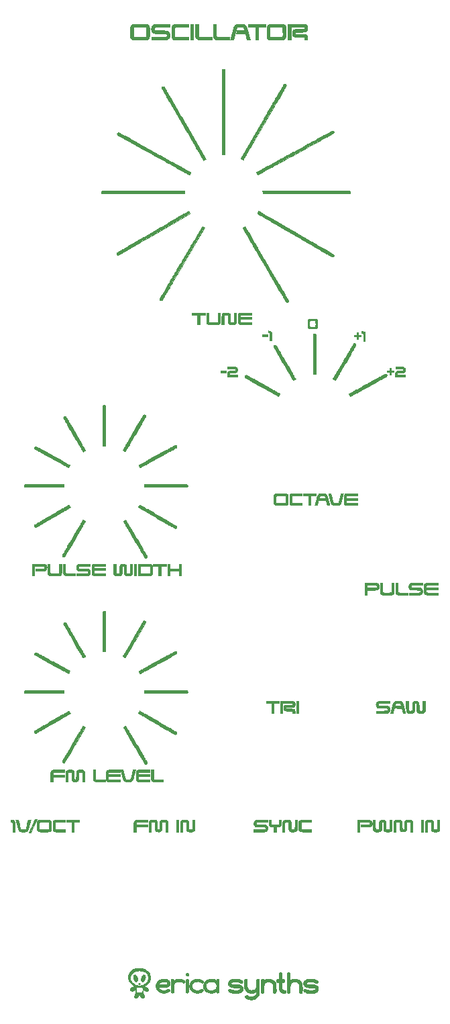
<source format=gto>
G04 #@! TF.GenerationSoftware,KiCad,Pcbnew,(5.0.0-rc2)*
G04 #@! TF.CreationDate,2020-07-08T19:27:34+03:00*
G04 #@! TF.ProjectId,OSCPNL2,4F5343504E4C322E6B696361645F7063,rev?*
G04 #@! TF.SameCoordinates,PX1bd8e80PY8b3c880*
G04 #@! TF.FileFunction,Legend,Top*
G04 #@! TF.FilePolarity,Positive*
%FSLAX46Y46*%
G04 Gerber Fmt 4.6, Leading zero omitted, Abs format (unit mm)*
G04 Created by KiCad (PCBNEW (5.0.0-rc2)) date Wed Jul  8 19:27:34 2020*
%MOMM*%
%LPD*%
G01*
G04 APERTURE LIST*
%ADD10C,0.010000*%
G04 APERTURE END LIST*
D10*
G04 #@! TO.C,G\002A\002A\002A*
G36*
X20314837Y6394676D02*
X20356324Y6372158D01*
X20391047Y6335663D01*
X20418409Y6286197D01*
X20437809Y6224765D01*
X20448649Y6152371D01*
X20450817Y6094135D01*
X20443957Y5997360D01*
X20424981Y5902398D01*
X20394999Y5812100D01*
X20355120Y5729316D01*
X20306453Y5656896D01*
X20261660Y5608078D01*
X20211369Y5568869D01*
X20160924Y5544578D01*
X20111778Y5535658D01*
X20065383Y5542558D01*
X20058747Y5544987D01*
X20030947Y5561876D01*
X20001503Y5589032D01*
X19975599Y5621232D01*
X19964274Y5640101D01*
X19940721Y5702288D01*
X19927745Y5774479D01*
X19924973Y5853767D01*
X19932033Y5937248D01*
X19948553Y6022014D01*
X19974160Y6105159D01*
X20008481Y6183778D01*
X20041168Y6240251D01*
X20089306Y6304191D01*
X20139554Y6352463D01*
X20191400Y6384701D01*
X20244334Y6400537D01*
X20267186Y6402212D01*
X20314837Y6394676D01*
X20314837Y6394676D01*
G37*
X20314837Y6394676D02*
X20356324Y6372158D01*
X20391047Y6335663D01*
X20418409Y6286197D01*
X20437809Y6224765D01*
X20448649Y6152371D01*
X20450817Y6094135D01*
X20443957Y5997360D01*
X20424981Y5902398D01*
X20394999Y5812100D01*
X20355120Y5729316D01*
X20306453Y5656896D01*
X20261660Y5608078D01*
X20211369Y5568869D01*
X20160924Y5544578D01*
X20111778Y5535658D01*
X20065383Y5542558D01*
X20058747Y5544987D01*
X20030947Y5561876D01*
X20001503Y5589032D01*
X19975599Y5621232D01*
X19964274Y5640101D01*
X19940721Y5702288D01*
X19927745Y5774479D01*
X19924973Y5853767D01*
X19932033Y5937248D01*
X19948553Y6022014D01*
X19974160Y6105159D01*
X20008481Y6183778D01*
X20041168Y6240251D01*
X20089306Y6304191D01*
X20139554Y6352463D01*
X20191400Y6384701D01*
X20244334Y6400537D01*
X20267186Y6402212D01*
X20314837Y6394676D01*
G36*
X19149343Y6399182D02*
X19195443Y6381366D01*
X19240993Y6351301D01*
X19284930Y6310055D01*
X19326194Y6258697D01*
X19363724Y6198294D01*
X19396458Y6129914D01*
X19423334Y6054626D01*
X19443292Y5973495D01*
X19449891Y5934275D01*
X19456000Y5857349D01*
X19452573Y5782699D01*
X19440213Y5713450D01*
X19419525Y5652729D01*
X19391110Y5603662D01*
X19384474Y5595429D01*
X19344778Y5559249D01*
X19301718Y5539645D01*
X19255119Y5536582D01*
X19204808Y5550026D01*
X19189024Y5557243D01*
X19150317Y5582492D01*
X19109129Y5619503D01*
X19069228Y5664306D01*
X19034382Y5712930D01*
X19022796Y5732394D01*
X18985791Y5810765D01*
X18957027Y5896647D01*
X18937441Y5985509D01*
X18927974Y6072818D01*
X18929562Y6154044D01*
X18931713Y6172281D01*
X18943756Y6229610D01*
X18962485Y6283325D01*
X18986070Y6329278D01*
X19012678Y6363323D01*
X19018352Y6368465D01*
X19059736Y6393800D01*
X19103754Y6403683D01*
X19149343Y6399182D01*
X19149343Y6399182D01*
G37*
X19149343Y6399182D02*
X19195443Y6381366D01*
X19240993Y6351301D01*
X19284930Y6310055D01*
X19326194Y6258697D01*
X19363724Y6198294D01*
X19396458Y6129914D01*
X19423334Y6054626D01*
X19443292Y5973495D01*
X19449891Y5934275D01*
X19456000Y5857349D01*
X19452573Y5782699D01*
X19440213Y5713450D01*
X19419525Y5652729D01*
X19391110Y5603662D01*
X19384474Y5595429D01*
X19344778Y5559249D01*
X19301718Y5539645D01*
X19255119Y5536582D01*
X19204808Y5550026D01*
X19189024Y5557243D01*
X19150317Y5582492D01*
X19109129Y5619503D01*
X19069228Y5664306D01*
X19034382Y5712930D01*
X19022796Y5732394D01*
X18985791Y5810765D01*
X18957027Y5896647D01*
X18937441Y5985509D01*
X18927974Y6072818D01*
X18929562Y6154044D01*
X18931713Y6172281D01*
X18943756Y6229610D01*
X18962485Y6283325D01*
X18986070Y6329278D01*
X19012678Y6363323D01*
X19018352Y6368465D01*
X19059736Y6393800D01*
X19103754Y6403683D01*
X19149343Y6399182D01*
G36*
X19726791Y5344027D02*
X19754170Y5325446D01*
X19771422Y5298815D01*
X19777262Y5267684D01*
X19770403Y5235600D01*
X19749562Y5206114D01*
X19744648Y5201710D01*
X19711758Y5182754D01*
X19678683Y5180660D01*
X19646124Y5195382D01*
X19630477Y5208817D01*
X19608283Y5238284D01*
X19602198Y5268059D01*
X19611678Y5301487D01*
X19614483Y5307167D01*
X19636609Y5334949D01*
X19667813Y5348905D01*
X19690570Y5351009D01*
X19726791Y5344027D01*
X19726791Y5344027D01*
G37*
X19726791Y5344027D02*
X19754170Y5325446D01*
X19771422Y5298815D01*
X19777262Y5267684D01*
X19770403Y5235600D01*
X19749562Y5206114D01*
X19744648Y5201710D01*
X19711758Y5182754D01*
X19678683Y5180660D01*
X19646124Y5195382D01*
X19630477Y5208817D01*
X19608283Y5238284D01*
X19602198Y5268059D01*
X19611678Y5301487D01*
X19614483Y5307167D01*
X19636609Y5334949D01*
X19667813Y5348905D01*
X19690570Y5351009D01*
X19726791Y5344027D01*
G36*
X39502316Y126252975D02*
X39658778Y126252522D01*
X39799230Y126252077D01*
X39924590Y126251625D01*
X40035773Y126251151D01*
X40133699Y126250641D01*
X40219284Y126250080D01*
X40293447Y126249455D01*
X40357103Y126248751D01*
X40411171Y126247954D01*
X40456569Y126247050D01*
X40494213Y126246023D01*
X40525021Y126244861D01*
X40549910Y126243548D01*
X40569799Y126242070D01*
X40585603Y126240413D01*
X40598242Y126238562D01*
X40608632Y126236504D01*
X40612209Y126235658D01*
X40692926Y126209802D01*
X40759914Y126174915D01*
X40814413Y126129867D01*
X40857667Y126073527D01*
X40890916Y126004766D01*
X40902305Y125971554D01*
X40909206Y125938455D01*
X40914279Y125892396D01*
X40917520Y125837244D01*
X40918928Y125776869D01*
X40918501Y125715139D01*
X40916236Y125655923D01*
X40912131Y125603088D01*
X40906184Y125560504D01*
X40902551Y125544385D01*
X40877120Y125471749D01*
X40842937Y125412023D01*
X40798364Y125363571D01*
X40741761Y125324758D01*
X40671487Y125293949D01*
X40641711Y125284256D01*
X40630753Y125281497D01*
X40616610Y125279085D01*
X40598034Y125276980D01*
X40573774Y125275146D01*
X40542583Y125273545D01*
X40503210Y125272140D01*
X40454407Y125270893D01*
X40394925Y125269767D01*
X40323515Y125268723D01*
X40238926Y125267725D01*
X40139912Y125266735D01*
X40025221Y125265715D01*
X40024959Y125265713D01*
X39908836Y125264732D01*
X39808441Y125263833D01*
X39722576Y125262904D01*
X39650043Y125261833D01*
X39589642Y125260505D01*
X39540177Y125258809D01*
X39500448Y125256632D01*
X39469257Y125253861D01*
X39445406Y125250383D01*
X39427697Y125246086D01*
X39414930Y125240858D01*
X39405909Y125234585D01*
X39399433Y125227154D01*
X39394306Y125218454D01*
X39389329Y125208371D01*
X39388067Y125205821D01*
X39377546Y125171849D01*
X39373275Y125129349D01*
X39375253Y125085525D01*
X39383480Y125047581D01*
X39388067Y125036554D01*
X39393913Y125024788D01*
X39399661Y125014693D01*
X39406575Y125006140D01*
X39415922Y124999001D01*
X39428966Y124993150D01*
X39446972Y124988457D01*
X39471206Y124984794D01*
X39502931Y124982034D01*
X39543415Y124980049D01*
X39593920Y124978711D01*
X39655713Y124977891D01*
X39730059Y124977462D01*
X39818223Y124977296D01*
X39921469Y124977265D01*
X39974176Y124977261D01*
X40091682Y124977161D01*
X40193648Y124976842D01*
X40281463Y124976224D01*
X40356514Y124975225D01*
X40420188Y124973762D01*
X40473874Y124971754D01*
X40518959Y124969120D01*
X40556831Y124965778D01*
X40588878Y124961646D01*
X40616486Y124956643D01*
X40641045Y124950688D01*
X40663941Y124943697D01*
X40686562Y124935591D01*
X40687272Y124935322D01*
X40740377Y124908925D01*
X40790151Y124872816D01*
X40831140Y124831282D01*
X40846303Y124810345D01*
X40866870Y124773654D01*
X40883088Y124734142D01*
X40895376Y124689416D01*
X40904152Y124637083D01*
X40909832Y124574749D01*
X40912837Y124500021D01*
X40913598Y124425041D01*
X40913662Y124266344D01*
X40541253Y124266344D01*
X40540775Y124399650D01*
X40539987Y124461554D01*
X40537742Y124508907D01*
X40533470Y124544061D01*
X40526599Y124569369D01*
X40516560Y124587184D01*
X40502782Y124599859D01*
X40490470Y124607001D01*
X40483307Y124610066D01*
X40474164Y124612679D01*
X40461724Y124614876D01*
X40444672Y124616693D01*
X40421690Y124618164D01*
X40391463Y124619327D01*
X40352674Y124620216D01*
X40304007Y124620867D01*
X40244145Y124621316D01*
X40171772Y124621599D01*
X40085572Y124621751D01*
X39984229Y124621808D01*
X39944330Y124621813D01*
X39841491Y124621960D01*
X39744568Y124622384D01*
X39655022Y124623062D01*
X39574313Y124623973D01*
X39503903Y124625095D01*
X39445251Y124626407D01*
X39399818Y124627887D01*
X39369065Y124629513D01*
X39359087Y124630443D01*
X39270581Y124647809D01*
X39194912Y124676155D01*
X39131950Y124715583D01*
X39081564Y124766190D01*
X39043626Y124828079D01*
X39021019Y124889808D01*
X39013906Y124926726D01*
X39008644Y124976569D01*
X39005234Y125035452D01*
X39003678Y125099489D01*
X39003977Y125164797D01*
X39006131Y125227489D01*
X39010141Y125283681D01*
X39016010Y125329488D01*
X39020883Y125352077D01*
X39048714Y125424611D01*
X39088878Y125485660D01*
X39141015Y125534852D01*
X39204769Y125571810D01*
X39245772Y125587136D01*
X39269413Y125593651D01*
X39296320Y125599296D01*
X39327773Y125604126D01*
X39365051Y125608201D01*
X39409433Y125611579D01*
X39462199Y125614317D01*
X39524629Y125616473D01*
X39598001Y125618105D01*
X39683595Y125619272D01*
X39782691Y125620032D01*
X39896567Y125620442D01*
X39982639Y125620550D01*
X40088348Y125620609D01*
X40178463Y125620738D01*
X40254320Y125621046D01*
X40317254Y125621645D01*
X40368599Y125622645D01*
X40409690Y125624156D01*
X40441861Y125626288D01*
X40466449Y125629153D01*
X40484786Y125632859D01*
X40498208Y125637518D01*
X40508050Y125643239D01*
X40515647Y125650134D01*
X40522332Y125658312D01*
X40527742Y125665610D01*
X40537390Y125682084D01*
X40542870Y125702376D01*
X40545190Y125731539D01*
X40545485Y125754480D01*
X40543994Y125790090D01*
X40540072Y125822600D01*
X40534544Y125845335D01*
X40534124Y125846374D01*
X40530681Y125855043D01*
X40527445Y125862723D01*
X40523426Y125869473D01*
X40517638Y125875355D01*
X40509089Y125880426D01*
X40496793Y125884748D01*
X40479760Y125888380D01*
X40457001Y125891381D01*
X40427528Y125893811D01*
X40390351Y125895731D01*
X40344483Y125897199D01*
X40288933Y125898277D01*
X40222715Y125899022D01*
X40144837Y125899496D01*
X40054313Y125899758D01*
X39950153Y125899867D01*
X39831368Y125899884D01*
X39696970Y125899869D01*
X39649154Y125899866D01*
X38831556Y125899866D01*
X38831556Y124266344D01*
X38450683Y124266344D01*
X38450683Y126255913D01*
X39502316Y126252975D01*
X39502316Y126252975D01*
G37*
X39502316Y126252975D02*
X39658778Y126252522D01*
X39799230Y126252077D01*
X39924590Y126251625D01*
X40035773Y126251151D01*
X40133699Y126250641D01*
X40219284Y126250080D01*
X40293447Y126249455D01*
X40357103Y126248751D01*
X40411171Y126247954D01*
X40456569Y126247050D01*
X40494213Y126246023D01*
X40525021Y126244861D01*
X40549910Y126243548D01*
X40569799Y126242070D01*
X40585603Y126240413D01*
X40598242Y126238562D01*
X40608632Y126236504D01*
X40612209Y126235658D01*
X40692926Y126209802D01*
X40759914Y126174915D01*
X40814413Y126129867D01*
X40857667Y126073527D01*
X40890916Y126004766D01*
X40902305Y125971554D01*
X40909206Y125938455D01*
X40914279Y125892396D01*
X40917520Y125837244D01*
X40918928Y125776869D01*
X40918501Y125715139D01*
X40916236Y125655923D01*
X40912131Y125603088D01*
X40906184Y125560504D01*
X40902551Y125544385D01*
X40877120Y125471749D01*
X40842937Y125412023D01*
X40798364Y125363571D01*
X40741761Y125324758D01*
X40671487Y125293949D01*
X40641711Y125284256D01*
X40630753Y125281497D01*
X40616610Y125279085D01*
X40598034Y125276980D01*
X40573774Y125275146D01*
X40542583Y125273545D01*
X40503210Y125272140D01*
X40454407Y125270893D01*
X40394925Y125269767D01*
X40323515Y125268723D01*
X40238926Y125267725D01*
X40139912Y125266735D01*
X40025221Y125265715D01*
X40024959Y125265713D01*
X39908836Y125264732D01*
X39808441Y125263833D01*
X39722576Y125262904D01*
X39650043Y125261833D01*
X39589642Y125260505D01*
X39540177Y125258809D01*
X39500448Y125256632D01*
X39469257Y125253861D01*
X39445406Y125250383D01*
X39427697Y125246086D01*
X39414930Y125240858D01*
X39405909Y125234585D01*
X39399433Y125227154D01*
X39394306Y125218454D01*
X39389329Y125208371D01*
X39388067Y125205821D01*
X39377546Y125171849D01*
X39373275Y125129349D01*
X39375253Y125085525D01*
X39383480Y125047581D01*
X39388067Y125036554D01*
X39393913Y125024788D01*
X39399661Y125014693D01*
X39406575Y125006140D01*
X39415922Y124999001D01*
X39428966Y124993150D01*
X39446972Y124988457D01*
X39471206Y124984794D01*
X39502931Y124982034D01*
X39543415Y124980049D01*
X39593920Y124978711D01*
X39655713Y124977891D01*
X39730059Y124977462D01*
X39818223Y124977296D01*
X39921469Y124977265D01*
X39974176Y124977261D01*
X40091682Y124977161D01*
X40193648Y124976842D01*
X40281463Y124976224D01*
X40356514Y124975225D01*
X40420188Y124973762D01*
X40473874Y124971754D01*
X40518959Y124969120D01*
X40556831Y124965778D01*
X40588878Y124961646D01*
X40616486Y124956643D01*
X40641045Y124950688D01*
X40663941Y124943697D01*
X40686562Y124935591D01*
X40687272Y124935322D01*
X40740377Y124908925D01*
X40790151Y124872816D01*
X40831140Y124831282D01*
X40846303Y124810345D01*
X40866870Y124773654D01*
X40883088Y124734142D01*
X40895376Y124689416D01*
X40904152Y124637083D01*
X40909832Y124574749D01*
X40912837Y124500021D01*
X40913598Y124425041D01*
X40913662Y124266344D01*
X40541253Y124266344D01*
X40540775Y124399650D01*
X40539987Y124461554D01*
X40537742Y124508907D01*
X40533470Y124544061D01*
X40526599Y124569369D01*
X40516560Y124587184D01*
X40502782Y124599859D01*
X40490470Y124607001D01*
X40483307Y124610066D01*
X40474164Y124612679D01*
X40461724Y124614876D01*
X40444672Y124616693D01*
X40421690Y124618164D01*
X40391463Y124619327D01*
X40352674Y124620216D01*
X40304007Y124620867D01*
X40244145Y124621316D01*
X40171772Y124621599D01*
X40085572Y124621751D01*
X39984229Y124621808D01*
X39944330Y124621813D01*
X39841491Y124621960D01*
X39744568Y124622384D01*
X39655022Y124623062D01*
X39574313Y124623973D01*
X39503903Y124625095D01*
X39445251Y124626407D01*
X39399818Y124627887D01*
X39369065Y124629513D01*
X39359087Y124630443D01*
X39270581Y124647809D01*
X39194912Y124676155D01*
X39131950Y124715583D01*
X39081564Y124766190D01*
X39043626Y124828079D01*
X39021019Y124889808D01*
X39013906Y124926726D01*
X39008644Y124976569D01*
X39005234Y125035452D01*
X39003678Y125099489D01*
X39003977Y125164797D01*
X39006131Y125227489D01*
X39010141Y125283681D01*
X39016010Y125329488D01*
X39020883Y125352077D01*
X39048714Y125424611D01*
X39088878Y125485660D01*
X39141015Y125534852D01*
X39204769Y125571810D01*
X39245772Y125587136D01*
X39269413Y125593651D01*
X39296320Y125599296D01*
X39327773Y125604126D01*
X39365051Y125608201D01*
X39409433Y125611579D01*
X39462199Y125614317D01*
X39524629Y125616473D01*
X39598001Y125618105D01*
X39683595Y125619272D01*
X39782691Y125620032D01*
X39896567Y125620442D01*
X39982639Y125620550D01*
X40088348Y125620609D01*
X40178463Y125620738D01*
X40254320Y125621046D01*
X40317254Y125621645D01*
X40368599Y125622645D01*
X40409690Y125624156D01*
X40441861Y125626288D01*
X40466449Y125629153D01*
X40484786Y125632859D01*
X40498208Y125637518D01*
X40508050Y125643239D01*
X40515647Y125650134D01*
X40522332Y125658312D01*
X40527742Y125665610D01*
X40537390Y125682084D01*
X40542870Y125702376D01*
X40545190Y125731539D01*
X40545485Y125754480D01*
X40543994Y125790090D01*
X40540072Y125822600D01*
X40534544Y125845335D01*
X40534124Y125846374D01*
X40530681Y125855043D01*
X40527445Y125862723D01*
X40523426Y125869473D01*
X40517638Y125875355D01*
X40509089Y125880426D01*
X40496793Y125884748D01*
X40479760Y125888380D01*
X40457001Y125891381D01*
X40427528Y125893811D01*
X40390351Y125895731D01*
X40344483Y125897199D01*
X40288933Y125898277D01*
X40222715Y125899022D01*
X40144837Y125899496D01*
X40054313Y125899758D01*
X39950153Y125899867D01*
X39831368Y125899884D01*
X39696970Y125899869D01*
X39649154Y125899866D01*
X38831556Y125899866D01*
X38831556Y124266344D01*
X38450683Y124266344D01*
X38450683Y126255913D01*
X39502316Y126252975D01*
G36*
X37121596Y126251099D02*
X37240913Y126251035D01*
X37345478Y126250905D01*
X37436378Y126250690D01*
X37514701Y126250370D01*
X37581533Y126249926D01*
X37637963Y126249340D01*
X37685078Y126248591D01*
X37723965Y126247660D01*
X37755713Y126246529D01*
X37781408Y126245177D01*
X37802139Y126243586D01*
X37818992Y126241737D01*
X37833055Y126239610D01*
X37845417Y126237185D01*
X37851512Y126235806D01*
X37935855Y126209133D01*
X38007422Y126171467D01*
X38066688Y126122345D01*
X38114130Y126061305D01*
X38150225Y125987885D01*
X38169382Y125927374D01*
X38172213Y125915156D01*
X38174659Y125901251D01*
X38176748Y125884404D01*
X38178507Y125863360D01*
X38179964Y125836862D01*
X38181147Y125803654D01*
X38182083Y125762481D01*
X38182800Y125712087D01*
X38183326Y125651216D01*
X38183689Y125578611D01*
X38183915Y125493018D01*
X38184034Y125393181D01*
X38184072Y125277842D01*
X38184072Y125260846D01*
X38184046Y125143622D01*
X38183950Y125042070D01*
X38183753Y124954936D01*
X38183429Y124880964D01*
X38182949Y124818900D01*
X38182283Y124767489D01*
X38181404Y124725476D01*
X38180283Y124691605D01*
X38178892Y124664622D01*
X38177201Y124643272D01*
X38175183Y124626300D01*
X38172809Y124612450D01*
X38170050Y124600468D01*
X38168975Y124596434D01*
X38140305Y124513622D01*
X38103262Y124444867D01*
X38057032Y124389078D01*
X38000805Y124345168D01*
X37967967Y124326972D01*
X37949577Y124317916D01*
X37932770Y124309906D01*
X37916438Y124302875D01*
X37899475Y124296757D01*
X37880775Y124291485D01*
X37859232Y124286993D01*
X37833740Y124283214D01*
X37803191Y124280083D01*
X37766481Y124277532D01*
X37722502Y124275496D01*
X37670148Y124273907D01*
X37608314Y124272700D01*
X37535892Y124271809D01*
X37451777Y124271166D01*
X37354861Y124270705D01*
X37244040Y124270361D01*
X37118206Y124270066D01*
X37016062Y124269843D01*
X36901423Y124269668D01*
X36790718Y124269649D01*
X36685238Y124269780D01*
X36586274Y124270051D01*
X36495120Y124270453D01*
X36413065Y124270980D01*
X36341402Y124271622D01*
X36281423Y124272370D01*
X36234420Y124273217D01*
X36201684Y124274155D01*
X36184508Y124275174D01*
X36184005Y124275237D01*
X36092430Y124293140D01*
X36014046Y124321083D01*
X35947902Y124359797D01*
X35893053Y124410012D01*
X35848548Y124472459D01*
X35813440Y124547870D01*
X35807071Y124565720D01*
X35803714Y124576031D01*
X35800805Y124586673D01*
X35798303Y124598894D01*
X35796173Y124613940D01*
X35794374Y124633057D01*
X35792870Y124657493D01*
X35791623Y124688493D01*
X35790593Y124727304D01*
X35789743Y124775173D01*
X35789035Y124833347D01*
X35788430Y124903071D01*
X35787891Y124985593D01*
X35787380Y125082159D01*
X35786857Y125194015D01*
X35786686Y125232383D01*
X35786156Y125355865D01*
X35785790Y125463684D01*
X35785665Y125557105D01*
X35785733Y125585676D01*
X36157904Y125585676D01*
X36157940Y125517257D01*
X36158151Y125435675D01*
X36158501Y125339640D01*
X36158917Y125237321D01*
X36161213Y124682429D01*
X36181309Y124661042D01*
X36200359Y124645182D01*
X36218775Y124636257D01*
X36219396Y124636125D01*
X36233193Y124635082D01*
X36262278Y124634169D01*
X36305152Y124633383D01*
X36360315Y124632722D01*
X36426270Y124632182D01*
X36501517Y124631760D01*
X36584557Y124631454D01*
X36673893Y124631259D01*
X36768025Y124631174D01*
X36865454Y124631196D01*
X36964681Y124631320D01*
X37064208Y124631545D01*
X37162537Y124631867D01*
X37258167Y124632283D01*
X37349601Y124632791D01*
X37435340Y124633386D01*
X37513885Y124634067D01*
X37583736Y124634830D01*
X37643396Y124635673D01*
X37691366Y124636591D01*
X37726147Y124637583D01*
X37746239Y124638645D01*
X37750287Y124639195D01*
X37761331Y124642136D01*
X37770866Y124645178D01*
X37779000Y124649502D01*
X37785836Y124656295D01*
X37791481Y124666738D01*
X37796039Y124682017D01*
X37799617Y124703314D01*
X37802320Y124731814D01*
X37804253Y124768700D01*
X37805523Y124815157D01*
X37806233Y124872368D01*
X37806491Y124941517D01*
X37806401Y125023788D01*
X37806069Y125120365D01*
X37805600Y125232431D01*
X37805491Y125258651D01*
X37803199Y125819460D01*
X37784322Y125845924D01*
X37777937Y125855179D01*
X37772101Y125863312D01*
X37765742Y125870396D01*
X37757785Y125876502D01*
X37747156Y125881705D01*
X37732782Y125886074D01*
X37713589Y125889684D01*
X37688502Y125892606D01*
X37656448Y125894912D01*
X37616352Y125896674D01*
X37567142Y125897966D01*
X37507742Y125898858D01*
X37437079Y125899424D01*
X37354080Y125899736D01*
X37257670Y125899866D01*
X37146775Y125899886D01*
X37020322Y125899868D01*
X36982706Y125899866D01*
X36855170Y125899856D01*
X36743457Y125899810D01*
X36646462Y125899704D01*
X36563083Y125899513D01*
X36492213Y125899213D01*
X36432750Y125898779D01*
X36383587Y125898189D01*
X36343622Y125897416D01*
X36311749Y125896438D01*
X36286864Y125895229D01*
X36267863Y125893766D01*
X36253641Y125892023D01*
X36243094Y125889978D01*
X36235118Y125887606D01*
X36228608Y125884882D01*
X36225247Y125883222D01*
X36193861Y125859082D01*
X36174621Y125829395D01*
X36171039Y125821731D01*
X36167973Y125813790D01*
X36165388Y125804285D01*
X36163250Y125791925D01*
X36161526Y125775424D01*
X36160180Y125753491D01*
X36159179Y125724839D01*
X36158489Y125688178D01*
X36158075Y125642220D01*
X36157904Y125585676D01*
X35785733Y125585676D01*
X35785857Y125637394D01*
X35786443Y125705815D01*
X35787500Y125763633D01*
X35789105Y125812113D01*
X35791333Y125852520D01*
X35794262Y125886119D01*
X35797969Y125914174D01*
X35802529Y125937952D01*
X35808019Y125958715D01*
X35814517Y125977731D01*
X35822098Y125996262D01*
X35830840Y126015575D01*
X35834625Y126023686D01*
X35874473Y126089495D01*
X35927335Y126144535D01*
X35993093Y126188718D01*
X36071629Y126221958D01*
X36120980Y126235720D01*
X36132925Y126238320D01*
X36145954Y126240611D01*
X36161155Y126242612D01*
X36179617Y126244344D01*
X36202429Y126245825D01*
X36230678Y126247074D01*
X36265454Y126248112D01*
X36307844Y126248957D01*
X36358936Y126249630D01*
X36419820Y126250148D01*
X36491584Y126250532D01*
X36575316Y126250801D01*
X36672105Y126250974D01*
X36783038Y126251071D01*
X36909205Y126251111D01*
X36986438Y126251116D01*
X37121596Y126251099D01*
X37121596Y126251099D01*
G37*
X37121596Y126251099D02*
X37240913Y126251035D01*
X37345478Y126250905D01*
X37436378Y126250690D01*
X37514701Y126250370D01*
X37581533Y126249926D01*
X37637963Y126249340D01*
X37685078Y126248591D01*
X37723965Y126247660D01*
X37755713Y126246529D01*
X37781408Y126245177D01*
X37802139Y126243586D01*
X37818992Y126241737D01*
X37833055Y126239610D01*
X37845417Y126237185D01*
X37851512Y126235806D01*
X37935855Y126209133D01*
X38007422Y126171467D01*
X38066688Y126122345D01*
X38114130Y126061305D01*
X38150225Y125987885D01*
X38169382Y125927374D01*
X38172213Y125915156D01*
X38174659Y125901251D01*
X38176748Y125884404D01*
X38178507Y125863360D01*
X38179964Y125836862D01*
X38181147Y125803654D01*
X38182083Y125762481D01*
X38182800Y125712087D01*
X38183326Y125651216D01*
X38183689Y125578611D01*
X38183915Y125493018D01*
X38184034Y125393181D01*
X38184072Y125277842D01*
X38184072Y125260846D01*
X38184046Y125143622D01*
X38183950Y125042070D01*
X38183753Y124954936D01*
X38183429Y124880964D01*
X38182949Y124818900D01*
X38182283Y124767489D01*
X38181404Y124725476D01*
X38180283Y124691605D01*
X38178892Y124664622D01*
X38177201Y124643272D01*
X38175183Y124626300D01*
X38172809Y124612450D01*
X38170050Y124600468D01*
X38168975Y124596434D01*
X38140305Y124513622D01*
X38103262Y124444867D01*
X38057032Y124389078D01*
X38000805Y124345168D01*
X37967967Y124326972D01*
X37949577Y124317916D01*
X37932770Y124309906D01*
X37916438Y124302875D01*
X37899475Y124296757D01*
X37880775Y124291485D01*
X37859232Y124286993D01*
X37833740Y124283214D01*
X37803191Y124280083D01*
X37766481Y124277532D01*
X37722502Y124275496D01*
X37670148Y124273907D01*
X37608314Y124272700D01*
X37535892Y124271809D01*
X37451777Y124271166D01*
X37354861Y124270705D01*
X37244040Y124270361D01*
X37118206Y124270066D01*
X37016062Y124269843D01*
X36901423Y124269668D01*
X36790718Y124269649D01*
X36685238Y124269780D01*
X36586274Y124270051D01*
X36495120Y124270453D01*
X36413065Y124270980D01*
X36341402Y124271622D01*
X36281423Y124272370D01*
X36234420Y124273217D01*
X36201684Y124274155D01*
X36184508Y124275174D01*
X36184005Y124275237D01*
X36092430Y124293140D01*
X36014046Y124321083D01*
X35947902Y124359797D01*
X35893053Y124410012D01*
X35848548Y124472459D01*
X35813440Y124547870D01*
X35807071Y124565720D01*
X35803714Y124576031D01*
X35800805Y124586673D01*
X35798303Y124598894D01*
X35796173Y124613940D01*
X35794374Y124633057D01*
X35792870Y124657493D01*
X35791623Y124688493D01*
X35790593Y124727304D01*
X35789743Y124775173D01*
X35789035Y124833347D01*
X35788430Y124903071D01*
X35787891Y124985593D01*
X35787380Y125082159D01*
X35786857Y125194015D01*
X35786686Y125232383D01*
X35786156Y125355865D01*
X35785790Y125463684D01*
X35785665Y125557105D01*
X35785733Y125585676D01*
X36157904Y125585676D01*
X36157940Y125517257D01*
X36158151Y125435675D01*
X36158501Y125339640D01*
X36158917Y125237321D01*
X36161213Y124682429D01*
X36181309Y124661042D01*
X36200359Y124645182D01*
X36218775Y124636257D01*
X36219396Y124636125D01*
X36233193Y124635082D01*
X36262278Y124634169D01*
X36305152Y124633383D01*
X36360315Y124632722D01*
X36426270Y124632182D01*
X36501517Y124631760D01*
X36584557Y124631454D01*
X36673893Y124631259D01*
X36768025Y124631174D01*
X36865454Y124631196D01*
X36964681Y124631320D01*
X37064208Y124631545D01*
X37162537Y124631867D01*
X37258167Y124632283D01*
X37349601Y124632791D01*
X37435340Y124633386D01*
X37513885Y124634067D01*
X37583736Y124634830D01*
X37643396Y124635673D01*
X37691366Y124636591D01*
X37726147Y124637583D01*
X37746239Y124638645D01*
X37750287Y124639195D01*
X37761331Y124642136D01*
X37770866Y124645178D01*
X37779000Y124649502D01*
X37785836Y124656295D01*
X37791481Y124666738D01*
X37796039Y124682017D01*
X37799617Y124703314D01*
X37802320Y124731814D01*
X37804253Y124768700D01*
X37805523Y124815157D01*
X37806233Y124872368D01*
X37806491Y124941517D01*
X37806401Y125023788D01*
X37806069Y125120365D01*
X37805600Y125232431D01*
X37805491Y125258651D01*
X37803199Y125819460D01*
X37784322Y125845924D01*
X37777937Y125855179D01*
X37772101Y125863312D01*
X37765742Y125870396D01*
X37757785Y125876502D01*
X37747156Y125881705D01*
X37732782Y125886074D01*
X37713589Y125889684D01*
X37688502Y125892606D01*
X37656448Y125894912D01*
X37616352Y125896674D01*
X37567142Y125897966D01*
X37507742Y125898858D01*
X37437079Y125899424D01*
X37354080Y125899736D01*
X37257670Y125899866D01*
X37146775Y125899886D01*
X37020322Y125899868D01*
X36982706Y125899866D01*
X36855170Y125899856D01*
X36743457Y125899810D01*
X36646462Y125899704D01*
X36563083Y125899513D01*
X36492213Y125899213D01*
X36432750Y125898779D01*
X36383587Y125898189D01*
X36343622Y125897416D01*
X36311749Y125896438D01*
X36286864Y125895229D01*
X36267863Y125893766D01*
X36253641Y125892023D01*
X36243094Y125889978D01*
X36235118Y125887606D01*
X36228608Y125884882D01*
X36225247Y125883222D01*
X36193861Y125859082D01*
X36174621Y125829395D01*
X36171039Y125821731D01*
X36167973Y125813790D01*
X36165388Y125804285D01*
X36163250Y125791925D01*
X36161526Y125775424D01*
X36160180Y125753491D01*
X36159179Y125724839D01*
X36158489Y125688178D01*
X36158075Y125642220D01*
X36157904Y125585676D01*
X35785733Y125585676D01*
X35785857Y125637394D01*
X35786443Y125705815D01*
X35787500Y125763633D01*
X35789105Y125812113D01*
X35791333Y125852520D01*
X35794262Y125886119D01*
X35797969Y125914174D01*
X35802529Y125937952D01*
X35808019Y125958715D01*
X35814517Y125977731D01*
X35822098Y125996262D01*
X35830840Y126015575D01*
X35834625Y126023686D01*
X35874473Y126089495D01*
X35927335Y126144535D01*
X35993093Y126188718D01*
X36071629Y126221958D01*
X36120980Y126235720D01*
X36132925Y126238320D01*
X36145954Y126240611D01*
X36161155Y126242612D01*
X36179617Y126244344D01*
X36202429Y126245825D01*
X36230678Y126247074D01*
X36265454Y126248112D01*
X36307844Y126248957D01*
X36358936Y126249630D01*
X36419820Y126250148D01*
X36491584Y126250532D01*
X36575316Y126250801D01*
X36672105Y126250974D01*
X36783038Y126251071D01*
X36909205Y126251111D01*
X36986438Y126251116D01*
X37121596Y126251099D01*
G36*
X35649151Y125899866D02*
X34735055Y125899866D01*
X34735055Y124266344D01*
X34362646Y124266344D01*
X34362646Y125899866D01*
X33457015Y125899866D01*
X33457015Y126255348D01*
X35649151Y126255348D01*
X35649151Y125899866D01*
X35649151Y125899866D01*
G37*
X35649151Y125899866D02*
X34735055Y125899866D01*
X34735055Y124266344D01*
X34362646Y124266344D01*
X34362646Y125899866D01*
X33457015Y125899866D01*
X33457015Y126255348D01*
X35649151Y126255348D01*
X35649151Y125899866D01*
G36*
X32450276Y126254964D02*
X32528552Y126254087D01*
X32604664Y126252655D01*
X32676369Y126250689D01*
X32741420Y126248213D01*
X32797571Y126245246D01*
X32842578Y126241812D01*
X32874195Y126237930D01*
X32885413Y126235513D01*
X32973103Y126202146D01*
X33051041Y126155925D01*
X33119672Y126096389D01*
X33179441Y126023078D01*
X33230792Y125935529D01*
X33274172Y125833282D01*
X33274577Y125832156D01*
X33280070Y125814568D01*
X33289420Y125781878D01*
X33302283Y125735380D01*
X33318313Y125676370D01*
X33337167Y125606143D01*
X33358498Y125525993D01*
X33381963Y125437217D01*
X33407217Y125341109D01*
X33433914Y125238965D01*
X33461710Y125132079D01*
X33487530Y125032322D01*
X33515610Y124923615D01*
X33542539Y124819421D01*
X33568008Y124720929D01*
X33591710Y124629329D01*
X33613336Y124545810D01*
X33632577Y124471560D01*
X33649127Y124407769D01*
X33662676Y124355626D01*
X33672917Y124316321D01*
X33679541Y124291041D01*
X33682233Y124281001D01*
X33682755Y124276296D01*
X33679798Y124272734D01*
X33671424Y124270189D01*
X33655692Y124268537D01*
X33630664Y124267654D01*
X33594399Y124267413D01*
X33544959Y124267690D01*
X33485198Y124268306D01*
X33283619Y124270576D01*
X33181936Y124672609D01*
X33080252Y125074642D01*
X32514380Y125076818D01*
X31948507Y125078994D01*
X31953456Y125097918D01*
X31956883Y125111720D01*
X31963550Y125139160D01*
X31972775Y125177410D01*
X31983876Y125223640D01*
X31996172Y125275021D01*
X31998331Y125284063D01*
X32038257Y125451283D01*
X32506416Y125451283D01*
X32618234Y125451433D01*
X32715501Y125451880D01*
X32797858Y125452617D01*
X32864950Y125453637D01*
X32916419Y125454935D01*
X32951907Y125456504D01*
X32971058Y125458337D01*
X32974575Y125459660D01*
X32972342Y125471814D01*
X32966241Y125496968D01*
X32957172Y125531882D01*
X32946034Y125573314D01*
X32933727Y125618021D01*
X32921150Y125662762D01*
X32909202Y125704295D01*
X32898783Y125739379D01*
X32890792Y125764772D01*
X32886978Y125775400D01*
X32865013Y125813131D01*
X32833605Y125848806D01*
X32798391Y125876465D01*
X32784212Y125884082D01*
X32774197Y125888085D01*
X32762374Y125891335D01*
X32746974Y125893907D01*
X32726231Y125895881D01*
X32698376Y125897333D01*
X32661642Y125898342D01*
X32614260Y125898984D01*
X32554463Y125899337D01*
X32480482Y125899479D01*
X32432889Y125899495D01*
X32350626Y125899446D01*
X32283506Y125899244D01*
X32229743Y125898807D01*
X32187553Y125898052D01*
X32155150Y125896897D01*
X32130749Y125895259D01*
X32112566Y125893055D01*
X32098815Y125890203D01*
X32087712Y125886620D01*
X32079489Y125883151D01*
X32032321Y125852676D01*
X31995061Y125808523D01*
X31983717Y125788609D01*
X31979278Y125775894D01*
X31971011Y125748016D01*
X31959248Y125706223D01*
X31944320Y125651760D01*
X31926560Y125585873D01*
X31906301Y125509809D01*
X31883875Y125424814D01*
X31859613Y125332134D01*
X31833849Y125233015D01*
X31806914Y125128704D01*
X31785115Y125043791D01*
X31757583Y124936276D01*
X31731122Y124832953D01*
X31706052Y124735068D01*
X31682692Y124643868D01*
X31661362Y124560602D01*
X31642381Y124486515D01*
X31626069Y124422855D01*
X31612745Y124370869D01*
X31602730Y124331804D01*
X31596341Y124306907D01*
X31594071Y124298084D01*
X31585852Y124266344D01*
X31386708Y124266344D01*
X31323608Y124266418D01*
X31275487Y124266739D01*
X31240394Y124267455D01*
X31216380Y124268713D01*
X31201496Y124270663D01*
X31193792Y124273453D01*
X31191319Y124277230D01*
X31191823Y124281156D01*
X31194510Y124291388D01*
X31201084Y124316827D01*
X31211239Y124356280D01*
X31224669Y124408552D01*
X31241068Y124472451D01*
X31260130Y124546783D01*
X31281549Y124630355D01*
X31305018Y124721973D01*
X31330232Y124820444D01*
X31356884Y124924574D01*
X31383370Y125028090D01*
X31411507Y125137866D01*
X31438836Y125244074D01*
X31465015Y125345413D01*
X31489705Y125440584D01*
X31512564Y125528286D01*
X31533252Y125607217D01*
X31551428Y125676078D01*
X31566751Y125733567D01*
X31578880Y125778385D01*
X31587475Y125809229D01*
X31591814Y125823692D01*
X31618066Y125890412D01*
X31652184Y125959415D01*
X31690378Y126023489D01*
X31715398Y126058822D01*
X31773997Y126121483D01*
X31844296Y126173532D01*
X31923722Y126213457D01*
X32009704Y126239749D01*
X32030400Y126243755D01*
X32060944Y126247367D01*
X32105043Y126250272D01*
X32160452Y126252493D01*
X32224925Y126254051D01*
X32296217Y126254968D01*
X32372083Y126255265D01*
X32450276Y126254964D01*
X32450276Y126254964D01*
G37*
X32450276Y126254964D02*
X32528552Y126254087D01*
X32604664Y126252655D01*
X32676369Y126250689D01*
X32741420Y126248213D01*
X32797571Y126245246D01*
X32842578Y126241812D01*
X32874195Y126237930D01*
X32885413Y126235513D01*
X32973103Y126202146D01*
X33051041Y126155925D01*
X33119672Y126096389D01*
X33179441Y126023078D01*
X33230792Y125935529D01*
X33274172Y125833282D01*
X33274577Y125832156D01*
X33280070Y125814568D01*
X33289420Y125781878D01*
X33302283Y125735380D01*
X33318313Y125676370D01*
X33337167Y125606143D01*
X33358498Y125525993D01*
X33381963Y125437217D01*
X33407217Y125341109D01*
X33433914Y125238965D01*
X33461710Y125132079D01*
X33487530Y125032322D01*
X33515610Y124923615D01*
X33542539Y124819421D01*
X33568008Y124720929D01*
X33591710Y124629329D01*
X33613336Y124545810D01*
X33632577Y124471560D01*
X33649127Y124407769D01*
X33662676Y124355626D01*
X33672917Y124316321D01*
X33679541Y124291041D01*
X33682233Y124281001D01*
X33682755Y124276296D01*
X33679798Y124272734D01*
X33671424Y124270189D01*
X33655692Y124268537D01*
X33630664Y124267654D01*
X33594399Y124267413D01*
X33544959Y124267690D01*
X33485198Y124268306D01*
X33283619Y124270576D01*
X33181936Y124672609D01*
X33080252Y125074642D01*
X32514380Y125076818D01*
X31948507Y125078994D01*
X31953456Y125097918D01*
X31956883Y125111720D01*
X31963550Y125139160D01*
X31972775Y125177410D01*
X31983876Y125223640D01*
X31996172Y125275021D01*
X31998331Y125284063D01*
X32038257Y125451283D01*
X32506416Y125451283D01*
X32618234Y125451433D01*
X32715501Y125451880D01*
X32797858Y125452617D01*
X32864950Y125453637D01*
X32916419Y125454935D01*
X32951907Y125456504D01*
X32971058Y125458337D01*
X32974575Y125459660D01*
X32972342Y125471814D01*
X32966241Y125496968D01*
X32957172Y125531882D01*
X32946034Y125573314D01*
X32933727Y125618021D01*
X32921150Y125662762D01*
X32909202Y125704295D01*
X32898783Y125739379D01*
X32890792Y125764772D01*
X32886978Y125775400D01*
X32865013Y125813131D01*
X32833605Y125848806D01*
X32798391Y125876465D01*
X32784212Y125884082D01*
X32774197Y125888085D01*
X32762374Y125891335D01*
X32746974Y125893907D01*
X32726231Y125895881D01*
X32698376Y125897333D01*
X32661642Y125898342D01*
X32614260Y125898984D01*
X32554463Y125899337D01*
X32480482Y125899479D01*
X32432889Y125899495D01*
X32350626Y125899446D01*
X32283506Y125899244D01*
X32229743Y125898807D01*
X32187553Y125898052D01*
X32155150Y125896897D01*
X32130749Y125895259D01*
X32112566Y125893055D01*
X32098815Y125890203D01*
X32087712Y125886620D01*
X32079489Y125883151D01*
X32032321Y125852676D01*
X31995061Y125808523D01*
X31983717Y125788609D01*
X31979278Y125775894D01*
X31971011Y125748016D01*
X31959248Y125706223D01*
X31944320Y125651760D01*
X31926560Y125585873D01*
X31906301Y125509809D01*
X31883875Y125424814D01*
X31859613Y125332134D01*
X31833849Y125233015D01*
X31806914Y125128704D01*
X31785115Y125043791D01*
X31757583Y124936276D01*
X31731122Y124832953D01*
X31706052Y124735068D01*
X31682692Y124643868D01*
X31661362Y124560602D01*
X31642381Y124486515D01*
X31626069Y124422855D01*
X31612745Y124370869D01*
X31602730Y124331804D01*
X31596341Y124306907D01*
X31594071Y124298084D01*
X31585852Y124266344D01*
X31386708Y124266344D01*
X31323608Y124266418D01*
X31275487Y124266739D01*
X31240394Y124267455D01*
X31216380Y124268713D01*
X31201496Y124270663D01*
X31193792Y124273453D01*
X31191319Y124277230D01*
X31191823Y124281156D01*
X31194510Y124291388D01*
X31201084Y124316827D01*
X31211239Y124356280D01*
X31224669Y124408552D01*
X31241068Y124472451D01*
X31260130Y124546783D01*
X31281549Y124630355D01*
X31305018Y124721973D01*
X31330232Y124820444D01*
X31356884Y124924574D01*
X31383370Y125028090D01*
X31411507Y125137866D01*
X31438836Y125244074D01*
X31465015Y125345413D01*
X31489705Y125440584D01*
X31512564Y125528286D01*
X31533252Y125607217D01*
X31551428Y125676078D01*
X31566751Y125733567D01*
X31578880Y125778385D01*
X31587475Y125809229D01*
X31591814Y125823692D01*
X31618066Y125890412D01*
X31652184Y125959415D01*
X31690378Y126023489D01*
X31715398Y126058822D01*
X31773997Y126121483D01*
X31844296Y126173532D01*
X31923722Y126213457D01*
X32009704Y126239749D01*
X32030400Y126243755D01*
X32060944Y126247367D01*
X32105043Y126250272D01*
X32160452Y126252493D01*
X32224925Y126254051D01*
X32296217Y126254968D01*
X32372083Y126255265D01*
X32450276Y126254964D01*
G36*
X29411575Y124744552D02*
X29430735Y124710720D01*
X29455977Y124679343D01*
X29487727Y124655705D01*
X29525558Y124634522D01*
X30306348Y124632234D01*
X31087138Y124629947D01*
X31087138Y124266344D01*
X30314812Y124267415D01*
X30200476Y124267651D01*
X30089957Y124268030D01*
X29984565Y124268539D01*
X29885611Y124269165D01*
X29794404Y124269894D01*
X29712257Y124270713D01*
X29640479Y124271610D01*
X29580382Y124272572D01*
X29533274Y124273584D01*
X29500469Y124274635D01*
X29483275Y124275710D01*
X29483239Y124275715D01*
X29384742Y124294496D01*
X29298047Y124325332D01*
X29223226Y124368165D01*
X29160347Y124422942D01*
X29109480Y124489606D01*
X29070694Y124568101D01*
X29053747Y124619079D01*
X29050592Y124630528D01*
X29047811Y124641781D01*
X29045377Y124653938D01*
X29043260Y124668100D01*
X29041435Y124685371D01*
X29039873Y124706850D01*
X29038547Y124733639D01*
X29037429Y124766839D01*
X29036492Y124807553D01*
X29035707Y124856880D01*
X29035048Y124915924D01*
X29034487Y124985784D01*
X29033995Y125067563D01*
X29033546Y125162361D01*
X29033112Y125271280D01*
X29032665Y125395422D01*
X29032404Y125470326D01*
X29029687Y126255348D01*
X29411297Y126255348D01*
X29411575Y124744552D01*
X29411575Y124744552D01*
G37*
X29411575Y124744552D02*
X29430735Y124710720D01*
X29455977Y124679343D01*
X29487727Y124655705D01*
X29525558Y124634522D01*
X30306348Y124632234D01*
X31087138Y124629947D01*
X31087138Y124266344D01*
X30314812Y124267415D01*
X30200476Y124267651D01*
X30089957Y124268030D01*
X29984565Y124268539D01*
X29885611Y124269165D01*
X29794404Y124269894D01*
X29712257Y124270713D01*
X29640479Y124271610D01*
X29580382Y124272572D01*
X29533274Y124273584D01*
X29500469Y124274635D01*
X29483275Y124275710D01*
X29483239Y124275715D01*
X29384742Y124294496D01*
X29298047Y124325332D01*
X29223226Y124368165D01*
X29160347Y124422942D01*
X29109480Y124489606D01*
X29070694Y124568101D01*
X29053747Y124619079D01*
X29050592Y124630528D01*
X29047811Y124641781D01*
X29045377Y124653938D01*
X29043260Y124668100D01*
X29041435Y124685371D01*
X29039873Y124706850D01*
X29038547Y124733639D01*
X29037429Y124766839D01*
X29036492Y124807553D01*
X29035707Y124856880D01*
X29035048Y124915924D01*
X29034487Y124985784D01*
X29033995Y125067563D01*
X29033546Y125162361D01*
X29033112Y125271280D01*
X29032665Y125395422D01*
X29032404Y125470326D01*
X29029687Y126255348D01*
X29411297Y126255348D01*
X29411575Y124744552D01*
G36*
X27161811Y125499950D02*
X27162232Y125369106D01*
X27162653Y125254124D01*
X27163096Y125153939D01*
X27163585Y125067485D01*
X27164143Y124993697D01*
X27164794Y124931509D01*
X27165560Y124879856D01*
X27166465Y124837673D01*
X27167533Y124803893D01*
X27168786Y124777451D01*
X27170248Y124757282D01*
X27171943Y124742321D01*
X27173894Y124731501D01*
X27176123Y124723758D01*
X27178655Y124718026D01*
X27178948Y124717482D01*
X27206380Y124682888D01*
X27244988Y124655001D01*
X27282639Y124639632D01*
X27296609Y124637811D01*
X27324631Y124636198D01*
X27367028Y124634790D01*
X27424122Y124633582D01*
X27496234Y124632571D01*
X27583689Y124631753D01*
X27686807Y124631125D01*
X27805912Y124630681D01*
X27941325Y124630420D01*
X28080357Y124630337D01*
X28844219Y124630290D01*
X28844219Y124266344D01*
X28071893Y124267415D01*
X27957557Y124267653D01*
X27847038Y124268038D01*
X27741646Y124268556D01*
X27642692Y124269193D01*
X27551485Y124269937D01*
X27469338Y124270774D01*
X27397560Y124271691D01*
X27337463Y124272674D01*
X27290355Y124273710D01*
X27257550Y124274786D01*
X27240356Y124275888D01*
X27240320Y124275892D01*
X27141028Y124294939D01*
X27053848Y124325786D01*
X26978680Y124368514D01*
X26915421Y124423204D01*
X26863968Y124489935D01*
X26824222Y124568789D01*
X26806809Y124619041D01*
X26804313Y124628493D01*
X26802103Y124639766D01*
X26800160Y124653927D01*
X26798460Y124672041D01*
X26796983Y124695174D01*
X26795705Y124724390D01*
X26794606Y124760756D01*
X26793663Y124805338D01*
X26792855Y124859201D01*
X26792160Y124923410D01*
X26791555Y124999031D01*
X26791020Y125087131D01*
X26790531Y125188773D01*
X26790068Y125305025D01*
X26789609Y125436951D01*
X26789527Y125461862D01*
X26786928Y126255348D01*
X27159476Y126255348D01*
X27161811Y125499950D01*
X27161811Y125499950D01*
G37*
X27161811Y125499950D02*
X27162232Y125369106D01*
X27162653Y125254124D01*
X27163096Y125153939D01*
X27163585Y125067485D01*
X27164143Y124993697D01*
X27164794Y124931509D01*
X27165560Y124879856D01*
X27166465Y124837673D01*
X27167533Y124803893D01*
X27168786Y124777451D01*
X27170248Y124757282D01*
X27171943Y124742321D01*
X27173894Y124731501D01*
X27176123Y124723758D01*
X27178655Y124718026D01*
X27178948Y124717482D01*
X27206380Y124682888D01*
X27244988Y124655001D01*
X27282639Y124639632D01*
X27296609Y124637811D01*
X27324631Y124636198D01*
X27367028Y124634790D01*
X27424122Y124633582D01*
X27496234Y124632571D01*
X27583689Y124631753D01*
X27686807Y124631125D01*
X27805912Y124630681D01*
X27941325Y124630420D01*
X28080357Y124630337D01*
X28844219Y124630290D01*
X28844219Y124266344D01*
X28071893Y124267415D01*
X27957557Y124267653D01*
X27847038Y124268038D01*
X27741646Y124268556D01*
X27642692Y124269193D01*
X27551485Y124269937D01*
X27469338Y124270774D01*
X27397560Y124271691D01*
X27337463Y124272674D01*
X27290355Y124273710D01*
X27257550Y124274786D01*
X27240356Y124275888D01*
X27240320Y124275892D01*
X27141028Y124294939D01*
X27053848Y124325786D01*
X26978680Y124368514D01*
X26915421Y124423204D01*
X26863968Y124489935D01*
X26824222Y124568789D01*
X26806809Y124619041D01*
X26804313Y124628493D01*
X26802103Y124639766D01*
X26800160Y124653927D01*
X26798460Y124672041D01*
X26796983Y124695174D01*
X26795705Y124724390D01*
X26794606Y124760756D01*
X26793663Y124805338D01*
X26792855Y124859201D01*
X26792160Y124923410D01*
X26791555Y124999031D01*
X26791020Y125087131D01*
X26790531Y125188773D01*
X26790068Y125305025D01*
X26789609Y125436951D01*
X26789527Y125461862D01*
X26786928Y126255348D01*
X27159476Y126255348D01*
X27161811Y125499950D01*
G36*
X26516661Y124266344D02*
X26135788Y124266344D01*
X26135788Y126255348D01*
X26516661Y126255348D01*
X26516661Y124266344D01*
X26516661Y124266344D01*
G37*
X26516661Y124266344D02*
X26135788Y124266344D01*
X26135788Y126255348D01*
X26516661Y126255348D01*
X26516661Y124266344D01*
G36*
X25898801Y125899866D02*
X25075692Y125899853D01*
X24938825Y125899836D01*
X24817865Y125899777D01*
X24711790Y125899659D01*
X24619580Y125899464D01*
X24540212Y125899174D01*
X24472668Y125898771D01*
X24415924Y125898238D01*
X24368960Y125897557D01*
X24330755Y125896710D01*
X24300288Y125895679D01*
X24276538Y125894447D01*
X24258483Y125892996D01*
X24245103Y125891308D01*
X24235376Y125889365D01*
X24228282Y125887150D01*
X24223561Y125885042D01*
X24198771Y125868279D01*
X24178023Y125847695D01*
X24177010Y125846351D01*
X24173536Y125841283D01*
X24170549Y125835411D01*
X24168004Y125827484D01*
X24165860Y125816250D01*
X24164074Y125800456D01*
X24162605Y125778850D01*
X24161408Y125750181D01*
X24160443Y125713196D01*
X24159667Y125666643D01*
X24159036Y125609270D01*
X24158510Y125539825D01*
X24158045Y125457056D01*
X24157599Y125359711D01*
X24157189Y125261242D01*
X24156809Y125135120D01*
X24156755Y125023586D01*
X24157022Y124926965D01*
X24157609Y124845580D01*
X24158511Y124779756D01*
X24159724Y124729817D01*
X24161246Y124696089D01*
X24163072Y124678894D01*
X24163483Y124677443D01*
X24166279Y124669891D01*
X24169235Y124663191D01*
X24173327Y124657292D01*
X24179527Y124652143D01*
X24188811Y124647693D01*
X24202151Y124643892D01*
X24220523Y124640688D01*
X24244900Y124638030D01*
X24276256Y124635868D01*
X24315566Y124634150D01*
X24363803Y124632825D01*
X24421941Y124631843D01*
X24490955Y124631152D01*
X24571818Y124630702D01*
X24665505Y124630442D01*
X24772990Y124630320D01*
X24895246Y124630286D01*
X25033247Y124630289D01*
X25064840Y124630290D01*
X25898801Y124630290D01*
X25898801Y124266344D01*
X25067228Y124267415D01*
X24948643Y124267642D01*
X24833908Y124268005D01*
X24724280Y124268492D01*
X24621011Y124269092D01*
X24525356Y124269793D01*
X24438569Y124270582D01*
X24361905Y124271448D01*
X24296618Y124272378D01*
X24243962Y124273361D01*
X24205192Y124274385D01*
X24181562Y124275438D01*
X24176408Y124275892D01*
X24084384Y124294016D01*
X24004210Y124323792D01*
X23936141Y124365030D01*
X23880431Y124417542D01*
X23837333Y124481136D01*
X23808504Y124550993D01*
X23801760Y124574233D01*
X23795929Y124598091D01*
X23790957Y124623896D01*
X23786785Y124652978D01*
X23783360Y124686667D01*
X23780623Y124726291D01*
X23778521Y124773181D01*
X23776995Y124828666D01*
X23775991Y124894074D01*
X23775451Y124970737D01*
X23775321Y125059982D01*
X23775544Y125163141D01*
X23776064Y125281541D01*
X23776245Y125315861D01*
X23776861Y125426509D01*
X23777448Y125521586D01*
X23778052Y125602449D01*
X23778721Y125670456D01*
X23779501Y125726964D01*
X23780441Y125773329D01*
X23781587Y125810909D01*
X23782986Y125841061D01*
X23784686Y125865141D01*
X23786733Y125884507D01*
X23789174Y125900516D01*
X23792058Y125914525D01*
X23795430Y125927891D01*
X23797792Y125936469D01*
X23826688Y126017401D01*
X23864864Y126084711D01*
X23913566Y126139643D01*
X23974039Y126183445D01*
X24047529Y126217363D01*
X24093255Y126232060D01*
X24104127Y126235072D01*
X24114801Y126237744D01*
X24126314Y126240100D01*
X24139704Y126242163D01*
X24156009Y126243959D01*
X24176267Y126245509D01*
X24201517Y126246837D01*
X24232795Y126247969D01*
X24271140Y126248926D01*
X24317590Y126249732D01*
X24373183Y126250412D01*
X24438956Y126250988D01*
X24515948Y126251485D01*
X24605196Y126251926D01*
X24707739Y126252335D01*
X24824614Y126252735D01*
X24956859Y126253150D01*
X25029141Y126253371D01*
X25898801Y126256020D01*
X25898801Y125899866D01*
X25898801Y125899866D01*
G37*
X25898801Y125899866D02*
X25075692Y125899853D01*
X24938825Y125899836D01*
X24817865Y125899777D01*
X24711790Y125899659D01*
X24619580Y125899464D01*
X24540212Y125899174D01*
X24472668Y125898771D01*
X24415924Y125898238D01*
X24368960Y125897557D01*
X24330755Y125896710D01*
X24300288Y125895679D01*
X24276538Y125894447D01*
X24258483Y125892996D01*
X24245103Y125891308D01*
X24235376Y125889365D01*
X24228282Y125887150D01*
X24223561Y125885042D01*
X24198771Y125868279D01*
X24178023Y125847695D01*
X24177010Y125846351D01*
X24173536Y125841283D01*
X24170549Y125835411D01*
X24168004Y125827484D01*
X24165860Y125816250D01*
X24164074Y125800456D01*
X24162605Y125778850D01*
X24161408Y125750181D01*
X24160443Y125713196D01*
X24159667Y125666643D01*
X24159036Y125609270D01*
X24158510Y125539825D01*
X24158045Y125457056D01*
X24157599Y125359711D01*
X24157189Y125261242D01*
X24156809Y125135120D01*
X24156755Y125023586D01*
X24157022Y124926965D01*
X24157609Y124845580D01*
X24158511Y124779756D01*
X24159724Y124729817D01*
X24161246Y124696089D01*
X24163072Y124678894D01*
X24163483Y124677443D01*
X24166279Y124669891D01*
X24169235Y124663191D01*
X24173327Y124657292D01*
X24179527Y124652143D01*
X24188811Y124647693D01*
X24202151Y124643892D01*
X24220523Y124640688D01*
X24244900Y124638030D01*
X24276256Y124635868D01*
X24315566Y124634150D01*
X24363803Y124632825D01*
X24421941Y124631843D01*
X24490955Y124631152D01*
X24571818Y124630702D01*
X24665505Y124630442D01*
X24772990Y124630320D01*
X24895246Y124630286D01*
X25033247Y124630289D01*
X25064840Y124630290D01*
X25898801Y124630290D01*
X25898801Y124266344D01*
X25067228Y124267415D01*
X24948643Y124267642D01*
X24833908Y124268005D01*
X24724280Y124268492D01*
X24621011Y124269092D01*
X24525356Y124269793D01*
X24438569Y124270582D01*
X24361905Y124271448D01*
X24296618Y124272378D01*
X24243962Y124273361D01*
X24205192Y124274385D01*
X24181562Y124275438D01*
X24176408Y124275892D01*
X24084384Y124294016D01*
X24004210Y124323792D01*
X23936141Y124365030D01*
X23880431Y124417542D01*
X23837333Y124481136D01*
X23808504Y124550993D01*
X23801760Y124574233D01*
X23795929Y124598091D01*
X23790957Y124623896D01*
X23786785Y124652978D01*
X23783360Y124686667D01*
X23780623Y124726291D01*
X23778521Y124773181D01*
X23776995Y124828666D01*
X23775991Y124894074D01*
X23775451Y124970737D01*
X23775321Y125059982D01*
X23775544Y125163141D01*
X23776064Y125281541D01*
X23776245Y125315861D01*
X23776861Y125426509D01*
X23777448Y125521586D01*
X23778052Y125602449D01*
X23778721Y125670456D01*
X23779501Y125726964D01*
X23780441Y125773329D01*
X23781587Y125810909D01*
X23782986Y125841061D01*
X23784686Y125865141D01*
X23786733Y125884507D01*
X23789174Y125900516D01*
X23792058Y125914525D01*
X23795430Y125927891D01*
X23797792Y125936469D01*
X23826688Y126017401D01*
X23864864Y126084711D01*
X23913566Y126139643D01*
X23974039Y126183445D01*
X24047529Y126217363D01*
X24093255Y126232060D01*
X24104127Y126235072D01*
X24114801Y126237744D01*
X24126314Y126240100D01*
X24139704Y126242163D01*
X24156009Y126243959D01*
X24176267Y126245509D01*
X24201517Y126246837D01*
X24232795Y126247969D01*
X24271140Y126248926D01*
X24317590Y126249732D01*
X24373183Y126250412D01*
X24438956Y126250988D01*
X24515948Y126251485D01*
X24605196Y126251926D01*
X24707739Y126252335D01*
X24824614Y126252735D01*
X24956859Y126253150D01*
X25029141Y126253371D01*
X25898801Y126256020D01*
X25898801Y125899866D01*
G36*
X23503532Y125900168D02*
X22607814Y125897901D01*
X21712095Y125895635D01*
X21670705Y125870043D01*
X21641546Y125848077D01*
X21614199Y125821168D01*
X21603661Y125807984D01*
X21592302Y125790820D01*
X21584749Y125775096D01*
X21580074Y125756588D01*
X21577347Y125731072D01*
X21575641Y125694324D01*
X21575117Y125678129D01*
X21575380Y125615310D01*
X21581294Y125566256D01*
X21593993Y125528419D01*
X21614613Y125499251D01*
X21644288Y125476201D01*
X21671225Y125462266D01*
X21678165Y125459533D01*
X21686835Y125457128D01*
X21698356Y125455021D01*
X21713847Y125453181D01*
X21734429Y125451578D01*
X21761221Y125450182D01*
X21795343Y125448963D01*
X21837914Y125447889D01*
X21890054Y125446931D01*
X21952883Y125446059D01*
X22027521Y125445241D01*
X22115087Y125444448D01*
X22216701Y125443649D01*
X22333483Y125442814D01*
X22407464Y125442309D01*
X22534027Y125441431D01*
X22644805Y125440596D01*
X22740942Y125439776D01*
X22823582Y125438940D01*
X22893866Y125438058D01*
X22952939Y125437101D01*
X23001944Y125436038D01*
X23042024Y125434841D01*
X23074323Y125433479D01*
X23099982Y125431923D01*
X23120147Y125430142D01*
X23135959Y125428107D01*
X23148562Y125425789D01*
X23159100Y125423157D01*
X23160747Y125422682D01*
X23252590Y125388125D01*
X23332345Y125342009D01*
X23399663Y125284696D01*
X23454197Y125216544D01*
X23495597Y125137915D01*
X23523515Y125049168D01*
X23523870Y125047579D01*
X23531522Y124999336D01*
X23536252Y124940110D01*
X23538101Y124874769D01*
X23537109Y124808182D01*
X23533316Y124745218D01*
X23526762Y124690747D01*
X23520668Y124660726D01*
X23490029Y124573277D01*
X23445559Y124495258D01*
X23387869Y124427264D01*
X23317568Y124369894D01*
X23235266Y124323741D01*
X23141573Y124289404D01*
X23140735Y124289167D01*
X23130391Y124286296D01*
X23120116Y124283739D01*
X23108909Y124281475D01*
X23095768Y124279482D01*
X23079693Y124277741D01*
X23059683Y124276229D01*
X23034737Y124274925D01*
X23003854Y124273808D01*
X22966032Y124272858D01*
X22920271Y124272053D01*
X22865569Y124271372D01*
X22800927Y124270794D01*
X22725342Y124270298D01*
X22637813Y124269863D01*
X22537341Y124269467D01*
X22422922Y124269090D01*
X22293558Y124268711D01*
X22151433Y124268316D01*
X21226758Y124265775D01*
X21226758Y124621826D01*
X22101230Y124621826D01*
X22246940Y124621812D01*
X22376711Y124621809D01*
X22491528Y124621877D01*
X22592378Y124622075D01*
X22680250Y124622463D01*
X22756130Y124623099D01*
X22821005Y124624044D01*
X22875863Y124625356D01*
X22921691Y124627095D01*
X22959475Y124629321D01*
X22990203Y124632092D01*
X23014863Y124635468D01*
X23034441Y124639508D01*
X23049924Y124644272D01*
X23062300Y124649820D01*
X23072555Y124656209D01*
X23081678Y124663501D01*
X23090655Y124671754D01*
X23100473Y124681027D01*
X23101499Y124681975D01*
X23127218Y124707816D01*
X23145012Y124732453D01*
X23156272Y124759920D01*
X23162392Y124794250D01*
X23164763Y124839476D01*
X23164979Y124865889D01*
X23163471Y124923351D01*
X23158021Y124967193D01*
X23147238Y125000530D01*
X23129730Y125026476D01*
X23104107Y125048146D01*
X23076108Y125064885D01*
X23069864Y125068127D01*
X23063220Y125070968D01*
X23055054Y125073441D01*
X23044247Y125075582D01*
X23029676Y125077425D01*
X23010221Y125079005D01*
X22984760Y125080356D01*
X22952173Y125081512D01*
X22911338Y125082509D01*
X22861134Y125083380D01*
X22800440Y125084161D01*
X22728135Y125084885D01*
X22643098Y125085587D01*
X22544207Y125086302D01*
X22430342Y125087064D01*
X22335522Y125087681D01*
X22206216Y125088499D01*
X22092641Y125089234D01*
X21993604Y125089976D01*
X21907908Y125090817D01*
X21834359Y125091847D01*
X21771761Y125093159D01*
X21718921Y125094844D01*
X21674642Y125096992D01*
X21637729Y125099695D01*
X21606989Y125103044D01*
X21581225Y125107130D01*
X21559242Y125112045D01*
X21539846Y125117880D01*
X21521842Y125124726D01*
X21504035Y125132674D01*
X21485229Y125141816D01*
X21464229Y125152243D01*
X21459514Y125154562D01*
X21386460Y125198998D01*
X21325734Y125254879D01*
X21276563Y125322979D01*
X21259890Y125353948D01*
X21235323Y125411720D01*
X21217959Y125472510D01*
X21207083Y125540098D01*
X21201978Y125618265D01*
X21201366Y125662879D01*
X21204887Y125759668D01*
X21216002Y125843344D01*
X21235536Y125916307D01*
X21264319Y125980961D01*
X21303177Y126039708D01*
X21348743Y126090808D01*
X21397214Y126135195D01*
X21444442Y126168986D01*
X21496899Y126196269D01*
X21547287Y126216271D01*
X21564378Y126222301D01*
X21580981Y126227677D01*
X21598124Y126232437D01*
X21616831Y126236617D01*
X21638127Y126240255D01*
X21663039Y126243390D01*
X21692592Y126246057D01*
X21727811Y126248296D01*
X21769721Y126250143D01*
X21819349Y126251636D01*
X21877720Y126252813D01*
X21945859Y126253711D01*
X22024792Y126254368D01*
X22115544Y126254821D01*
X22219141Y126255108D01*
X22336608Y126255267D01*
X22468971Y126255334D01*
X22614334Y126255348D01*
X23503532Y126255348D01*
X23503532Y125900168D01*
X23503532Y125900168D01*
G37*
X23503532Y125900168D02*
X22607814Y125897901D01*
X21712095Y125895635D01*
X21670705Y125870043D01*
X21641546Y125848077D01*
X21614199Y125821168D01*
X21603661Y125807984D01*
X21592302Y125790820D01*
X21584749Y125775096D01*
X21580074Y125756588D01*
X21577347Y125731072D01*
X21575641Y125694324D01*
X21575117Y125678129D01*
X21575380Y125615310D01*
X21581294Y125566256D01*
X21593993Y125528419D01*
X21614613Y125499251D01*
X21644288Y125476201D01*
X21671225Y125462266D01*
X21678165Y125459533D01*
X21686835Y125457128D01*
X21698356Y125455021D01*
X21713847Y125453181D01*
X21734429Y125451578D01*
X21761221Y125450182D01*
X21795343Y125448963D01*
X21837914Y125447889D01*
X21890054Y125446931D01*
X21952883Y125446059D01*
X22027521Y125445241D01*
X22115087Y125444448D01*
X22216701Y125443649D01*
X22333483Y125442814D01*
X22407464Y125442309D01*
X22534027Y125441431D01*
X22644805Y125440596D01*
X22740942Y125439776D01*
X22823582Y125438940D01*
X22893866Y125438058D01*
X22952939Y125437101D01*
X23001944Y125436038D01*
X23042024Y125434841D01*
X23074323Y125433479D01*
X23099982Y125431923D01*
X23120147Y125430142D01*
X23135959Y125428107D01*
X23148562Y125425789D01*
X23159100Y125423157D01*
X23160747Y125422682D01*
X23252590Y125388125D01*
X23332345Y125342009D01*
X23399663Y125284696D01*
X23454197Y125216544D01*
X23495597Y125137915D01*
X23523515Y125049168D01*
X23523870Y125047579D01*
X23531522Y124999336D01*
X23536252Y124940110D01*
X23538101Y124874769D01*
X23537109Y124808182D01*
X23533316Y124745218D01*
X23526762Y124690747D01*
X23520668Y124660726D01*
X23490029Y124573277D01*
X23445559Y124495258D01*
X23387869Y124427264D01*
X23317568Y124369894D01*
X23235266Y124323741D01*
X23141573Y124289404D01*
X23140735Y124289167D01*
X23130391Y124286296D01*
X23120116Y124283739D01*
X23108909Y124281475D01*
X23095768Y124279482D01*
X23079693Y124277741D01*
X23059683Y124276229D01*
X23034737Y124274925D01*
X23003854Y124273808D01*
X22966032Y124272858D01*
X22920271Y124272053D01*
X22865569Y124271372D01*
X22800927Y124270794D01*
X22725342Y124270298D01*
X22637813Y124269863D01*
X22537341Y124269467D01*
X22422922Y124269090D01*
X22293558Y124268711D01*
X22151433Y124268316D01*
X21226758Y124265775D01*
X21226758Y124621826D01*
X22101230Y124621826D01*
X22246940Y124621812D01*
X22376711Y124621809D01*
X22491528Y124621877D01*
X22592378Y124622075D01*
X22680250Y124622463D01*
X22756130Y124623099D01*
X22821005Y124624044D01*
X22875863Y124625356D01*
X22921691Y124627095D01*
X22959475Y124629321D01*
X22990203Y124632092D01*
X23014863Y124635468D01*
X23034441Y124639508D01*
X23049924Y124644272D01*
X23062300Y124649820D01*
X23072555Y124656209D01*
X23081678Y124663501D01*
X23090655Y124671754D01*
X23100473Y124681027D01*
X23101499Y124681975D01*
X23127218Y124707816D01*
X23145012Y124732453D01*
X23156272Y124759920D01*
X23162392Y124794250D01*
X23164763Y124839476D01*
X23164979Y124865889D01*
X23163471Y124923351D01*
X23158021Y124967193D01*
X23147238Y125000530D01*
X23129730Y125026476D01*
X23104107Y125048146D01*
X23076108Y125064885D01*
X23069864Y125068127D01*
X23063220Y125070968D01*
X23055054Y125073441D01*
X23044247Y125075582D01*
X23029676Y125077425D01*
X23010221Y125079005D01*
X22984760Y125080356D01*
X22952173Y125081512D01*
X22911338Y125082509D01*
X22861134Y125083380D01*
X22800440Y125084161D01*
X22728135Y125084885D01*
X22643098Y125085587D01*
X22544207Y125086302D01*
X22430342Y125087064D01*
X22335522Y125087681D01*
X22206216Y125088499D01*
X22092641Y125089234D01*
X21993604Y125089976D01*
X21907908Y125090817D01*
X21834359Y125091847D01*
X21771761Y125093159D01*
X21718921Y125094844D01*
X21674642Y125096992D01*
X21637729Y125099695D01*
X21606989Y125103044D01*
X21581225Y125107130D01*
X21559242Y125112045D01*
X21539846Y125117880D01*
X21521842Y125124726D01*
X21504035Y125132674D01*
X21485229Y125141816D01*
X21464229Y125152243D01*
X21459514Y125154562D01*
X21386460Y125198998D01*
X21325734Y125254879D01*
X21276563Y125322979D01*
X21259890Y125353948D01*
X21235323Y125411720D01*
X21217959Y125472510D01*
X21207083Y125540098D01*
X21201978Y125618265D01*
X21201366Y125662879D01*
X21204887Y125759668D01*
X21216002Y125843344D01*
X21235536Y125916307D01*
X21264319Y125980961D01*
X21303177Y126039708D01*
X21348743Y126090808D01*
X21397214Y126135195D01*
X21444442Y126168986D01*
X21496899Y126196269D01*
X21547287Y126216271D01*
X21564378Y126222301D01*
X21580981Y126227677D01*
X21598124Y126232437D01*
X21616831Y126236617D01*
X21638127Y126240255D01*
X21663039Y126243390D01*
X21692592Y126246057D01*
X21727811Y126248296D01*
X21769721Y126250143D01*
X21819349Y126251636D01*
X21877720Y126252813D01*
X21945859Y126253711D01*
X22024792Y126254368D01*
X22115544Y126254821D01*
X22219141Y126255108D01*
X22336608Y126255267D01*
X22468971Y126255334D01*
X22614334Y126255348D01*
X23503532Y126255348D01*
X23503532Y125900168D01*
G36*
X19897984Y126251096D02*
X20017609Y126251025D01*
X20122470Y126250884D01*
X20213649Y126250655D01*
X20292228Y126250319D01*
X20359288Y126249857D01*
X20415912Y126249251D01*
X20463181Y126248483D01*
X20502178Y126247534D01*
X20533983Y126246386D01*
X20559679Y126245020D01*
X20580349Y126243417D01*
X20597072Y126241560D01*
X20610932Y126239430D01*
X20623011Y126237008D01*
X20625825Y126236367D01*
X20710433Y126209803D01*
X20782316Y126172173D01*
X20841909Y126123055D01*
X20889650Y126062026D01*
X20925974Y125988665D01*
X20945457Y125927374D01*
X20948307Y125915071D01*
X20950767Y125901078D01*
X20952864Y125884127D01*
X20954628Y125862954D01*
X20956086Y125836290D01*
X20957267Y125802871D01*
X20958199Y125761430D01*
X20958911Y125710700D01*
X20959430Y125649416D01*
X20959785Y125576311D01*
X20960004Y125490118D01*
X20960115Y125389572D01*
X20960147Y125273407D01*
X20960147Y125269310D01*
X20960118Y125152640D01*
X20960012Y125051614D01*
X20959799Y124964950D01*
X20959451Y124891364D01*
X20958939Y124829572D01*
X20958234Y124778292D01*
X20957307Y124736241D01*
X20956129Y124702135D01*
X20954671Y124674691D01*
X20952904Y124652627D01*
X20950799Y124634658D01*
X20948328Y124619501D01*
X20945460Y124605874D01*
X20945147Y124604532D01*
X20918999Y124520608D01*
X20882920Y124450073D01*
X20836441Y124392274D01*
X20779088Y124346561D01*
X20744041Y124326972D01*
X20725652Y124317916D01*
X20708844Y124309906D01*
X20692512Y124302875D01*
X20675550Y124296757D01*
X20656850Y124291485D01*
X20635307Y124286993D01*
X20609814Y124283214D01*
X20579265Y124280083D01*
X20542555Y124277532D01*
X20498575Y124275495D01*
X20446221Y124273907D01*
X20384387Y124272700D01*
X20311964Y124271808D01*
X20227849Y124271165D01*
X20130933Y124270704D01*
X20020111Y124270359D01*
X19894277Y124270063D01*
X19792136Y124269841D01*
X19677376Y124269670D01*
X19566461Y124269667D01*
X19460695Y124269823D01*
X19361378Y124270129D01*
X19269812Y124270574D01*
X19187297Y124271151D01*
X19115136Y124271850D01*
X19054629Y124272661D01*
X19007077Y124273576D01*
X18973783Y124274585D01*
X18956048Y124275680D01*
X18955574Y124275739D01*
X18901999Y124285749D01*
X18846271Y124301192D01*
X18793895Y124320204D01*
X18750374Y124340921D01*
X18734803Y124350537D01*
X18677938Y124399528D01*
X18631274Y124460198D01*
X18610329Y124498797D01*
X18601264Y124518465D01*
X18593383Y124536937D01*
X18586601Y124555499D01*
X18580836Y124575437D01*
X18576005Y124598036D01*
X18572025Y124624581D01*
X18568813Y124656358D01*
X18566285Y124694653D01*
X18564360Y124740751D01*
X18562953Y124795937D01*
X18561982Y124861497D01*
X18561364Y124938717D01*
X18561016Y125028882D01*
X18560855Y125133277D01*
X18560797Y125253189D01*
X18560794Y125265840D01*
X18560784Y125381309D01*
X18560837Y125481148D01*
X18560986Y125566651D01*
X18561058Y125585676D01*
X18933979Y125585676D01*
X18934015Y125517257D01*
X18934225Y125435675D01*
X18934576Y125339640D01*
X18934992Y125237321D01*
X18937288Y124682429D01*
X18957383Y124661042D01*
X18976434Y124645182D01*
X18994849Y124636257D01*
X18995471Y124636125D01*
X19009381Y124635061D01*
X19038576Y124634132D01*
X19081555Y124633334D01*
X19136820Y124632664D01*
X19202872Y124632118D01*
X19278210Y124631694D01*
X19361335Y124631389D01*
X19450748Y124631198D01*
X19544950Y124631120D01*
X19642441Y124631150D01*
X19741722Y124631286D01*
X19841293Y124631524D01*
X19939654Y124631862D01*
X20035308Y124632295D01*
X20126753Y124632821D01*
X20212491Y124633437D01*
X20291022Y124634140D01*
X20360847Y124634925D01*
X20420467Y124635791D01*
X20468381Y124636733D01*
X20503092Y124637749D01*
X20523098Y124638836D01*
X20527051Y124639385D01*
X20537927Y124642380D01*
X20547309Y124645683D01*
X20555308Y124650489D01*
X20562033Y124657991D01*
X20567595Y124669382D01*
X20572104Y124685858D01*
X20575670Y124708610D01*
X20578404Y124738832D01*
X20580417Y124777719D01*
X20581817Y124826464D01*
X20582716Y124886261D01*
X20583225Y124958302D01*
X20583452Y125043782D01*
X20583509Y125143894D01*
X20583506Y125250317D01*
X20583506Y125794713D01*
X20564462Y125831852D01*
X20558842Y125843486D01*
X20553956Y125853717D01*
X20548742Y125862635D01*
X20542139Y125870330D01*
X20533088Y125876892D01*
X20520527Y125882410D01*
X20503395Y125886974D01*
X20480631Y125890673D01*
X20451174Y125893598D01*
X20413965Y125895839D01*
X20367940Y125897484D01*
X20312041Y125898624D01*
X20245206Y125899348D01*
X20166374Y125899746D01*
X20074484Y125899908D01*
X19968475Y125899923D01*
X19847287Y125899881D01*
X19760192Y125899866D01*
X19632524Y125899856D01*
X19520681Y125899811D01*
X19423559Y125899704D01*
X19340055Y125899514D01*
X19269065Y125899215D01*
X19209488Y125898783D01*
X19160219Y125898194D01*
X19120154Y125897424D01*
X19088192Y125896448D01*
X19063228Y125895243D01*
X19044160Y125893784D01*
X19029884Y125892047D01*
X19019297Y125890008D01*
X19011296Y125887642D01*
X19004777Y125884926D01*
X19001322Y125883222D01*
X18969935Y125859082D01*
X18950696Y125829395D01*
X18947114Y125821731D01*
X18944047Y125813790D01*
X18941462Y125804285D01*
X18939325Y125791925D01*
X18937600Y125775424D01*
X18936255Y125753491D01*
X18935254Y125724839D01*
X18934564Y125688178D01*
X18934150Y125642220D01*
X18933979Y125585676D01*
X18561058Y125585676D01*
X18561263Y125639117D01*
X18561701Y125699841D01*
X18562331Y125750120D01*
X18563186Y125791251D01*
X18564299Y125824530D01*
X18565702Y125851253D01*
X18567428Y125872718D01*
X18569508Y125890221D01*
X18571975Y125905058D01*
X18574863Y125918526D01*
X18577367Y125928677D01*
X18605168Y126010634D01*
X18643686Y126079768D01*
X18693547Y126136683D01*
X18755377Y126181984D01*
X18829805Y126216278D01*
X18894969Y126235303D01*
X18907144Y126237969D01*
X18920148Y126240319D01*
X18935073Y126242373D01*
X18953011Y126244149D01*
X18975056Y126245668D01*
X19002299Y126246950D01*
X19035834Y126248016D01*
X19076753Y126248883D01*
X19126148Y126249574D01*
X19185113Y126250107D01*
X19254738Y126250503D01*
X19336118Y126250781D01*
X19430345Y126250961D01*
X19538511Y126251064D01*
X19661709Y126251108D01*
X19762513Y126251116D01*
X19897984Y126251096D01*
X19897984Y126251096D01*
G37*
X19897984Y126251096D02*
X20017609Y126251025D01*
X20122470Y126250884D01*
X20213649Y126250655D01*
X20292228Y126250319D01*
X20359288Y126249857D01*
X20415912Y126249251D01*
X20463181Y126248483D01*
X20502178Y126247534D01*
X20533983Y126246386D01*
X20559679Y126245020D01*
X20580349Y126243417D01*
X20597072Y126241560D01*
X20610932Y126239430D01*
X20623011Y126237008D01*
X20625825Y126236367D01*
X20710433Y126209803D01*
X20782316Y126172173D01*
X20841909Y126123055D01*
X20889650Y126062026D01*
X20925974Y125988665D01*
X20945457Y125927374D01*
X20948307Y125915071D01*
X20950767Y125901078D01*
X20952864Y125884127D01*
X20954628Y125862954D01*
X20956086Y125836290D01*
X20957267Y125802871D01*
X20958199Y125761430D01*
X20958911Y125710700D01*
X20959430Y125649416D01*
X20959785Y125576311D01*
X20960004Y125490118D01*
X20960115Y125389572D01*
X20960147Y125273407D01*
X20960147Y125269310D01*
X20960118Y125152640D01*
X20960012Y125051614D01*
X20959799Y124964950D01*
X20959451Y124891364D01*
X20958939Y124829572D01*
X20958234Y124778292D01*
X20957307Y124736241D01*
X20956129Y124702135D01*
X20954671Y124674691D01*
X20952904Y124652627D01*
X20950799Y124634658D01*
X20948328Y124619501D01*
X20945460Y124605874D01*
X20945147Y124604532D01*
X20918999Y124520608D01*
X20882920Y124450073D01*
X20836441Y124392274D01*
X20779088Y124346561D01*
X20744041Y124326972D01*
X20725652Y124317916D01*
X20708844Y124309906D01*
X20692512Y124302875D01*
X20675550Y124296757D01*
X20656850Y124291485D01*
X20635307Y124286993D01*
X20609814Y124283214D01*
X20579265Y124280083D01*
X20542555Y124277532D01*
X20498575Y124275495D01*
X20446221Y124273907D01*
X20384387Y124272700D01*
X20311964Y124271808D01*
X20227849Y124271165D01*
X20130933Y124270704D01*
X20020111Y124270359D01*
X19894277Y124270063D01*
X19792136Y124269841D01*
X19677376Y124269670D01*
X19566461Y124269667D01*
X19460695Y124269823D01*
X19361378Y124270129D01*
X19269812Y124270574D01*
X19187297Y124271151D01*
X19115136Y124271850D01*
X19054629Y124272661D01*
X19007077Y124273576D01*
X18973783Y124274585D01*
X18956048Y124275680D01*
X18955574Y124275739D01*
X18901999Y124285749D01*
X18846271Y124301192D01*
X18793895Y124320204D01*
X18750374Y124340921D01*
X18734803Y124350537D01*
X18677938Y124399528D01*
X18631274Y124460198D01*
X18610329Y124498797D01*
X18601264Y124518465D01*
X18593383Y124536937D01*
X18586601Y124555499D01*
X18580836Y124575437D01*
X18576005Y124598036D01*
X18572025Y124624581D01*
X18568813Y124656358D01*
X18566285Y124694653D01*
X18564360Y124740751D01*
X18562953Y124795937D01*
X18561982Y124861497D01*
X18561364Y124938717D01*
X18561016Y125028882D01*
X18560855Y125133277D01*
X18560797Y125253189D01*
X18560794Y125265840D01*
X18560784Y125381309D01*
X18560837Y125481148D01*
X18560986Y125566651D01*
X18561058Y125585676D01*
X18933979Y125585676D01*
X18934015Y125517257D01*
X18934225Y125435675D01*
X18934576Y125339640D01*
X18934992Y125237321D01*
X18937288Y124682429D01*
X18957383Y124661042D01*
X18976434Y124645182D01*
X18994849Y124636257D01*
X18995471Y124636125D01*
X19009381Y124635061D01*
X19038576Y124634132D01*
X19081555Y124633334D01*
X19136820Y124632664D01*
X19202872Y124632118D01*
X19278210Y124631694D01*
X19361335Y124631389D01*
X19450748Y124631198D01*
X19544950Y124631120D01*
X19642441Y124631150D01*
X19741722Y124631286D01*
X19841293Y124631524D01*
X19939654Y124631862D01*
X20035308Y124632295D01*
X20126753Y124632821D01*
X20212491Y124633437D01*
X20291022Y124634140D01*
X20360847Y124634925D01*
X20420467Y124635791D01*
X20468381Y124636733D01*
X20503092Y124637749D01*
X20523098Y124638836D01*
X20527051Y124639385D01*
X20537927Y124642380D01*
X20547309Y124645683D01*
X20555308Y124650489D01*
X20562033Y124657991D01*
X20567595Y124669382D01*
X20572104Y124685858D01*
X20575670Y124708610D01*
X20578404Y124738832D01*
X20580417Y124777719D01*
X20581817Y124826464D01*
X20582716Y124886261D01*
X20583225Y124958302D01*
X20583452Y125043782D01*
X20583509Y125143894D01*
X20583506Y125250317D01*
X20583506Y125794713D01*
X20564462Y125831852D01*
X20558842Y125843486D01*
X20553956Y125853717D01*
X20548742Y125862635D01*
X20542139Y125870330D01*
X20533088Y125876892D01*
X20520527Y125882410D01*
X20503395Y125886974D01*
X20480631Y125890673D01*
X20451174Y125893598D01*
X20413965Y125895839D01*
X20367940Y125897484D01*
X20312041Y125898624D01*
X20245206Y125899348D01*
X20166374Y125899746D01*
X20074484Y125899908D01*
X19968475Y125899923D01*
X19847287Y125899881D01*
X19760192Y125899866D01*
X19632524Y125899856D01*
X19520681Y125899811D01*
X19423559Y125899704D01*
X19340055Y125899514D01*
X19269065Y125899215D01*
X19209488Y125898783D01*
X19160219Y125898194D01*
X19120154Y125897424D01*
X19088192Y125896448D01*
X19063228Y125895243D01*
X19044160Y125893784D01*
X19029884Y125892047D01*
X19019297Y125890008D01*
X19011296Y125887642D01*
X19004777Y125884926D01*
X19001322Y125883222D01*
X18969935Y125859082D01*
X18950696Y125829395D01*
X18947114Y125821731D01*
X18944047Y125813790D01*
X18941462Y125804285D01*
X18939325Y125791925D01*
X18937600Y125775424D01*
X18936255Y125753491D01*
X18935254Y125724839D01*
X18934564Y125688178D01*
X18934150Y125642220D01*
X18933979Y125585676D01*
X18561058Y125585676D01*
X18561263Y125639117D01*
X18561701Y125699841D01*
X18562331Y125750120D01*
X18563186Y125791251D01*
X18564299Y125824530D01*
X18565702Y125851253D01*
X18567428Y125872718D01*
X18569508Y125890221D01*
X18571975Y125905058D01*
X18574863Y125918526D01*
X18577367Y125928677D01*
X18605168Y126010634D01*
X18643686Y126079768D01*
X18693547Y126136683D01*
X18755377Y126181984D01*
X18829805Y126216278D01*
X18894969Y126235303D01*
X18907144Y126237969D01*
X18920148Y126240319D01*
X18935073Y126242373D01*
X18953011Y126244149D01*
X18975056Y126245668D01*
X19002299Y126246950D01*
X19035834Y126248016D01*
X19076753Y126248883D01*
X19126148Y126249574D01*
X19185113Y126250107D01*
X19254738Y126250503D01*
X19336118Y126250781D01*
X19430345Y126250961D01*
X19538511Y126251064D01*
X19661709Y126251108D01*
X19762513Y126251116D01*
X19897984Y126251096D01*
G36*
X30335523Y120605016D02*
X30382027Y120589888D01*
X30423277Y120561712D01*
X30449179Y120531566D01*
X30473509Y120495701D01*
X30475625Y115150783D01*
X30477741Y109805864D01*
X30304212Y109804814D01*
X30130684Y109803764D01*
X30132819Y115151119D01*
X30134955Y120498475D01*
X30160347Y120534422D01*
X30196177Y120571799D01*
X30239429Y120596003D01*
X30286934Y120607065D01*
X30335523Y120605016D01*
X30335523Y120605016D01*
G37*
X30335523Y120605016D02*
X30382027Y120589888D01*
X30423277Y120561712D01*
X30449179Y120531566D01*
X30473509Y120495701D01*
X30475625Y115150783D01*
X30477741Y109805864D01*
X30304212Y109804814D01*
X30130684Y109803764D01*
X30132819Y115151119D01*
X30134955Y120498475D01*
X30160347Y120534422D01*
X30196177Y120571799D01*
X30239429Y120596003D01*
X30286934Y120607065D01*
X30335523Y120605016D01*
G36*
X38104810Y118721910D02*
X38150335Y118706450D01*
X38157421Y118702552D01*
X38197611Y118669882D01*
X38225865Y118627882D01*
X38241178Y118579998D01*
X38242547Y118529678D01*
X38228967Y118480370D01*
X38224693Y118471551D01*
X38218920Y118461316D01*
X38204955Y118437001D01*
X38183072Y118399081D01*
X38153547Y118348030D01*
X38116658Y118284324D01*
X38072679Y118208436D01*
X38021887Y118120841D01*
X37964557Y118022015D01*
X37900966Y117912430D01*
X37831390Y117792564D01*
X37756104Y117662888D01*
X37675385Y117523880D01*
X37589509Y117376012D01*
X37498751Y117219760D01*
X37403388Y117055598D01*
X37303696Y116884001D01*
X37199950Y116705444D01*
X37092426Y116520400D01*
X36981401Y116329346D01*
X36867151Y116132755D01*
X36749951Y115931101D01*
X36630078Y115724861D01*
X36507808Y115514508D01*
X36383415Y115300516D01*
X36257178Y115083361D01*
X36129370Y114863517D01*
X36000270Y114641459D01*
X35870151Y114417661D01*
X35739292Y114192598D01*
X35607966Y113966745D01*
X35476451Y113740575D01*
X35345023Y113514565D01*
X35213957Y113289188D01*
X35083529Y113064919D01*
X34954016Y112842233D01*
X34825693Y112621604D01*
X34698836Y112403507D01*
X34573722Y112188416D01*
X34450626Y111976807D01*
X34329824Y111769153D01*
X34211593Y111565930D01*
X34096208Y111367612D01*
X33983946Y111174673D01*
X33875082Y110987589D01*
X33769892Y110806834D01*
X33668652Y110632882D01*
X33571638Y110466208D01*
X33479127Y110307287D01*
X33391394Y110156593D01*
X33308715Y110014601D01*
X33231367Y109881786D01*
X33159625Y109758622D01*
X33093765Y109645584D01*
X33034063Y109543146D01*
X32980795Y109451783D01*
X32934237Y109371970D01*
X32894666Y109304181D01*
X32862357Y109248892D01*
X32837586Y109206575D01*
X32820629Y109177707D01*
X32811762Y109162762D01*
X32810447Y109160657D01*
X32800593Y109155698D01*
X32785370Y109160253D01*
X32771537Y109168024D01*
X32754063Y109178006D01*
X32724876Y109193974D01*
X32687297Y109214142D01*
X32644649Y109236719D01*
X32618378Y109250486D01*
X32494467Y109315161D01*
X35206035Y113978640D01*
X35357694Y114239461D01*
X35507286Y114496708D01*
X35654584Y114749991D01*
X35799360Y114998919D01*
X35941387Y115243102D01*
X36080437Y115482148D01*
X36216283Y115715668D01*
X36348698Y115943271D01*
X36477453Y116164565D01*
X36602323Y116379161D01*
X36723078Y116586668D01*
X36839492Y116786694D01*
X36951338Y116978850D01*
X37058387Y117162745D01*
X37160413Y117337988D01*
X37257187Y117504189D01*
X37348484Y117660956D01*
X37434074Y117807900D01*
X37513731Y117944629D01*
X37587228Y118070753D01*
X37654336Y118185881D01*
X37714829Y118289623D01*
X37768478Y118381588D01*
X37815058Y118461386D01*
X37854339Y118528625D01*
X37886095Y118582915D01*
X37910098Y118623865D01*
X37926121Y118651086D01*
X37933936Y118664186D01*
X37934662Y118665326D01*
X37966968Y118695825D01*
X38008907Y118715893D01*
X38056261Y118724823D01*
X38104810Y118721910D01*
X38104810Y118721910D01*
G37*
X38104810Y118721910D02*
X38150335Y118706450D01*
X38157421Y118702552D01*
X38197611Y118669882D01*
X38225865Y118627882D01*
X38241178Y118579998D01*
X38242547Y118529678D01*
X38228967Y118480370D01*
X38224693Y118471551D01*
X38218920Y118461316D01*
X38204955Y118437001D01*
X38183072Y118399081D01*
X38153547Y118348030D01*
X38116658Y118284324D01*
X38072679Y118208436D01*
X38021887Y118120841D01*
X37964557Y118022015D01*
X37900966Y117912430D01*
X37831390Y117792564D01*
X37756104Y117662888D01*
X37675385Y117523880D01*
X37589509Y117376012D01*
X37498751Y117219760D01*
X37403388Y117055598D01*
X37303696Y116884001D01*
X37199950Y116705444D01*
X37092426Y116520400D01*
X36981401Y116329346D01*
X36867151Y116132755D01*
X36749951Y115931101D01*
X36630078Y115724861D01*
X36507808Y115514508D01*
X36383415Y115300516D01*
X36257178Y115083361D01*
X36129370Y114863517D01*
X36000270Y114641459D01*
X35870151Y114417661D01*
X35739292Y114192598D01*
X35607966Y113966745D01*
X35476451Y113740575D01*
X35345023Y113514565D01*
X35213957Y113289188D01*
X35083529Y113064919D01*
X34954016Y112842233D01*
X34825693Y112621604D01*
X34698836Y112403507D01*
X34573722Y112188416D01*
X34450626Y111976807D01*
X34329824Y111769153D01*
X34211593Y111565930D01*
X34096208Y111367612D01*
X33983946Y111174673D01*
X33875082Y110987589D01*
X33769892Y110806834D01*
X33668652Y110632882D01*
X33571638Y110466208D01*
X33479127Y110307287D01*
X33391394Y110156593D01*
X33308715Y110014601D01*
X33231367Y109881786D01*
X33159625Y109758622D01*
X33093765Y109645584D01*
X33034063Y109543146D01*
X32980795Y109451783D01*
X32934237Y109371970D01*
X32894666Y109304181D01*
X32862357Y109248892D01*
X32837586Y109206575D01*
X32820629Y109177707D01*
X32811762Y109162762D01*
X32810447Y109160657D01*
X32800593Y109155698D01*
X32785370Y109160253D01*
X32771537Y109168024D01*
X32754063Y109178006D01*
X32724876Y109193974D01*
X32687297Y109214142D01*
X32644649Y109236719D01*
X32618378Y109250486D01*
X32494467Y109315161D01*
X35206035Y113978640D01*
X35357694Y114239461D01*
X35507286Y114496708D01*
X35654584Y114749991D01*
X35799360Y114998919D01*
X35941387Y115243102D01*
X36080437Y115482148D01*
X36216283Y115715668D01*
X36348698Y115943271D01*
X36477453Y116164565D01*
X36602323Y116379161D01*
X36723078Y116586668D01*
X36839492Y116786694D01*
X36951338Y116978850D01*
X37058387Y117162745D01*
X37160413Y117337988D01*
X37257187Y117504189D01*
X37348484Y117660956D01*
X37434074Y117807900D01*
X37513731Y117944629D01*
X37587228Y118070753D01*
X37654336Y118185881D01*
X37714829Y118289623D01*
X37768478Y118381588D01*
X37815058Y118461386D01*
X37854339Y118528625D01*
X37886095Y118582915D01*
X37910098Y118623865D01*
X37926121Y118651086D01*
X37933936Y118664186D01*
X37934662Y118665326D01*
X37966968Y118695825D01*
X38008907Y118715893D01*
X38056261Y118724823D01*
X38104810Y118721910D01*
G36*
X22710468Y118405707D02*
X22754677Y118393201D01*
X22794321Y118372054D01*
X22823602Y118345454D01*
X22826010Y118342234D01*
X22831246Y118333541D01*
X22844748Y118310604D01*
X22866286Y118273821D01*
X22895629Y118223589D01*
X22932547Y118160305D01*
X22976808Y118084366D01*
X23028181Y117996169D01*
X23086437Y117896111D01*
X23151343Y117784590D01*
X23222669Y117662003D01*
X23300185Y117528745D01*
X23383659Y117385216D01*
X23472860Y117231811D01*
X23567559Y117068928D01*
X23667523Y116896963D01*
X23772523Y116716315D01*
X23882326Y116527379D01*
X23996704Y116330554D01*
X24115424Y116126236D01*
X24238255Y115914822D01*
X24364968Y115696709D01*
X24495331Y115472295D01*
X24629114Y115241976D01*
X24766084Y115006150D01*
X24906013Y114765213D01*
X25048668Y114519564D01*
X25193820Y114269597D01*
X25341236Y114015712D01*
X25471436Y113791464D01*
X28098922Y109265886D01*
X27982650Y109200795D01*
X27939427Y109176434D01*
X27898492Y109153067D01*
X27863479Y109132788D01*
X27838019Y109117692D01*
X27830709Y109113187D01*
X27809829Y109100341D01*
X27795864Y109092378D01*
X27792754Y109091062D01*
X27788414Y109098339D01*
X27775807Y109119864D01*
X27755160Y109155243D01*
X27726704Y109204083D01*
X27690666Y109265990D01*
X27647275Y109340570D01*
X27596759Y109427430D01*
X27539348Y109526177D01*
X27475269Y109636417D01*
X27404752Y109757755D01*
X27328025Y109889800D01*
X27245316Y110032157D01*
X27156854Y110184432D01*
X27062867Y110346233D01*
X26963585Y110517165D01*
X26859236Y110696836D01*
X26750048Y110884850D01*
X26636250Y111080816D01*
X26518071Y111284339D01*
X26395739Y111495026D01*
X26269482Y111712483D01*
X26139530Y111936317D01*
X26006111Y112166134D01*
X25869453Y112401541D01*
X25729786Y112642144D01*
X25587336Y112887549D01*
X25442335Y113137363D01*
X25295009Y113391193D01*
X25154768Y113632825D01*
X24974115Y113944104D01*
X24801774Y114241079D01*
X24637553Y114524083D01*
X24481261Y114793450D01*
X24332705Y115049513D01*
X24191695Y115292605D01*
X24058037Y115523059D01*
X23931541Y115741208D01*
X23812014Y115947385D01*
X23699264Y116141923D01*
X23593101Y116325155D01*
X23493331Y116497415D01*
X23399763Y116659034D01*
X23312205Y116810348D01*
X23230465Y116951688D01*
X23154352Y117083387D01*
X23083673Y117205779D01*
X23018238Y117319197D01*
X22957853Y117423973D01*
X22902327Y117520442D01*
X22851468Y117608935D01*
X22805085Y117689786D01*
X22762986Y117763328D01*
X22724978Y117829895D01*
X22690870Y117889819D01*
X22660469Y117943433D01*
X22633586Y117991070D01*
X22610026Y118033064D01*
X22589599Y118069747D01*
X22572112Y118101453D01*
X22557375Y118128514D01*
X22545194Y118151264D01*
X22535378Y118170036D01*
X22527736Y118185163D01*
X22522075Y118196977D01*
X22518204Y118205813D01*
X22515930Y118212003D01*
X22515073Y118215758D01*
X22517904Y118266000D01*
X22534667Y118312099D01*
X22562917Y118351677D01*
X22600209Y118382357D01*
X22644098Y118401762D01*
X22692137Y118407514D01*
X22710468Y118405707D01*
X22710468Y118405707D01*
G37*
X22710468Y118405707D02*
X22754677Y118393201D01*
X22794321Y118372054D01*
X22823602Y118345454D01*
X22826010Y118342234D01*
X22831246Y118333541D01*
X22844748Y118310604D01*
X22866286Y118273821D01*
X22895629Y118223589D01*
X22932547Y118160305D01*
X22976808Y118084366D01*
X23028181Y117996169D01*
X23086437Y117896111D01*
X23151343Y117784590D01*
X23222669Y117662003D01*
X23300185Y117528745D01*
X23383659Y117385216D01*
X23472860Y117231811D01*
X23567559Y117068928D01*
X23667523Y116896963D01*
X23772523Y116716315D01*
X23882326Y116527379D01*
X23996704Y116330554D01*
X24115424Y116126236D01*
X24238255Y115914822D01*
X24364968Y115696709D01*
X24495331Y115472295D01*
X24629114Y115241976D01*
X24766084Y115006150D01*
X24906013Y114765213D01*
X25048668Y114519564D01*
X25193820Y114269597D01*
X25341236Y114015712D01*
X25471436Y113791464D01*
X28098922Y109265886D01*
X27982650Y109200795D01*
X27939427Y109176434D01*
X27898492Y109153067D01*
X27863479Y109132788D01*
X27838019Y109117692D01*
X27830709Y109113187D01*
X27809829Y109100341D01*
X27795864Y109092378D01*
X27792754Y109091062D01*
X27788414Y109098339D01*
X27775807Y109119864D01*
X27755160Y109155243D01*
X27726704Y109204083D01*
X27690666Y109265990D01*
X27647275Y109340570D01*
X27596759Y109427430D01*
X27539348Y109526177D01*
X27475269Y109636417D01*
X27404752Y109757755D01*
X27328025Y109889800D01*
X27245316Y110032157D01*
X27156854Y110184432D01*
X27062867Y110346233D01*
X26963585Y110517165D01*
X26859236Y110696836D01*
X26750048Y110884850D01*
X26636250Y111080816D01*
X26518071Y111284339D01*
X26395739Y111495026D01*
X26269482Y111712483D01*
X26139530Y111936317D01*
X26006111Y112166134D01*
X25869453Y112401541D01*
X25729786Y112642144D01*
X25587336Y112887549D01*
X25442335Y113137363D01*
X25295009Y113391193D01*
X25154768Y113632825D01*
X24974115Y113944104D01*
X24801774Y114241079D01*
X24637553Y114524083D01*
X24481261Y114793450D01*
X24332705Y115049513D01*
X24191695Y115292605D01*
X24058037Y115523059D01*
X23931541Y115741208D01*
X23812014Y115947385D01*
X23699264Y116141923D01*
X23593101Y116325155D01*
X23493331Y116497415D01*
X23399763Y116659034D01*
X23312205Y116810348D01*
X23230465Y116951688D01*
X23154352Y117083387D01*
X23083673Y117205779D01*
X23018238Y117319197D01*
X22957853Y117423973D01*
X22902327Y117520442D01*
X22851468Y117608935D01*
X22805085Y117689786D01*
X22762986Y117763328D01*
X22724978Y117829895D01*
X22690870Y117889819D01*
X22660469Y117943433D01*
X22633586Y117991070D01*
X22610026Y118033064D01*
X22589599Y118069747D01*
X22572112Y118101453D01*
X22557375Y118128514D01*
X22545194Y118151264D01*
X22535378Y118170036D01*
X22527736Y118185163D01*
X22522075Y118196977D01*
X22518204Y118205813D01*
X22515930Y118212003D01*
X22515073Y118215758D01*
X22517904Y118266000D01*
X22534667Y118312099D01*
X22562917Y118351677D01*
X22600209Y118382357D01*
X22644098Y118401762D01*
X22692137Y118407514D01*
X22710468Y118405707D01*
G36*
X44114950Y112801532D02*
X44161592Y112784075D01*
X44201736Y112754590D01*
X44232711Y112715506D01*
X44251846Y112669254D01*
X44256834Y112629539D01*
X44250256Y112587698D01*
X44232505Y112545146D01*
X44211042Y112514492D01*
X44204912Y112510076D01*
X44190215Y112501012D01*
X44166735Y112487179D01*
X44134253Y112468458D01*
X44092552Y112444731D01*
X44041417Y112415876D01*
X43980630Y112381775D01*
X43909973Y112342307D01*
X43829231Y112297354D01*
X43738185Y112246796D01*
X43636619Y112190513D01*
X43524316Y112128386D01*
X43401058Y112060295D01*
X43266629Y111986120D01*
X43120812Y111905742D01*
X42963390Y111819042D01*
X42794145Y111725899D01*
X42612861Y111626195D01*
X42419320Y111519809D01*
X42213306Y111406622D01*
X41994602Y111286514D01*
X41762990Y111159367D01*
X41518253Y111025060D01*
X41260175Y110883473D01*
X40988539Y110734488D01*
X40703127Y110577984D01*
X40403722Y110413842D01*
X40090108Y110241943D01*
X39762067Y110062167D01*
X39426363Y109878218D01*
X39161159Y109732913D01*
X38899634Y109589632D01*
X38642180Y109448588D01*
X38389192Y109309997D01*
X38141062Y109174075D01*
X37898182Y109041036D01*
X37660947Y108911095D01*
X37429748Y108784467D01*
X37204978Y108661369D01*
X36987031Y108542014D01*
X36776300Y108426617D01*
X36573177Y108315395D01*
X36378055Y108208562D01*
X36191328Y108106332D01*
X36013387Y108008922D01*
X35844627Y107916546D01*
X35685440Y107829420D01*
X35536218Y107747758D01*
X35397356Y107671775D01*
X35269245Y107601687D01*
X35152279Y107537709D01*
X35046851Y107480056D01*
X34953353Y107428942D01*
X34872179Y107384584D01*
X34803721Y107347196D01*
X34748372Y107316993D01*
X34706526Y107294190D01*
X34678575Y107279003D01*
X34664912Y107271646D01*
X34663529Y107270943D01*
X34656455Y107277285D01*
X34647535Y107289986D01*
X34638560Y107304751D01*
X34623166Y107330274D01*
X34603622Y107362786D01*
X34585104Y107393668D01*
X34561555Y107432790D01*
X34537955Y107471667D01*
X34517499Y107505051D01*
X34506454Y107522832D01*
X34492414Y107546448D01*
X34483620Y107563724D01*
X34481935Y107570419D01*
X34489485Y107574621D01*
X34511487Y107586743D01*
X34547550Y107606569D01*
X34597282Y107633883D01*
X34660288Y107668472D01*
X34736178Y107710118D01*
X34824559Y107758608D01*
X34925038Y107813727D01*
X35037223Y107875258D01*
X35160722Y107942987D01*
X35295142Y108016700D01*
X35440090Y108096180D01*
X35595175Y108181212D01*
X35760004Y108271582D01*
X35934184Y108367074D01*
X36117323Y108467474D01*
X36309030Y108572565D01*
X36508910Y108682134D01*
X36716572Y108795964D01*
X36931624Y108913841D01*
X37153672Y109035549D01*
X37382326Y109160874D01*
X37617191Y109289600D01*
X37857876Y109421512D01*
X38103989Y109556395D01*
X38355137Y109694034D01*
X38610927Y109834214D01*
X38870967Y109976719D01*
X39134865Y110121335D01*
X39254749Y110187030D01*
X39578744Y110364569D01*
X39888221Y110534138D01*
X40183499Y110695912D01*
X40464900Y110850065D01*
X40732744Y110996773D01*
X40987352Y111136209D01*
X41229045Y111268548D01*
X41458143Y111393965D01*
X41674968Y111512635D01*
X41879840Y111624731D01*
X42073079Y111730429D01*
X42255007Y111829902D01*
X42425945Y111923327D01*
X42586212Y112010876D01*
X42736130Y112092725D01*
X42876020Y112169048D01*
X43006203Y112240020D01*
X43126998Y112305816D01*
X43238727Y112366609D01*
X43341711Y112422575D01*
X43436271Y112473888D01*
X43522726Y112520722D01*
X43601399Y112563253D01*
X43672609Y112601654D01*
X43736678Y112636101D01*
X43793925Y112666767D01*
X43844673Y112693828D01*
X43889241Y112717458D01*
X43927951Y112737831D01*
X43961124Y112755122D01*
X43989079Y112769506D01*
X44012138Y112781158D01*
X44030621Y112790250D01*
X44044850Y112796960D01*
X44055145Y112801460D01*
X44061826Y112803925D01*
X44064482Y112804530D01*
X44114950Y112801532D01*
X44114950Y112801532D01*
G37*
X44114950Y112801532D02*
X44161592Y112784075D01*
X44201736Y112754590D01*
X44232711Y112715506D01*
X44251846Y112669254D01*
X44256834Y112629539D01*
X44250256Y112587698D01*
X44232505Y112545146D01*
X44211042Y112514492D01*
X44204912Y112510076D01*
X44190215Y112501012D01*
X44166735Y112487179D01*
X44134253Y112468458D01*
X44092552Y112444731D01*
X44041417Y112415876D01*
X43980630Y112381775D01*
X43909973Y112342307D01*
X43829231Y112297354D01*
X43738185Y112246796D01*
X43636619Y112190513D01*
X43524316Y112128386D01*
X43401058Y112060295D01*
X43266629Y111986120D01*
X43120812Y111905742D01*
X42963390Y111819042D01*
X42794145Y111725899D01*
X42612861Y111626195D01*
X42419320Y111519809D01*
X42213306Y111406622D01*
X41994602Y111286514D01*
X41762990Y111159367D01*
X41518253Y111025060D01*
X41260175Y110883473D01*
X40988539Y110734488D01*
X40703127Y110577984D01*
X40403722Y110413842D01*
X40090108Y110241943D01*
X39762067Y110062167D01*
X39426363Y109878218D01*
X39161159Y109732913D01*
X38899634Y109589632D01*
X38642180Y109448588D01*
X38389192Y109309997D01*
X38141062Y109174075D01*
X37898182Y109041036D01*
X37660947Y108911095D01*
X37429748Y108784467D01*
X37204978Y108661369D01*
X36987031Y108542014D01*
X36776300Y108426617D01*
X36573177Y108315395D01*
X36378055Y108208562D01*
X36191328Y108106332D01*
X36013387Y108008922D01*
X35844627Y107916546D01*
X35685440Y107829420D01*
X35536218Y107747758D01*
X35397356Y107671775D01*
X35269245Y107601687D01*
X35152279Y107537709D01*
X35046851Y107480056D01*
X34953353Y107428942D01*
X34872179Y107384584D01*
X34803721Y107347196D01*
X34748372Y107316993D01*
X34706526Y107294190D01*
X34678575Y107279003D01*
X34664912Y107271646D01*
X34663529Y107270943D01*
X34656455Y107277285D01*
X34647535Y107289986D01*
X34638560Y107304751D01*
X34623166Y107330274D01*
X34603622Y107362786D01*
X34585104Y107393668D01*
X34561555Y107432790D01*
X34537955Y107471667D01*
X34517499Y107505051D01*
X34506454Y107522832D01*
X34492414Y107546448D01*
X34483620Y107563724D01*
X34481935Y107570419D01*
X34489485Y107574621D01*
X34511487Y107586743D01*
X34547550Y107606569D01*
X34597282Y107633883D01*
X34660288Y107668472D01*
X34736178Y107710118D01*
X34824559Y107758608D01*
X34925038Y107813727D01*
X35037223Y107875258D01*
X35160722Y107942987D01*
X35295142Y108016700D01*
X35440090Y108096180D01*
X35595175Y108181212D01*
X35760004Y108271582D01*
X35934184Y108367074D01*
X36117323Y108467474D01*
X36309030Y108572565D01*
X36508910Y108682134D01*
X36716572Y108795964D01*
X36931624Y108913841D01*
X37153672Y109035549D01*
X37382326Y109160874D01*
X37617191Y109289600D01*
X37857876Y109421512D01*
X38103989Y109556395D01*
X38355137Y109694034D01*
X38610927Y109834214D01*
X38870967Y109976719D01*
X39134865Y110121335D01*
X39254749Y110187030D01*
X39578744Y110364569D01*
X39888221Y110534138D01*
X40183499Y110695912D01*
X40464900Y110850065D01*
X40732744Y110996773D01*
X40987352Y111136209D01*
X41229045Y111268548D01*
X41458143Y111393965D01*
X41674968Y111512635D01*
X41879840Y111624731D01*
X42073079Y111730429D01*
X42255007Y111829902D01*
X42425945Y111923327D01*
X42586212Y112010876D01*
X42736130Y112092725D01*
X42876020Y112169048D01*
X43006203Y112240020D01*
X43126998Y112305816D01*
X43238727Y112366609D01*
X43341711Y112422575D01*
X43436271Y112473888D01*
X43522726Y112520722D01*
X43601399Y112563253D01*
X43672609Y112601654D01*
X43736678Y112636101D01*
X43793925Y112666767D01*
X43844673Y112693828D01*
X43889241Y112717458D01*
X43927951Y112737831D01*
X43961124Y112755122D01*
X43989079Y112769506D01*
X44012138Y112781158D01*
X44030621Y112790250D01*
X44044850Y112796960D01*
X44055145Y112801460D01*
X44061826Y112803925D01*
X44064482Y112804530D01*
X44114950Y112801532D01*
G36*
X17095496Y112586482D02*
X17104001Y112582105D01*
X17126823Y112569792D01*
X17163472Y112549815D01*
X17213457Y112522444D01*
X17276291Y112487950D01*
X17351484Y112446605D01*
X17438545Y112398678D01*
X17536987Y112344441D01*
X17646319Y112284164D01*
X17766052Y112218119D01*
X17895697Y112146577D01*
X18034764Y112069808D01*
X18182765Y111988083D01*
X18339209Y111901673D01*
X18503607Y111810849D01*
X18675470Y111715882D01*
X18854309Y111617043D01*
X19039633Y111514602D01*
X19230955Y111408830D01*
X19427784Y111299999D01*
X19629631Y111188380D01*
X19836007Y111074242D01*
X20046422Y110957857D01*
X20260387Y110839497D01*
X20477412Y110719431D01*
X20697009Y110597930D01*
X20918687Y110475266D01*
X21141958Y110351710D01*
X21366332Y110227532D01*
X21591320Y110103003D01*
X21816432Y109978394D01*
X22041179Y109853976D01*
X22265072Y109730020D01*
X22487620Y109606796D01*
X22708336Y109484576D01*
X22926729Y109363630D01*
X23142310Y109244230D01*
X23354590Y109126646D01*
X23563079Y109011149D01*
X23767289Y108898011D01*
X23966729Y108787500D01*
X24160910Y108679890D01*
X24349343Y108575450D01*
X24531538Y108474452D01*
X24707007Y108377166D01*
X24875259Y108283864D01*
X25035806Y108194815D01*
X25188158Y108110292D01*
X25331825Y108030565D01*
X25466319Y107955904D01*
X25591150Y107886581D01*
X25705828Y107822866D01*
X25809864Y107765031D01*
X25902769Y107713347D01*
X25984053Y107668083D01*
X26053228Y107629512D01*
X26109803Y107597903D01*
X26153290Y107573528D01*
X26183198Y107556658D01*
X26199039Y107547564D01*
X26201483Y107546055D01*
X26198011Y107538721D01*
X26186976Y107519583D01*
X26169872Y107491142D01*
X26148191Y107455896D01*
X26135274Y107435183D01*
X26109238Y107393269D01*
X26084550Y107352892D01*
X26063511Y107317858D01*
X26048423Y107291975D01*
X26044959Y107285754D01*
X26031985Y107263546D01*
X26021864Y107249122D01*
X26018065Y107245956D01*
X26010444Y107250049D01*
X25988422Y107262132D01*
X25952403Y107281983D01*
X25902787Y107309379D01*
X25839977Y107344098D01*
X25764374Y107385916D01*
X25676380Y107434612D01*
X25576397Y107489961D01*
X25464827Y107551742D01*
X25342071Y107619733D01*
X25208532Y107693709D01*
X25064611Y107773449D01*
X24910710Y107858730D01*
X24747231Y107949329D01*
X24574575Y108045023D01*
X24393145Y108145590D01*
X24203342Y108250807D01*
X24005567Y108360451D01*
X23800224Y108474300D01*
X23587713Y108592131D01*
X23368437Y108713722D01*
X23142797Y108838849D01*
X22911195Y108967289D01*
X22674033Y109098821D01*
X22431713Y109233221D01*
X22184635Y109370267D01*
X21933204Y109509737D01*
X21677819Y109651406D01*
X21499367Y109750403D01*
X21241279Y109893588D01*
X20986796Y110034784D01*
X20736320Y110173769D01*
X20490258Y110310317D01*
X20249014Y110444204D01*
X20012992Y110575203D01*
X19782598Y110703091D01*
X19558236Y110827643D01*
X19340311Y110948633D01*
X19129228Y111065838D01*
X18925390Y111179031D01*
X18729204Y111287988D01*
X18541074Y111392485D01*
X18361404Y111492296D01*
X18190600Y111587197D01*
X18029066Y111676962D01*
X17877206Y111761367D01*
X17735427Y111840186D01*
X17604131Y111913196D01*
X17483725Y111980171D01*
X17374612Y112040886D01*
X17277198Y112095117D01*
X17191887Y112142638D01*
X17119084Y112183225D01*
X17059194Y112216652D01*
X17012621Y112242696D01*
X16979771Y112261130D01*
X16961047Y112271731D01*
X16956604Y112274340D01*
X16921789Y112307868D01*
X16898152Y112350945D01*
X16886731Y112399566D01*
X16888564Y112449726D01*
X16900826Y112489502D01*
X16927632Y112530169D01*
X16965061Y112561939D01*
X17009223Y112582872D01*
X17056227Y112591033D01*
X17095496Y112586482D01*
X17095496Y112586482D01*
G37*
X17095496Y112586482D02*
X17104001Y112582105D01*
X17126823Y112569792D01*
X17163472Y112549815D01*
X17213457Y112522444D01*
X17276291Y112487950D01*
X17351484Y112446605D01*
X17438545Y112398678D01*
X17536987Y112344441D01*
X17646319Y112284164D01*
X17766052Y112218119D01*
X17895697Y112146577D01*
X18034764Y112069808D01*
X18182765Y111988083D01*
X18339209Y111901673D01*
X18503607Y111810849D01*
X18675470Y111715882D01*
X18854309Y111617043D01*
X19039633Y111514602D01*
X19230955Y111408830D01*
X19427784Y111299999D01*
X19629631Y111188380D01*
X19836007Y111074242D01*
X20046422Y110957857D01*
X20260387Y110839497D01*
X20477412Y110719431D01*
X20697009Y110597930D01*
X20918687Y110475266D01*
X21141958Y110351710D01*
X21366332Y110227532D01*
X21591320Y110103003D01*
X21816432Y109978394D01*
X22041179Y109853976D01*
X22265072Y109730020D01*
X22487620Y109606796D01*
X22708336Y109484576D01*
X22926729Y109363630D01*
X23142310Y109244230D01*
X23354590Y109126646D01*
X23563079Y109011149D01*
X23767289Y108898011D01*
X23966729Y108787500D01*
X24160910Y108679890D01*
X24349343Y108575450D01*
X24531538Y108474452D01*
X24707007Y108377166D01*
X24875259Y108283864D01*
X25035806Y108194815D01*
X25188158Y108110292D01*
X25331825Y108030565D01*
X25466319Y107955904D01*
X25591150Y107886581D01*
X25705828Y107822866D01*
X25809864Y107765031D01*
X25902769Y107713347D01*
X25984053Y107668083D01*
X26053228Y107629512D01*
X26109803Y107597903D01*
X26153290Y107573528D01*
X26183198Y107556658D01*
X26199039Y107547564D01*
X26201483Y107546055D01*
X26198011Y107538721D01*
X26186976Y107519583D01*
X26169872Y107491142D01*
X26148191Y107455896D01*
X26135274Y107435183D01*
X26109238Y107393269D01*
X26084550Y107352892D01*
X26063511Y107317858D01*
X26048423Y107291975D01*
X26044959Y107285754D01*
X26031985Y107263546D01*
X26021864Y107249122D01*
X26018065Y107245956D01*
X26010444Y107250049D01*
X25988422Y107262132D01*
X25952403Y107281983D01*
X25902787Y107309379D01*
X25839977Y107344098D01*
X25764374Y107385916D01*
X25676380Y107434612D01*
X25576397Y107489961D01*
X25464827Y107551742D01*
X25342071Y107619733D01*
X25208532Y107693709D01*
X25064611Y107773449D01*
X24910710Y107858730D01*
X24747231Y107949329D01*
X24574575Y108045023D01*
X24393145Y108145590D01*
X24203342Y108250807D01*
X24005567Y108360451D01*
X23800224Y108474300D01*
X23587713Y108592131D01*
X23368437Y108713722D01*
X23142797Y108838849D01*
X22911195Y108967289D01*
X22674033Y109098821D01*
X22431713Y109233221D01*
X22184635Y109370267D01*
X21933204Y109509737D01*
X21677819Y109651406D01*
X21499367Y109750403D01*
X21241279Y109893588D01*
X20986796Y110034784D01*
X20736320Y110173769D01*
X20490258Y110310317D01*
X20249014Y110444204D01*
X20012992Y110575203D01*
X19782598Y110703091D01*
X19558236Y110827643D01*
X19340311Y110948633D01*
X19129228Y111065838D01*
X18925390Y111179031D01*
X18729204Y111287988D01*
X18541074Y111392485D01*
X18361404Y111492296D01*
X18190600Y111587197D01*
X18029066Y111676962D01*
X17877206Y111761367D01*
X17735427Y111840186D01*
X17604131Y111913196D01*
X17483725Y111980171D01*
X17374612Y112040886D01*
X17277198Y112095117D01*
X17191887Y112142638D01*
X17119084Y112183225D01*
X17059194Y112216652D01*
X17012621Y112242696D01*
X16979771Y112261130D01*
X16961047Y112271731D01*
X16956604Y112274340D01*
X16921789Y112307868D01*
X16898152Y112350945D01*
X16886731Y112399566D01*
X16888564Y112449726D01*
X16900826Y112489502D01*
X16927632Y112530169D01*
X16965061Y112561939D01*
X17009223Y112582872D01*
X17056227Y112591033D01*
X17095496Y112586482D01*
G36*
X46246670Y105211463D02*
X46289858Y105179964D01*
X46319464Y105138442D01*
X46335202Y105087355D01*
X46337377Y105067355D01*
X46333944Y105011821D01*
X46315925Y104964854D01*
X46283182Y104926214D01*
X46239957Y104897824D01*
X46237251Y104896909D01*
X46232585Y104896034D01*
X46225578Y104895201D01*
X46215848Y104894406D01*
X46203014Y104893651D01*
X46186695Y104892933D01*
X46166508Y104892252D01*
X46142074Y104891606D01*
X46113009Y104890996D01*
X46078933Y104890419D01*
X46039463Y104889875D01*
X45994220Y104889363D01*
X45942820Y104888882D01*
X45884884Y104888431D01*
X45820028Y104888009D01*
X45747872Y104887615D01*
X45668034Y104887249D01*
X45580133Y104886909D01*
X45483787Y104886594D01*
X45378614Y104886303D01*
X45264234Y104886036D01*
X45140265Y104885791D01*
X45006325Y104885568D01*
X44862033Y104885365D01*
X44707007Y104885182D01*
X44540866Y104885017D01*
X44363228Y104884870D01*
X44173712Y104884740D01*
X43971936Y104884626D01*
X43757520Y104884526D01*
X43530080Y104884441D01*
X43289237Y104884368D01*
X43034608Y104884307D01*
X42765812Y104884258D01*
X42482468Y104884218D01*
X42184193Y104884188D01*
X41870607Y104884166D01*
X41541328Y104884151D01*
X41195975Y104884142D01*
X40834165Y104884138D01*
X35279344Y104884138D01*
X35273578Y105013212D01*
X35271167Y105062423D01*
X35268482Y105109478D01*
X35265799Y105149988D01*
X35263395Y105179563D01*
X35262647Y105186721D01*
X35257483Y105231156D01*
X46209367Y105231156D01*
X46246670Y105211463D01*
X46246670Y105211463D01*
G37*
X46246670Y105211463D02*
X46289858Y105179964D01*
X46319464Y105138442D01*
X46335202Y105087355D01*
X46337377Y105067355D01*
X46333944Y105011821D01*
X46315925Y104964854D01*
X46283182Y104926214D01*
X46239957Y104897824D01*
X46237251Y104896909D01*
X46232585Y104896034D01*
X46225578Y104895201D01*
X46215848Y104894406D01*
X46203014Y104893651D01*
X46186695Y104892933D01*
X46166508Y104892252D01*
X46142074Y104891606D01*
X46113009Y104890996D01*
X46078933Y104890419D01*
X46039463Y104889875D01*
X45994220Y104889363D01*
X45942820Y104888882D01*
X45884884Y104888431D01*
X45820028Y104888009D01*
X45747872Y104887615D01*
X45668034Y104887249D01*
X45580133Y104886909D01*
X45483787Y104886594D01*
X45378614Y104886303D01*
X45264234Y104886036D01*
X45140265Y104885791D01*
X45006325Y104885568D01*
X44862033Y104885365D01*
X44707007Y104885182D01*
X44540866Y104885017D01*
X44363228Y104884870D01*
X44173712Y104884740D01*
X43971936Y104884626D01*
X43757520Y104884526D01*
X43530080Y104884441D01*
X43289237Y104884368D01*
X43034608Y104884307D01*
X42765812Y104884258D01*
X42482468Y104884218D01*
X42184193Y104884188D01*
X41870607Y104884166D01*
X41541328Y104884151D01*
X41195975Y104884142D01*
X40834165Y104884138D01*
X35279344Y104884138D01*
X35273578Y105013212D01*
X35271167Y105062423D01*
X35268482Y105109478D01*
X35265799Y105149988D01*
X35263395Y105179563D01*
X35262647Y105186721D01*
X35257483Y105231156D01*
X46209367Y105231156D01*
X46246670Y105211463D01*
G36*
X25430436Y105157097D02*
X25427666Y105116342D01*
X25424463Y105066233D01*
X25421301Y105014318D01*
X25419515Y104983589D01*
X25413877Y104884138D01*
X15000030Y104884138D01*
X14962728Y104903832D01*
X14921791Y104933961D01*
X14893023Y104972682D01*
X14876383Y105016985D01*
X14871831Y105063862D01*
X14879327Y105110304D01*
X14898830Y105153303D01*
X14930301Y105189848D01*
X14966864Y105213802D01*
X15002712Y105231156D01*
X25435718Y105231156D01*
X25430436Y105157097D01*
X25430436Y105157097D01*
G37*
X25430436Y105157097D02*
X25427666Y105116342D01*
X25424463Y105066233D01*
X25421301Y105014318D01*
X25419515Y104983589D01*
X25413877Y104884138D01*
X15000030Y104884138D01*
X14962728Y104903832D01*
X14921791Y104933961D01*
X14893023Y104972682D01*
X14876383Y105016985D01*
X14871831Y105063862D01*
X14879327Y105110304D01*
X14898830Y105153303D01*
X14930301Y105189848D01*
X14966864Y105213802D01*
X15002712Y105231156D01*
X25435718Y105231156D01*
X25430436Y105157097D01*
G36*
X25935459Y102678192D02*
X25948312Y102659578D01*
X25965140Y102631643D01*
X25983656Y102598109D01*
X26006802Y102554784D01*
X26031523Y102508943D01*
X26054243Y102467197D01*
X26066178Y102445510D01*
X26101932Y102380991D01*
X21575891Y99762976D01*
X21267723Y99584722D01*
X20973864Y99414747D01*
X20693968Y99252855D01*
X20427693Y99098848D01*
X20174693Y98952528D01*
X19934626Y98813700D01*
X19707145Y98682165D01*
X19491908Y98557727D01*
X19288570Y98440188D01*
X19096787Y98329351D01*
X18916215Y98225020D01*
X18746509Y98126997D01*
X18587326Y98035085D01*
X18438321Y97949086D01*
X18299150Y97868804D01*
X18169468Y97794042D01*
X18048933Y97724603D01*
X17937199Y97660289D01*
X17833922Y97600903D01*
X17738758Y97546248D01*
X17651364Y97496127D01*
X17571394Y97450343D01*
X17498505Y97408699D01*
X17432352Y97370997D01*
X17372592Y97337041D01*
X17318879Y97306633D01*
X17270871Y97279577D01*
X17228222Y97255674D01*
X17190588Y97234729D01*
X17157627Y97216543D01*
X17128992Y97200921D01*
X17104340Y97187664D01*
X17083327Y97176575D01*
X17065609Y97167458D01*
X17050841Y97160115D01*
X17038680Y97154350D01*
X17028780Y97149964D01*
X17020799Y97146761D01*
X17014391Y97144544D01*
X17009213Y97143116D01*
X17004920Y97142279D01*
X17001169Y97141837D01*
X16999067Y97141681D01*
X16964616Y97141219D01*
X16937968Y97146260D01*
X16910441Y97158457D01*
X16910197Y97158586D01*
X16874706Y97184522D01*
X16844602Y97219449D01*
X16822464Y97266235D01*
X16815567Y97315884D01*
X16823357Y97365176D01*
X16845278Y97410887D01*
X16880776Y97449796D01*
X16884805Y97453000D01*
X16893546Y97458344D01*
X16916427Y97471858D01*
X16952966Y97493265D01*
X17002681Y97522283D01*
X17065089Y97558635D01*
X17139707Y97602040D01*
X17226054Y97652220D01*
X17323646Y97708896D01*
X17432000Y97771789D01*
X17550635Y97840618D01*
X17679068Y97915106D01*
X17816815Y97994973D01*
X17963395Y98079939D01*
X18118325Y98169727D01*
X18281123Y98264055D01*
X18451305Y98362646D01*
X18628389Y98465220D01*
X18811893Y98571499D01*
X19001334Y98681202D01*
X19196229Y98794050D01*
X19396097Y98909766D01*
X19600453Y99028068D01*
X19808817Y99148679D01*
X20020704Y99271319D01*
X20235634Y99395709D01*
X20453122Y99521569D01*
X20672687Y99648621D01*
X20893846Y99776585D01*
X21116116Y99905183D01*
X21339014Y100034135D01*
X21562059Y100163161D01*
X21784768Y100291983D01*
X22006658Y100420322D01*
X22227246Y100547899D01*
X22446050Y100674433D01*
X22662587Y100799647D01*
X22876375Y100923260D01*
X23086931Y101044995D01*
X23293773Y101164571D01*
X23496418Y101281709D01*
X23694383Y101396131D01*
X23887186Y101507557D01*
X24074344Y101615708D01*
X24255376Y101720304D01*
X24429797Y101821068D01*
X24597126Y101917719D01*
X24756880Y102009978D01*
X24908576Y102097566D01*
X25051732Y102180204D01*
X25185866Y102257613D01*
X25310494Y102329514D01*
X25425134Y102395627D01*
X25529304Y102455674D01*
X25622521Y102509375D01*
X25704302Y102556451D01*
X25774166Y102596623D01*
X25831628Y102629611D01*
X25876207Y102655137D01*
X25907421Y102672921D01*
X25924786Y102682685D01*
X25928424Y102684599D01*
X25935459Y102678192D01*
X25935459Y102678192D01*
G37*
X25935459Y102678192D02*
X25948312Y102659578D01*
X25965140Y102631643D01*
X25983656Y102598109D01*
X26006802Y102554784D01*
X26031523Y102508943D01*
X26054243Y102467197D01*
X26066178Y102445510D01*
X26101932Y102380991D01*
X21575891Y99762976D01*
X21267723Y99584722D01*
X20973864Y99414747D01*
X20693968Y99252855D01*
X20427693Y99098848D01*
X20174693Y98952528D01*
X19934626Y98813700D01*
X19707145Y98682165D01*
X19491908Y98557727D01*
X19288570Y98440188D01*
X19096787Y98329351D01*
X18916215Y98225020D01*
X18746509Y98126997D01*
X18587326Y98035085D01*
X18438321Y97949086D01*
X18299150Y97868804D01*
X18169468Y97794042D01*
X18048933Y97724603D01*
X17937199Y97660289D01*
X17833922Y97600903D01*
X17738758Y97546248D01*
X17651364Y97496127D01*
X17571394Y97450343D01*
X17498505Y97408699D01*
X17432352Y97370997D01*
X17372592Y97337041D01*
X17318879Y97306633D01*
X17270871Y97279577D01*
X17228222Y97255674D01*
X17190588Y97234729D01*
X17157627Y97216543D01*
X17128992Y97200921D01*
X17104340Y97187664D01*
X17083327Y97176575D01*
X17065609Y97167458D01*
X17050841Y97160115D01*
X17038680Y97154350D01*
X17028780Y97149964D01*
X17020799Y97146761D01*
X17014391Y97144544D01*
X17009213Y97143116D01*
X17004920Y97142279D01*
X17001169Y97141837D01*
X16999067Y97141681D01*
X16964616Y97141219D01*
X16937968Y97146260D01*
X16910441Y97158457D01*
X16910197Y97158586D01*
X16874706Y97184522D01*
X16844602Y97219449D01*
X16822464Y97266235D01*
X16815567Y97315884D01*
X16823357Y97365176D01*
X16845278Y97410887D01*
X16880776Y97449796D01*
X16884805Y97453000D01*
X16893546Y97458344D01*
X16916427Y97471858D01*
X16952966Y97493265D01*
X17002681Y97522283D01*
X17065089Y97558635D01*
X17139707Y97602040D01*
X17226054Y97652220D01*
X17323646Y97708896D01*
X17432000Y97771789D01*
X17550635Y97840618D01*
X17679068Y97915106D01*
X17816815Y97994973D01*
X17963395Y98079939D01*
X18118325Y98169727D01*
X18281123Y98264055D01*
X18451305Y98362646D01*
X18628389Y98465220D01*
X18811893Y98571499D01*
X19001334Y98681202D01*
X19196229Y98794050D01*
X19396097Y98909766D01*
X19600453Y99028068D01*
X19808817Y99148679D01*
X20020704Y99271319D01*
X20235634Y99395709D01*
X20453122Y99521569D01*
X20672687Y99648621D01*
X20893846Y99776585D01*
X21116116Y99905183D01*
X21339014Y100034135D01*
X21562059Y100163161D01*
X21784768Y100291983D01*
X22006658Y100420322D01*
X22227246Y100547899D01*
X22446050Y100674433D01*
X22662587Y100799647D01*
X22876375Y100923260D01*
X23086931Y101044995D01*
X23293773Y101164571D01*
X23496418Y101281709D01*
X23694383Y101396131D01*
X23887186Y101507557D01*
X24074344Y101615708D01*
X24255376Y101720304D01*
X24429797Y101821068D01*
X24597126Y101917719D01*
X24756880Y102009978D01*
X24908576Y102097566D01*
X25051732Y102180204D01*
X25185866Y102257613D01*
X25310494Y102329514D01*
X25425134Y102395627D01*
X25529304Y102455674D01*
X25622521Y102509375D01*
X25704302Y102556451D01*
X25774166Y102596623D01*
X25831628Y102629611D01*
X25876207Y102655137D01*
X25907421Y102672921D01*
X25924786Y102682685D01*
X25928424Y102684599D01*
X25935459Y102678192D01*
G36*
X34769770Y102679194D02*
X34791819Y102666792D01*
X34827567Y102646446D01*
X34876543Y102618427D01*
X34938275Y102583009D01*
X35012291Y102540466D01*
X35098118Y102491070D01*
X35195286Y102435095D01*
X35303322Y102372814D01*
X35421754Y102304501D01*
X35550110Y102230428D01*
X35687919Y102150869D01*
X35834709Y102066097D01*
X35990006Y101976386D01*
X36153341Y101882009D01*
X36324240Y101783239D01*
X36502232Y101680349D01*
X36686845Y101573613D01*
X36877607Y101463304D01*
X37074046Y101349694D01*
X37275690Y101233059D01*
X37482067Y101113669D01*
X37692706Y100991800D01*
X37907134Y100867725D01*
X38124879Y100741715D01*
X38345470Y100614046D01*
X38568435Y100484989D01*
X38793301Y100354819D01*
X39019597Y100223809D01*
X39246851Y100092231D01*
X39474591Y99960360D01*
X39702345Y99828468D01*
X39929641Y99696829D01*
X40156007Y99565716D01*
X40380972Y99435402D01*
X40604063Y99306160D01*
X40824808Y99178265D01*
X41042736Y99051988D01*
X41257375Y98927604D01*
X41468252Y98805386D01*
X41674896Y98685606D01*
X41876835Y98568539D01*
X42073597Y98454457D01*
X42264710Y98343634D01*
X42449701Y98236343D01*
X42628101Y98132857D01*
X42799435Y98033450D01*
X42963233Y97938394D01*
X43119022Y97847964D01*
X43266331Y97762432D01*
X43404687Y97682072D01*
X43533619Y97607157D01*
X43652655Y97537959D01*
X43761322Y97474754D01*
X43859150Y97417813D01*
X43945666Y97367410D01*
X44020397Y97323818D01*
X44082873Y97287311D01*
X44132621Y97258162D01*
X44169170Y97236644D01*
X44192046Y97223031D01*
X44200780Y97217595D01*
X44200818Y97217562D01*
X44229684Y97181001D01*
X44249381Y97136832D01*
X44256695Y97092715D01*
X44249942Y97051149D01*
X44231532Y97008213D01*
X44204871Y96970261D01*
X44178486Y96946809D01*
X44137922Y96928667D01*
X44090441Y96920729D01*
X44042479Y96923322D01*
X44000469Y96936773D01*
X43998734Y96937686D01*
X43989670Y96942856D01*
X43966436Y96956222D01*
X43929510Y96977509D01*
X43879364Y97006444D01*
X43816476Y97042751D01*
X43741318Y97086155D01*
X43654368Y97136383D01*
X43556099Y97193158D01*
X43446987Y97256206D01*
X43327506Y97325254D01*
X43198133Y97400024D01*
X43059341Y97480244D01*
X42911606Y97565639D01*
X42755404Y97655933D01*
X42591208Y97750852D01*
X42419495Y97850121D01*
X42240739Y97953465D01*
X42055415Y98060610D01*
X41863998Y98171281D01*
X41666964Y98285203D01*
X41464787Y98402102D01*
X41257942Y98521702D01*
X41046906Y98643729D01*
X40832151Y98767909D01*
X40614155Y98893966D01*
X40393391Y99021626D01*
X40170335Y99150614D01*
X39945462Y99280655D01*
X39719246Y99411474D01*
X39492164Y99542798D01*
X39264690Y99674351D01*
X39037298Y99805858D01*
X38810465Y99937044D01*
X38584665Y100067636D01*
X38360373Y100197357D01*
X38138065Y100325935D01*
X37918215Y100453092D01*
X37701298Y100578556D01*
X37487790Y100702051D01*
X37278165Y100823302D01*
X37072899Y100942035D01*
X36872466Y101057975D01*
X36677343Y101170848D01*
X36488003Y101280377D01*
X36304921Y101386290D01*
X36128574Y101488311D01*
X35959436Y101586165D01*
X35797981Y101679577D01*
X35644686Y101768274D01*
X35500024Y101851979D01*
X35364472Y101930419D01*
X35238504Y102003318D01*
X35122596Y102070403D01*
X35017221Y102131397D01*
X34922856Y102186027D01*
X34839976Y102234018D01*
X34769055Y102275094D01*
X34710569Y102308982D01*
X34664992Y102335406D01*
X34632800Y102354092D01*
X34614467Y102364765D01*
X34610170Y102367300D01*
X34591083Y102379287D01*
X34616824Y102423499D01*
X34630468Y102447663D01*
X34649599Y102482518D01*
X34671873Y102523750D01*
X34694944Y102567044D01*
X34699390Y102575462D01*
X34719972Y102613793D01*
X34738040Y102646136D01*
X34752048Y102669826D01*
X34760453Y102682195D01*
X34761893Y102683376D01*
X34769770Y102679194D01*
X34769770Y102679194D01*
G37*
X34769770Y102679194D02*
X34791819Y102666792D01*
X34827567Y102646446D01*
X34876543Y102618427D01*
X34938275Y102583009D01*
X35012291Y102540466D01*
X35098118Y102491070D01*
X35195286Y102435095D01*
X35303322Y102372814D01*
X35421754Y102304501D01*
X35550110Y102230428D01*
X35687919Y102150869D01*
X35834709Y102066097D01*
X35990006Y101976386D01*
X36153341Y101882009D01*
X36324240Y101783239D01*
X36502232Y101680349D01*
X36686845Y101573613D01*
X36877607Y101463304D01*
X37074046Y101349694D01*
X37275690Y101233059D01*
X37482067Y101113669D01*
X37692706Y100991800D01*
X37907134Y100867725D01*
X38124879Y100741715D01*
X38345470Y100614046D01*
X38568435Y100484989D01*
X38793301Y100354819D01*
X39019597Y100223809D01*
X39246851Y100092231D01*
X39474591Y99960360D01*
X39702345Y99828468D01*
X39929641Y99696829D01*
X40156007Y99565716D01*
X40380972Y99435402D01*
X40604063Y99306160D01*
X40824808Y99178265D01*
X41042736Y99051988D01*
X41257375Y98927604D01*
X41468252Y98805386D01*
X41674896Y98685606D01*
X41876835Y98568539D01*
X42073597Y98454457D01*
X42264710Y98343634D01*
X42449701Y98236343D01*
X42628101Y98132857D01*
X42799435Y98033450D01*
X42963233Y97938394D01*
X43119022Y97847964D01*
X43266331Y97762432D01*
X43404687Y97682072D01*
X43533619Y97607157D01*
X43652655Y97537959D01*
X43761322Y97474754D01*
X43859150Y97417813D01*
X43945666Y97367410D01*
X44020397Y97323818D01*
X44082873Y97287311D01*
X44132621Y97258162D01*
X44169170Y97236644D01*
X44192046Y97223031D01*
X44200780Y97217595D01*
X44200818Y97217562D01*
X44229684Y97181001D01*
X44249381Y97136832D01*
X44256695Y97092715D01*
X44249942Y97051149D01*
X44231532Y97008213D01*
X44204871Y96970261D01*
X44178486Y96946809D01*
X44137922Y96928667D01*
X44090441Y96920729D01*
X44042479Y96923322D01*
X44000469Y96936773D01*
X43998734Y96937686D01*
X43989670Y96942856D01*
X43966436Y96956222D01*
X43929510Y96977509D01*
X43879364Y97006444D01*
X43816476Y97042751D01*
X43741318Y97086155D01*
X43654368Y97136383D01*
X43556099Y97193158D01*
X43446987Y97256206D01*
X43327506Y97325254D01*
X43198133Y97400024D01*
X43059341Y97480244D01*
X42911606Y97565639D01*
X42755404Y97655933D01*
X42591208Y97750852D01*
X42419495Y97850121D01*
X42240739Y97953465D01*
X42055415Y98060610D01*
X41863998Y98171281D01*
X41666964Y98285203D01*
X41464787Y98402102D01*
X41257942Y98521702D01*
X41046906Y98643729D01*
X40832151Y98767909D01*
X40614155Y98893966D01*
X40393391Y99021626D01*
X40170335Y99150614D01*
X39945462Y99280655D01*
X39719246Y99411474D01*
X39492164Y99542798D01*
X39264690Y99674351D01*
X39037298Y99805858D01*
X38810465Y99937044D01*
X38584665Y100067636D01*
X38360373Y100197357D01*
X38138065Y100325935D01*
X37918215Y100453092D01*
X37701298Y100578556D01*
X37487790Y100702051D01*
X37278165Y100823302D01*
X37072899Y100942035D01*
X36872466Y101057975D01*
X36677343Y101170848D01*
X36488003Y101280377D01*
X36304921Y101386290D01*
X36128574Y101488311D01*
X35959436Y101586165D01*
X35797981Y101679577D01*
X35644686Y101768274D01*
X35500024Y101851979D01*
X35364472Y101930419D01*
X35238504Y102003318D01*
X35122596Y102070403D01*
X35017221Y102131397D01*
X34922856Y102186027D01*
X34839976Y102234018D01*
X34769055Y102275094D01*
X34710569Y102308982D01*
X34664992Y102335406D01*
X34632800Y102354092D01*
X34614467Y102364765D01*
X34610170Y102367300D01*
X34591083Y102379287D01*
X34616824Y102423499D01*
X34630468Y102447663D01*
X34649599Y102482518D01*
X34671873Y102523750D01*
X34694944Y102567044D01*
X34699390Y102575462D01*
X34719972Y102613793D01*
X34738040Y102646136D01*
X34752048Y102669826D01*
X34760453Y102682195D01*
X34761893Y102683376D01*
X34769770Y102679194D01*
G36*
X27674921Y100739758D02*
X27689442Y100730540D01*
X27715570Y100714356D01*
X27750416Y100692980D01*
X27791089Y100668184D01*
X27824832Y100647715D01*
X27952295Y100570557D01*
X25268750Y96028853D01*
X25116968Y95771993D01*
X24967268Y95518697D01*
X24819881Y95269356D01*
X24675043Y95024365D01*
X24532985Y94784118D01*
X24393940Y94549007D01*
X24258143Y94319426D01*
X24125826Y94095768D01*
X23997223Y93878428D01*
X23872566Y93667799D01*
X23752089Y93464274D01*
X23636024Y93268246D01*
X23524606Y93080110D01*
X23418067Y92900258D01*
X23316640Y92729084D01*
X23220559Y92566982D01*
X23130056Y92414345D01*
X23045365Y92271567D01*
X22966719Y92139041D01*
X22894352Y92017161D01*
X22828495Y91906320D01*
X22769383Y91806911D01*
X22717249Y91719329D01*
X22672326Y91643966D01*
X22634847Y91581216D01*
X22605044Y91531473D01*
X22583153Y91495131D01*
X22569404Y91472581D01*
X22564046Y91464233D01*
X22525164Y91433979D01*
X22477905Y91415891D01*
X22426730Y91411107D01*
X22383639Y91418303D01*
X22346025Y91436834D01*
X22311009Y91466824D01*
X22284511Y91503136D01*
X22283320Y91505405D01*
X22271090Y91540465D01*
X22265397Y91581137D01*
X22266558Y91620730D01*
X22274891Y91652555D01*
X22276201Y91655185D01*
X22281012Y91663432D01*
X22294151Y91685773D01*
X22315334Y91721729D01*
X22344280Y91770818D01*
X22380703Y91832563D01*
X22424321Y91906482D01*
X22474850Y91992097D01*
X22532007Y92088928D01*
X22595508Y92196495D01*
X22665071Y92314317D01*
X22740411Y92441917D01*
X22821245Y92578813D01*
X22907291Y92724526D01*
X22998264Y92878577D01*
X23093881Y93040486D01*
X23193859Y93209773D01*
X23297914Y93385958D01*
X23405763Y93568562D01*
X23517123Y93757105D01*
X23631710Y93951107D01*
X23749241Y94150089D01*
X23869433Y94353571D01*
X23992001Y94561073D01*
X24116663Y94772115D01*
X24243136Y94986218D01*
X24371135Y95202903D01*
X24500378Y95421689D01*
X24630581Y95642096D01*
X24761461Y95863646D01*
X24892734Y96085858D01*
X25024117Y96308253D01*
X25155326Y96530350D01*
X25286079Y96751671D01*
X25416092Y96971736D01*
X25545081Y97190064D01*
X25672763Y97406177D01*
X25798855Y97619594D01*
X25923073Y97829835D01*
X26045134Y98036422D01*
X26164755Y98238875D01*
X26281651Y98436713D01*
X26395540Y98629456D01*
X26506139Y98816627D01*
X26613164Y98997744D01*
X26716331Y99172327D01*
X26815357Y99339898D01*
X26909959Y99499977D01*
X26999854Y99652083D01*
X27084757Y99795738D01*
X27164387Y99930461D01*
X27238458Y100055772D01*
X27306688Y100171193D01*
X27368794Y100276243D01*
X27424492Y100370443D01*
X27473499Y100453312D01*
X27515530Y100524372D01*
X27550304Y100583143D01*
X27577537Y100629144D01*
X27596944Y100661897D01*
X27608243Y100680921D01*
X27610314Y100684386D01*
X27652473Y100754643D01*
X27674921Y100739758D01*
X27674921Y100739758D01*
G37*
X27674921Y100739758D02*
X27689442Y100730540D01*
X27715570Y100714356D01*
X27750416Y100692980D01*
X27791089Y100668184D01*
X27824832Y100647715D01*
X27952295Y100570557D01*
X25268750Y96028853D01*
X25116968Y95771993D01*
X24967268Y95518697D01*
X24819881Y95269356D01*
X24675043Y95024365D01*
X24532985Y94784118D01*
X24393940Y94549007D01*
X24258143Y94319426D01*
X24125826Y94095768D01*
X23997223Y93878428D01*
X23872566Y93667799D01*
X23752089Y93464274D01*
X23636024Y93268246D01*
X23524606Y93080110D01*
X23418067Y92900258D01*
X23316640Y92729084D01*
X23220559Y92566982D01*
X23130056Y92414345D01*
X23045365Y92271567D01*
X22966719Y92139041D01*
X22894352Y92017161D01*
X22828495Y91906320D01*
X22769383Y91806911D01*
X22717249Y91719329D01*
X22672326Y91643966D01*
X22634847Y91581216D01*
X22605044Y91531473D01*
X22583153Y91495131D01*
X22569404Y91472581D01*
X22564046Y91464233D01*
X22525164Y91433979D01*
X22477905Y91415891D01*
X22426730Y91411107D01*
X22383639Y91418303D01*
X22346025Y91436834D01*
X22311009Y91466824D01*
X22284511Y91503136D01*
X22283320Y91505405D01*
X22271090Y91540465D01*
X22265397Y91581137D01*
X22266558Y91620730D01*
X22274891Y91652555D01*
X22276201Y91655185D01*
X22281012Y91663432D01*
X22294151Y91685773D01*
X22315334Y91721729D01*
X22344280Y91770818D01*
X22380703Y91832563D01*
X22424321Y91906482D01*
X22474850Y91992097D01*
X22532007Y92088928D01*
X22595508Y92196495D01*
X22665071Y92314317D01*
X22740411Y92441917D01*
X22821245Y92578813D01*
X22907291Y92724526D01*
X22998264Y92878577D01*
X23093881Y93040486D01*
X23193859Y93209773D01*
X23297914Y93385958D01*
X23405763Y93568562D01*
X23517123Y93757105D01*
X23631710Y93951107D01*
X23749241Y94150089D01*
X23869433Y94353571D01*
X23992001Y94561073D01*
X24116663Y94772115D01*
X24243136Y94986218D01*
X24371135Y95202903D01*
X24500378Y95421689D01*
X24630581Y95642096D01*
X24761461Y95863646D01*
X24892734Y96085858D01*
X25024117Y96308253D01*
X25155326Y96530350D01*
X25286079Y96751671D01*
X25416092Y96971736D01*
X25545081Y97190064D01*
X25672763Y97406177D01*
X25798855Y97619594D01*
X25923073Y97829835D01*
X26045134Y98036422D01*
X26164755Y98238875D01*
X26281651Y98436713D01*
X26395540Y98629456D01*
X26506139Y98816627D01*
X26613164Y98997744D01*
X26716331Y99172327D01*
X26815357Y99339898D01*
X26909959Y99499977D01*
X26999854Y99652083D01*
X27084757Y99795738D01*
X27164387Y99930461D01*
X27238458Y100055772D01*
X27306688Y100171193D01*
X27368794Y100276243D01*
X27424492Y100370443D01*
X27473499Y100453312D01*
X27515530Y100524372D01*
X27550304Y100583143D01*
X27577537Y100629144D01*
X27596944Y100661897D01*
X27608243Y100680921D01*
X27610314Y100684386D01*
X27652473Y100754643D01*
X27674921Y100739758D01*
G36*
X33034267Y100735417D02*
X33047564Y100713073D01*
X33068875Y100677081D01*
X33097920Y100627915D01*
X33134423Y100566045D01*
X33178105Y100491947D01*
X33228688Y100406093D01*
X33285894Y100308956D01*
X33349446Y100201008D01*
X33419065Y100082724D01*
X33494474Y99954575D01*
X33575395Y99817035D01*
X33661549Y99670578D01*
X33752659Y99515675D01*
X33848448Y99352800D01*
X33948636Y99182426D01*
X34052947Y99005026D01*
X34161102Y98821073D01*
X34272823Y98631040D01*
X34387833Y98435400D01*
X34505854Y98234626D01*
X34626607Y98029191D01*
X34749815Y97819568D01*
X34875200Y97606230D01*
X35002484Y97389649D01*
X35131389Y97170300D01*
X35261637Y96948655D01*
X35392950Y96725187D01*
X35525051Y96500369D01*
X35657661Y96274674D01*
X35790502Y96048575D01*
X35923298Y95822545D01*
X36055769Y95597057D01*
X36187638Y95372584D01*
X36318626Y95149599D01*
X36448457Y94928575D01*
X36576852Y94709986D01*
X36703533Y94494303D01*
X36828223Y94282000D01*
X36950643Y94073551D01*
X37070515Y93869427D01*
X37187562Y93670103D01*
X37301506Y93476051D01*
X37412068Y93287744D01*
X37518972Y93105655D01*
X37621938Y92930257D01*
X37720689Y92762023D01*
X37814948Y92601426D01*
X37904436Y92448940D01*
X37988875Y92305036D01*
X38067988Y92170189D01*
X38141496Y92044871D01*
X38209122Y91929555D01*
X38270588Y91824714D01*
X38325615Y91730821D01*
X38373927Y91648350D01*
X38415244Y91577773D01*
X38449290Y91519563D01*
X38475786Y91474193D01*
X38494454Y91442136D01*
X38505017Y91423865D01*
X38507441Y91419527D01*
X38516316Y91381328D01*
X38516672Y91340826D01*
X38505565Y91288929D01*
X38480326Y91246305D01*
X38440795Y91212718D01*
X38422673Y91202613D01*
X38374047Y91185018D01*
X38327646Y91183074D01*
X38279668Y91196794D01*
X38266198Y91203061D01*
X38238761Y91219297D01*
X38215801Y91237314D01*
X38206554Y91247496D01*
X38200959Y91256653D01*
X38187107Y91279869D01*
X38165274Y91316673D01*
X38135740Y91366592D01*
X38098779Y91429154D01*
X38054671Y91503889D01*
X38003691Y91590324D01*
X37946118Y91687988D01*
X37882228Y91796410D01*
X37812300Y91915117D01*
X37736609Y92043638D01*
X37655433Y92181501D01*
X37569051Y92328235D01*
X37477737Y92483368D01*
X37381771Y92646428D01*
X37281430Y92816944D01*
X37176990Y92994444D01*
X37068728Y93178456D01*
X36956923Y93368509D01*
X36841851Y93564131D01*
X36723789Y93764851D01*
X36603016Y93970196D01*
X36479807Y94179696D01*
X36354441Y94392878D01*
X36227194Y94609271D01*
X36098344Y94828404D01*
X35968168Y95049803D01*
X35836943Y95272999D01*
X35704947Y95497519D01*
X35572457Y95722892D01*
X35439749Y95948646D01*
X35307102Y96174309D01*
X35174793Y96399409D01*
X35043098Y96623476D01*
X34912295Y96846037D01*
X34782662Y97066621D01*
X34654475Y97284756D01*
X34528012Y97499971D01*
X34403549Y97711793D01*
X34281365Y97919751D01*
X34161737Y98123374D01*
X34044941Y98322190D01*
X33931256Y98515727D01*
X33820957Y98703514D01*
X33714323Y98885078D01*
X33611631Y99059949D01*
X33513158Y99227655D01*
X33419181Y99387723D01*
X33329978Y99539683D01*
X33245825Y99683062D01*
X33167001Y99817390D01*
X33093781Y99942194D01*
X33026445Y100057002D01*
X32965267Y100161344D01*
X32910527Y100254747D01*
X32862501Y100336740D01*
X32821467Y100406852D01*
X32787701Y100464609D01*
X32761481Y100509542D01*
X32743085Y100541178D01*
X32732789Y100559045D01*
X32730548Y100563126D01*
X32738566Y100568214D01*
X32758019Y100579937D01*
X32785726Y100596390D01*
X32809530Y100610407D01*
X32852401Y100636015D01*
X32900030Y100665158D01*
X32944078Y100692717D01*
X32956505Y100700654D01*
X32986492Y100719585D01*
X33010597Y100734130D01*
X33025714Y100742452D01*
X33029260Y100743640D01*
X33034267Y100735417D01*
X33034267Y100735417D01*
G37*
X33034267Y100735417D02*
X33047564Y100713073D01*
X33068875Y100677081D01*
X33097920Y100627915D01*
X33134423Y100566045D01*
X33178105Y100491947D01*
X33228688Y100406093D01*
X33285894Y100308956D01*
X33349446Y100201008D01*
X33419065Y100082724D01*
X33494474Y99954575D01*
X33575395Y99817035D01*
X33661549Y99670578D01*
X33752659Y99515675D01*
X33848448Y99352800D01*
X33948636Y99182426D01*
X34052947Y99005026D01*
X34161102Y98821073D01*
X34272823Y98631040D01*
X34387833Y98435400D01*
X34505854Y98234626D01*
X34626607Y98029191D01*
X34749815Y97819568D01*
X34875200Y97606230D01*
X35002484Y97389649D01*
X35131389Y97170300D01*
X35261637Y96948655D01*
X35392950Y96725187D01*
X35525051Y96500369D01*
X35657661Y96274674D01*
X35790502Y96048575D01*
X35923298Y95822545D01*
X36055769Y95597057D01*
X36187638Y95372584D01*
X36318626Y95149599D01*
X36448457Y94928575D01*
X36576852Y94709986D01*
X36703533Y94494303D01*
X36828223Y94282000D01*
X36950643Y94073551D01*
X37070515Y93869427D01*
X37187562Y93670103D01*
X37301506Y93476051D01*
X37412068Y93287744D01*
X37518972Y93105655D01*
X37621938Y92930257D01*
X37720689Y92762023D01*
X37814948Y92601426D01*
X37904436Y92448940D01*
X37988875Y92305036D01*
X38067988Y92170189D01*
X38141496Y92044871D01*
X38209122Y91929555D01*
X38270588Y91824714D01*
X38325615Y91730821D01*
X38373927Y91648350D01*
X38415244Y91577773D01*
X38449290Y91519563D01*
X38475786Y91474193D01*
X38494454Y91442136D01*
X38505017Y91423865D01*
X38507441Y91419527D01*
X38516316Y91381328D01*
X38516672Y91340826D01*
X38505565Y91288929D01*
X38480326Y91246305D01*
X38440795Y91212718D01*
X38422673Y91202613D01*
X38374047Y91185018D01*
X38327646Y91183074D01*
X38279668Y91196794D01*
X38266198Y91203061D01*
X38238761Y91219297D01*
X38215801Y91237314D01*
X38206554Y91247496D01*
X38200959Y91256653D01*
X38187107Y91279869D01*
X38165274Y91316673D01*
X38135740Y91366592D01*
X38098779Y91429154D01*
X38054671Y91503889D01*
X38003691Y91590324D01*
X37946118Y91687988D01*
X37882228Y91796410D01*
X37812300Y91915117D01*
X37736609Y92043638D01*
X37655433Y92181501D01*
X37569051Y92328235D01*
X37477737Y92483368D01*
X37381771Y92646428D01*
X37281430Y92816944D01*
X37176990Y92994444D01*
X37068728Y93178456D01*
X36956923Y93368509D01*
X36841851Y93564131D01*
X36723789Y93764851D01*
X36603016Y93970196D01*
X36479807Y94179696D01*
X36354441Y94392878D01*
X36227194Y94609271D01*
X36098344Y94828404D01*
X35968168Y95049803D01*
X35836943Y95272999D01*
X35704947Y95497519D01*
X35572457Y95722892D01*
X35439749Y95948646D01*
X35307102Y96174309D01*
X35174793Y96399409D01*
X35043098Y96623476D01*
X34912295Y96846037D01*
X34782662Y97066621D01*
X34654475Y97284756D01*
X34528012Y97499971D01*
X34403549Y97711793D01*
X34281365Y97919751D01*
X34161737Y98123374D01*
X34044941Y98322190D01*
X33931256Y98515727D01*
X33820957Y98703514D01*
X33714323Y98885078D01*
X33611631Y99059949D01*
X33513158Y99227655D01*
X33419181Y99387723D01*
X33329978Y99539683D01*
X33245825Y99683062D01*
X33167001Y99817390D01*
X33093781Y99942194D01*
X33026445Y100057002D01*
X32965267Y100161344D01*
X32910527Y100254747D01*
X32862501Y100336740D01*
X32821467Y100406852D01*
X32787701Y100464609D01*
X32761481Y100509542D01*
X32743085Y100541178D01*
X32732789Y100559045D01*
X32730548Y100563126D01*
X32738566Y100568214D01*
X32758019Y100579937D01*
X32785726Y100596390D01*
X32809530Y100610407D01*
X32852401Y100636015D01*
X32900030Y100665158D01*
X32944078Y100692717D01*
X32956505Y100700654D01*
X32986492Y100719585D01*
X33010597Y100734130D01*
X33025714Y100742452D01*
X33029260Y100743640D01*
X33034267Y100735417D01*
G36*
X33880207Y89606897D02*
X33188288Y89606773D01*
X33056781Y89606691D01*
X32941319Y89606489D01*
X32841017Y89606153D01*
X32754992Y89605669D01*
X32682361Y89605025D01*
X32622240Y89604208D01*
X32573746Y89603204D01*
X32535996Y89602000D01*
X32508106Y89600584D01*
X32489192Y89598941D01*
X32478372Y89597060D01*
X32476024Y89596193D01*
X32455452Y89583496D01*
X32440483Y89567866D01*
X32430144Y89546458D01*
X32423462Y89516429D01*
X32419463Y89474934D01*
X32417331Y89424617D01*
X32414001Y89310663D01*
X33880207Y89310663D01*
X33880207Y89039820D01*
X32414224Y89039820D01*
X32417209Y88866609D01*
X32418394Y88804478D01*
X32419974Y88757086D01*
X32422610Y88722246D01*
X32426968Y88697773D01*
X32433709Y88681479D01*
X32443499Y88671177D01*
X32457001Y88664682D01*
X32474878Y88659807D01*
X32480365Y88658526D01*
X32493838Y88657333D01*
X32522894Y88656193D01*
X32566192Y88655119D01*
X32622387Y88654127D01*
X32690137Y88653232D01*
X32768098Y88652447D01*
X32854928Y88651788D01*
X32949282Y88651269D01*
X33049817Y88650905D01*
X33155191Y88650711D01*
X33196751Y88650685D01*
X33880207Y88650483D01*
X33880207Y88379640D01*
X33192519Y88380752D01*
X33084659Y88381004D01*
X32980645Y88381398D01*
X32881872Y88381918D01*
X32789733Y88382552D01*
X32705624Y88383284D01*
X32630940Y88384100D01*
X32567076Y88384987D01*
X32515425Y88385930D01*
X32477383Y88386915D01*
X32454345Y88387927D01*
X32449817Y88388316D01*
X32395381Y88396393D01*
X32351823Y88407357D01*
X32313121Y88423077D01*
X32280887Y88440768D01*
X32231413Y88478661D01*
X32193295Y88526884D01*
X32164960Y88587538D01*
X32160003Y88602378D01*
X32155873Y88615842D01*
X32152386Y88628801D01*
X32149486Y88642750D01*
X32147120Y88659182D01*
X32145233Y88679590D01*
X32143772Y88705468D01*
X32142681Y88738309D01*
X32141907Y88779606D01*
X32141395Y88830852D01*
X32141091Y88893541D01*
X32140941Y88969166D01*
X32140891Y89059221D01*
X32140887Y89128690D01*
X32140921Y89230174D01*
X32141055Y89316196D01*
X32141332Y89388219D01*
X32141796Y89447709D01*
X32142491Y89496130D01*
X32143463Y89534946D01*
X32144754Y89565624D01*
X32146410Y89589626D01*
X32148474Y89608419D01*
X32150991Y89623466D01*
X32154006Y89636232D01*
X32156472Y89644715D01*
X32184034Y89710422D01*
X32222327Y89765618D01*
X32269764Y89808100D01*
X32278180Y89813622D01*
X32293250Y89822993D01*
X32307386Y89831249D01*
X32321707Y89838460D01*
X32337335Y89844696D01*
X32355390Y89850029D01*
X32376994Y89854528D01*
X32403266Y89858266D01*
X32435330Y89861312D01*
X32474304Y89863737D01*
X32521310Y89865612D01*
X32577469Y89867008D01*
X32643901Y89867995D01*
X32721729Y89868644D01*
X32812071Y89869026D01*
X32916050Y89869212D01*
X33034787Y89869272D01*
X33160335Y89869277D01*
X33880207Y89869277D01*
X33880207Y89606897D01*
X33880207Y89606897D01*
G37*
X33880207Y89606897D02*
X33188288Y89606773D01*
X33056781Y89606691D01*
X32941319Y89606489D01*
X32841017Y89606153D01*
X32754992Y89605669D01*
X32682361Y89605025D01*
X32622240Y89604208D01*
X32573746Y89603204D01*
X32535996Y89602000D01*
X32508106Y89600584D01*
X32489192Y89598941D01*
X32478372Y89597060D01*
X32476024Y89596193D01*
X32455452Y89583496D01*
X32440483Y89567866D01*
X32430144Y89546458D01*
X32423462Y89516429D01*
X32419463Y89474934D01*
X32417331Y89424617D01*
X32414001Y89310663D01*
X33880207Y89310663D01*
X33880207Y89039820D01*
X32414224Y89039820D01*
X32417209Y88866609D01*
X32418394Y88804478D01*
X32419974Y88757086D01*
X32422610Y88722246D01*
X32426968Y88697773D01*
X32433709Y88681479D01*
X32443499Y88671177D01*
X32457001Y88664682D01*
X32474878Y88659807D01*
X32480365Y88658526D01*
X32493838Y88657333D01*
X32522894Y88656193D01*
X32566192Y88655119D01*
X32622387Y88654127D01*
X32690137Y88653232D01*
X32768098Y88652447D01*
X32854928Y88651788D01*
X32949282Y88651269D01*
X33049817Y88650905D01*
X33155191Y88650711D01*
X33196751Y88650685D01*
X33880207Y88650483D01*
X33880207Y88379640D01*
X33192519Y88380752D01*
X33084659Y88381004D01*
X32980645Y88381398D01*
X32881872Y88381918D01*
X32789733Y88382552D01*
X32705624Y88383284D01*
X32630940Y88384100D01*
X32567076Y88384987D01*
X32515425Y88385930D01*
X32477383Y88386915D01*
X32454345Y88387927D01*
X32449817Y88388316D01*
X32395381Y88396393D01*
X32351823Y88407357D01*
X32313121Y88423077D01*
X32280887Y88440768D01*
X32231413Y88478661D01*
X32193295Y88526884D01*
X32164960Y88587538D01*
X32160003Y88602378D01*
X32155873Y88615842D01*
X32152386Y88628801D01*
X32149486Y88642750D01*
X32147120Y88659182D01*
X32145233Y88679590D01*
X32143772Y88705468D01*
X32142681Y88738309D01*
X32141907Y88779606D01*
X32141395Y88830852D01*
X32141091Y88893541D01*
X32140941Y88969166D01*
X32140891Y89059221D01*
X32140887Y89128690D01*
X32140921Y89230174D01*
X32141055Y89316196D01*
X32141332Y89388219D01*
X32141796Y89447709D01*
X32142491Y89496130D01*
X32143463Y89534946D01*
X32144754Y89565624D01*
X32146410Y89589626D01*
X32148474Y89608419D01*
X32150991Y89623466D01*
X32154006Y89636232D01*
X32156472Y89644715D01*
X32184034Y89710422D01*
X32222327Y89765618D01*
X32269764Y89808100D01*
X32278180Y89813622D01*
X32293250Y89822993D01*
X32307386Y89831249D01*
X32321707Y89838460D01*
X32337335Y89844696D01*
X32355390Y89850029D01*
X32376994Y89854528D01*
X32403266Y89858266D01*
X32435330Y89861312D01*
X32474304Y89863737D01*
X32521310Y89865612D01*
X32577469Y89867008D01*
X32643901Y89867995D01*
X32721729Y89868644D01*
X32812071Y89869026D01*
X32916050Y89869212D01*
X33034787Y89869272D01*
X33160335Y89869277D01*
X33880207Y89869277D01*
X33880207Y89606897D01*
G36*
X31941986Y89273467D02*
X31941970Y89158330D01*
X31941897Y89058845D01*
X31941737Y88973737D01*
X31941455Y88901732D01*
X31941018Y88841554D01*
X31940395Y88791928D01*
X31939552Y88751578D01*
X31938455Y88719231D01*
X31937073Y88693610D01*
X31935372Y88673440D01*
X31933320Y88657447D01*
X31930883Y88644355D01*
X31928028Y88632889D01*
X31925209Y88623339D01*
X31904567Y88573026D01*
X31875467Y88524099D01*
X31841522Y88481851D01*
X31809392Y88453622D01*
X31776363Y88432753D01*
X31742472Y88415926D01*
X31705584Y88402802D01*
X31663565Y88393046D01*
X31614279Y88386319D01*
X31555590Y88382284D01*
X31485364Y88380603D01*
X31401464Y88380940D01*
X31354477Y88381744D01*
X31287919Y88383252D01*
X31235672Y88384898D01*
X31195121Y88386904D01*
X31163649Y88389492D01*
X31138640Y88392886D01*
X31117478Y88397307D01*
X31097548Y88402979D01*
X31094881Y88403829D01*
X31035138Y88428431D01*
X30987377Y88461045D01*
X30948898Y88504258D01*
X30916999Y88560657D01*
X30906973Y88583782D01*
X30902940Y88594102D01*
X30899519Y88604630D01*
X30896645Y88616825D01*
X30894253Y88632146D01*
X30892277Y88652052D01*
X30890650Y88678001D01*
X30889307Y88711451D01*
X30888182Y88753861D01*
X30887210Y88806689D01*
X30886323Y88871395D01*
X30885457Y88949437D01*
X30884546Y89042272D01*
X30884091Y89090603D01*
X30883107Y89194104D01*
X30882163Y89282002D01*
X30881135Y89355623D01*
X30879900Y89416289D01*
X30878332Y89465326D01*
X30876307Y89504058D01*
X30873701Y89533809D01*
X30870390Y89555904D01*
X30866249Y89571666D01*
X30861154Y89582421D01*
X30854981Y89589492D01*
X30847605Y89594204D01*
X30838903Y89597882D01*
X30836389Y89598839D01*
X30820681Y89601518D01*
X30791224Y89603641D01*
X30751189Y89605209D01*
X30703747Y89606222D01*
X30652066Y89606681D01*
X30599319Y89606585D01*
X30548673Y89605935D01*
X30503301Y89604731D01*
X30466372Y89602974D01*
X30441057Y89600664D01*
X30432146Y89598797D01*
X30423173Y89595347D01*
X30415407Y89591520D01*
X30408760Y89586142D01*
X30403147Y89578042D01*
X30398480Y89566045D01*
X30394671Y89548981D01*
X30391634Y89525675D01*
X30389280Y89494955D01*
X30387524Y89455649D01*
X30386277Y89406582D01*
X30385453Y89346584D01*
X30384964Y89274481D01*
X30384724Y89189100D01*
X30384644Y89089268D01*
X30384639Y88973813D01*
X30384639Y88379640D01*
X30096868Y88379640D01*
X30097036Y88944602D01*
X30097199Y89054609D01*
X30097611Y89157385D01*
X30098254Y89251693D01*
X30099111Y89336297D01*
X30100165Y89409960D01*
X30101398Y89471445D01*
X30102794Y89519517D01*
X30104335Y89552939D01*
X30105732Y89568810D01*
X30124481Y89645363D01*
X30156967Y89713008D01*
X30202359Y89770584D01*
X30259827Y89816930D01*
X30298301Y89838177D01*
X30355015Y89865045D01*
X30638554Y89865045D01*
X30715426Y89865014D01*
X30777370Y89864840D01*
X30826386Y89864405D01*
X30864474Y89863587D01*
X30893634Y89862265D01*
X30915864Y89860321D01*
X30933166Y89857634D01*
X30947539Y89854083D01*
X30960982Y89849548D01*
X30972876Y89844948D01*
X31029448Y89813934D01*
X31078849Y89769991D01*
X31117705Y89716688D01*
X31139088Y89669229D01*
X31143334Y89656096D01*
X31146928Y89643250D01*
X31149941Y89629177D01*
X31152445Y89612366D01*
X31154509Y89591303D01*
X31156204Y89564475D01*
X31157602Y89530370D01*
X31158773Y89487474D01*
X31159788Y89434275D01*
X31160718Y89369259D01*
X31161634Y89290914D01*
X31162606Y89197727D01*
X31163003Y89158314D01*
X31164048Y89055774D01*
X31165048Y88968823D01*
X31166130Y88896127D01*
X31167422Y88836347D01*
X31169053Y88788147D01*
X31171151Y88750190D01*
X31173843Y88721140D01*
X31177259Y88699659D01*
X31181527Y88684412D01*
X31186774Y88674061D01*
X31193128Y88667269D01*
X31200719Y88662701D01*
X31209674Y88659019D01*
X31210929Y88658542D01*
X31225574Y88656116D01*
X31254262Y88653982D01*
X31294109Y88652259D01*
X31342230Y88651061D01*
X31395741Y88650507D01*
X31409587Y88650483D01*
X31478219Y88650783D01*
X31531929Y88651994D01*
X31572717Y88654576D01*
X31602583Y88658994D01*
X31623527Y88665710D01*
X31637549Y88675186D01*
X31646648Y88687885D01*
X31652824Y88704271D01*
X31653584Y88706938D01*
X31655672Y88723382D01*
X31657491Y88756618D01*
X31659038Y88806512D01*
X31660312Y88872931D01*
X31661311Y88955742D01*
X31662031Y89054810D01*
X31662472Y89170002D01*
X31662632Y89301185D01*
X31662632Y89304315D01*
X31662679Y89869277D01*
X31941986Y89869277D01*
X31941986Y89273467D01*
X31941986Y89273467D01*
G37*
X31941986Y89273467D02*
X31941970Y89158330D01*
X31941897Y89058845D01*
X31941737Y88973737D01*
X31941455Y88901732D01*
X31941018Y88841554D01*
X31940395Y88791928D01*
X31939552Y88751578D01*
X31938455Y88719231D01*
X31937073Y88693610D01*
X31935372Y88673440D01*
X31933320Y88657447D01*
X31930883Y88644355D01*
X31928028Y88632889D01*
X31925209Y88623339D01*
X31904567Y88573026D01*
X31875467Y88524099D01*
X31841522Y88481851D01*
X31809392Y88453622D01*
X31776363Y88432753D01*
X31742472Y88415926D01*
X31705584Y88402802D01*
X31663565Y88393046D01*
X31614279Y88386319D01*
X31555590Y88382284D01*
X31485364Y88380603D01*
X31401464Y88380940D01*
X31354477Y88381744D01*
X31287919Y88383252D01*
X31235672Y88384898D01*
X31195121Y88386904D01*
X31163649Y88389492D01*
X31138640Y88392886D01*
X31117478Y88397307D01*
X31097548Y88402979D01*
X31094881Y88403829D01*
X31035138Y88428431D01*
X30987377Y88461045D01*
X30948898Y88504258D01*
X30916999Y88560657D01*
X30906973Y88583782D01*
X30902940Y88594102D01*
X30899519Y88604630D01*
X30896645Y88616825D01*
X30894253Y88632146D01*
X30892277Y88652052D01*
X30890650Y88678001D01*
X30889307Y88711451D01*
X30888182Y88753861D01*
X30887210Y88806689D01*
X30886323Y88871395D01*
X30885457Y88949437D01*
X30884546Y89042272D01*
X30884091Y89090603D01*
X30883107Y89194104D01*
X30882163Y89282002D01*
X30881135Y89355623D01*
X30879900Y89416289D01*
X30878332Y89465326D01*
X30876307Y89504058D01*
X30873701Y89533809D01*
X30870390Y89555904D01*
X30866249Y89571666D01*
X30861154Y89582421D01*
X30854981Y89589492D01*
X30847605Y89594204D01*
X30838903Y89597882D01*
X30836389Y89598839D01*
X30820681Y89601518D01*
X30791224Y89603641D01*
X30751189Y89605209D01*
X30703747Y89606222D01*
X30652066Y89606681D01*
X30599319Y89606585D01*
X30548673Y89605935D01*
X30503301Y89604731D01*
X30466372Y89602974D01*
X30441057Y89600664D01*
X30432146Y89598797D01*
X30423173Y89595347D01*
X30415407Y89591520D01*
X30408760Y89586142D01*
X30403147Y89578042D01*
X30398480Y89566045D01*
X30394671Y89548981D01*
X30391634Y89525675D01*
X30389280Y89494955D01*
X30387524Y89455649D01*
X30386277Y89406582D01*
X30385453Y89346584D01*
X30384964Y89274481D01*
X30384724Y89189100D01*
X30384644Y89089268D01*
X30384639Y88973813D01*
X30384639Y88379640D01*
X30096868Y88379640D01*
X30097036Y88944602D01*
X30097199Y89054609D01*
X30097611Y89157385D01*
X30098254Y89251693D01*
X30099111Y89336297D01*
X30100165Y89409960D01*
X30101398Y89471445D01*
X30102794Y89519517D01*
X30104335Y89552939D01*
X30105732Y89568810D01*
X30124481Y89645363D01*
X30156967Y89713008D01*
X30202359Y89770584D01*
X30259827Y89816930D01*
X30298301Y89838177D01*
X30355015Y89865045D01*
X30638554Y89865045D01*
X30715426Y89865014D01*
X30777370Y89864840D01*
X30826386Y89864405D01*
X30864474Y89863587D01*
X30893634Y89862265D01*
X30915864Y89860321D01*
X30933166Y89857634D01*
X30947539Y89854083D01*
X30960982Y89849548D01*
X30972876Y89844948D01*
X31029448Y89813934D01*
X31078849Y89769991D01*
X31117705Y89716688D01*
X31139088Y89669229D01*
X31143334Y89656096D01*
X31146928Y89643250D01*
X31149941Y89629177D01*
X31152445Y89612366D01*
X31154509Y89591303D01*
X31156204Y89564475D01*
X31157602Y89530370D01*
X31158773Y89487474D01*
X31159788Y89434275D01*
X31160718Y89369259D01*
X31161634Y89290914D01*
X31162606Y89197727D01*
X31163003Y89158314D01*
X31164048Y89055774D01*
X31165048Y88968823D01*
X31166130Y88896127D01*
X31167422Y88836347D01*
X31169053Y88788147D01*
X31171151Y88750190D01*
X31173843Y88721140D01*
X31177259Y88699659D01*
X31181527Y88684412D01*
X31186774Y88674061D01*
X31193128Y88667269D01*
X31200719Y88662701D01*
X31209674Y88659019D01*
X31210929Y88658542D01*
X31225574Y88656116D01*
X31254262Y88653982D01*
X31294109Y88652259D01*
X31342230Y88651061D01*
X31395741Y88650507D01*
X31409587Y88650483D01*
X31478219Y88650783D01*
X31531929Y88651994D01*
X31572717Y88654576D01*
X31602583Y88658994D01*
X31623527Y88665710D01*
X31637549Y88675186D01*
X31646648Y88687885D01*
X31652824Y88704271D01*
X31653584Y88706938D01*
X31655672Y88723382D01*
X31657491Y88756618D01*
X31659038Y88806512D01*
X31660312Y88872931D01*
X31661311Y88955742D01*
X31662031Y89054810D01*
X31662472Y89170002D01*
X31662632Y89301185D01*
X31662632Y89304315D01*
X31662679Y89869277D01*
X31941986Y89869277D01*
X31941986Y89273467D01*
G36*
X28446418Y89289901D02*
X28446505Y89166588D01*
X28446774Y89059408D01*
X28447240Y88967570D01*
X28447913Y88890280D01*
X28448809Y88826745D01*
X28449939Y88776173D01*
X28451317Y88737770D01*
X28452957Y88710744D01*
X28454870Y88694302D01*
X28456333Y88688766D01*
X28471361Y88670218D01*
X28488072Y88660860D01*
X28500221Y88659776D01*
X28527785Y88658753D01*
X28569251Y88657808D01*
X28623107Y88656958D01*
X28687840Y88656219D01*
X28761937Y88655609D01*
X28843887Y88655144D01*
X28932175Y88654841D01*
X29025291Y88654717D01*
X29039263Y88654715D01*
X29151321Y88654684D01*
X29247656Y88654685D01*
X29329474Y88654860D01*
X29397977Y88655353D01*
X29454372Y88656304D01*
X29499862Y88657857D01*
X29535653Y88660154D01*
X29562948Y88663336D01*
X29582953Y88667547D01*
X29596873Y88672928D01*
X29605910Y88679621D01*
X29611272Y88687770D01*
X29614161Y88697515D01*
X29615782Y88709000D01*
X29617341Y88722367D01*
X29617426Y88722993D01*
X29618373Y88738263D01*
X29619268Y88768920D01*
X29620096Y88813427D01*
X29620845Y88870242D01*
X29621498Y88937827D01*
X29622043Y89014642D01*
X29622465Y89099148D01*
X29622750Y89189805D01*
X29622884Y89285074D01*
X29622893Y89316076D01*
X29622893Y89869277D01*
X29902200Y89869277D01*
X29902136Y89295851D01*
X29901991Y89179548D01*
X29901592Y89072515D01*
X29900953Y88975747D01*
X29900088Y88890241D01*
X29899011Y88816994D01*
X29897735Y88757003D01*
X29896275Y88711264D01*
X29894644Y88680774D01*
X29893437Y88669217D01*
X29875990Y88594464D01*
X29849675Y88533222D01*
X29813624Y88484084D01*
X29766969Y88445641D01*
X29748902Y88434955D01*
X29731087Y88425362D01*
X29714553Y88417094D01*
X29697941Y88410047D01*
X29679895Y88404119D01*
X29659058Y88399205D01*
X29634071Y88395201D01*
X29603579Y88392005D01*
X29566224Y88389513D01*
X29520649Y88387621D01*
X29465496Y88386225D01*
X29399408Y88385222D01*
X29321028Y88384508D01*
X29228999Y88383981D01*
X29121964Y88383535D01*
X29072743Y88383349D01*
X28977014Y88383103D01*
X28884867Y88383083D01*
X28797941Y88383274D01*
X28717873Y88383664D01*
X28646303Y88384239D01*
X28584868Y88384985D01*
X28535208Y88385888D01*
X28498961Y88386936D01*
X28477766Y88388114D01*
X28476042Y88388294D01*
X28396147Y88403148D01*
X28329461Y88427827D01*
X28274878Y88463126D01*
X28231293Y88509835D01*
X28197600Y88568748D01*
X28186805Y88595468D01*
X28183852Y88604442D01*
X28181288Y88614889D01*
X28179080Y88628034D01*
X28177195Y88645099D01*
X28175598Y88667307D01*
X28174258Y88695881D01*
X28173141Y88732044D01*
X28172214Y88777019D01*
X28171444Y88832028D01*
X28170798Y88898296D01*
X28170241Y88977043D01*
X28169743Y89069495D01*
X28169268Y89176873D01*
X28168963Y89253532D01*
X28166583Y89869277D01*
X28446418Y89869277D01*
X28446418Y89289901D01*
X28446418Y89289901D01*
G37*
X28446418Y89289901D02*
X28446505Y89166588D01*
X28446774Y89059408D01*
X28447240Y88967570D01*
X28447913Y88890280D01*
X28448809Y88826745D01*
X28449939Y88776173D01*
X28451317Y88737770D01*
X28452957Y88710744D01*
X28454870Y88694302D01*
X28456333Y88688766D01*
X28471361Y88670218D01*
X28488072Y88660860D01*
X28500221Y88659776D01*
X28527785Y88658753D01*
X28569251Y88657808D01*
X28623107Y88656958D01*
X28687840Y88656219D01*
X28761937Y88655609D01*
X28843887Y88655144D01*
X28932175Y88654841D01*
X29025291Y88654717D01*
X29039263Y88654715D01*
X29151321Y88654684D01*
X29247656Y88654685D01*
X29329474Y88654860D01*
X29397977Y88655353D01*
X29454372Y88656304D01*
X29499862Y88657857D01*
X29535653Y88660154D01*
X29562948Y88663336D01*
X29582953Y88667547D01*
X29596873Y88672928D01*
X29605910Y88679621D01*
X29611272Y88687770D01*
X29614161Y88697515D01*
X29615782Y88709000D01*
X29617341Y88722367D01*
X29617426Y88722993D01*
X29618373Y88738263D01*
X29619268Y88768920D01*
X29620096Y88813427D01*
X29620845Y88870242D01*
X29621498Y88937827D01*
X29622043Y89014642D01*
X29622465Y89099148D01*
X29622750Y89189805D01*
X29622884Y89285074D01*
X29622893Y89316076D01*
X29622893Y89869277D01*
X29902200Y89869277D01*
X29902136Y89295851D01*
X29901991Y89179548D01*
X29901592Y89072515D01*
X29900953Y88975747D01*
X29900088Y88890241D01*
X29899011Y88816994D01*
X29897735Y88757003D01*
X29896275Y88711264D01*
X29894644Y88680774D01*
X29893437Y88669217D01*
X29875990Y88594464D01*
X29849675Y88533222D01*
X29813624Y88484084D01*
X29766969Y88445641D01*
X29748902Y88434955D01*
X29731087Y88425362D01*
X29714553Y88417094D01*
X29697941Y88410047D01*
X29679895Y88404119D01*
X29659058Y88399205D01*
X29634071Y88395201D01*
X29603579Y88392005D01*
X29566224Y88389513D01*
X29520649Y88387621D01*
X29465496Y88386225D01*
X29399408Y88385222D01*
X29321028Y88384508D01*
X29228999Y88383981D01*
X29121964Y88383535D01*
X29072743Y88383349D01*
X28977014Y88383103D01*
X28884867Y88383083D01*
X28797941Y88383274D01*
X28717873Y88383664D01*
X28646303Y88384239D01*
X28584868Y88384985D01*
X28535208Y88385888D01*
X28498961Y88386936D01*
X28477766Y88388114D01*
X28476042Y88388294D01*
X28396147Y88403148D01*
X28329461Y88427827D01*
X28274878Y88463126D01*
X28231293Y88509835D01*
X28197600Y88568748D01*
X28186805Y88595468D01*
X28183852Y88604442D01*
X28181288Y88614889D01*
X28179080Y88628034D01*
X28177195Y88645099D01*
X28175598Y88667307D01*
X28174258Y88695881D01*
X28173141Y88732044D01*
X28172214Y88777019D01*
X28171444Y88832028D01*
X28170798Y88898296D01*
X28170241Y88977043D01*
X28169743Y89069495D01*
X28169268Y89176873D01*
X28168963Y89253532D01*
X28166583Y89869277D01*
X28446418Y89869277D01*
X28446418Y89289901D01*
G36*
X28014762Y89606897D02*
X27329191Y89606897D01*
X27329191Y88379640D01*
X27049884Y88379640D01*
X27049884Y89606897D01*
X26372776Y89606897D01*
X26372776Y89869277D01*
X28014762Y89869277D01*
X28014762Y89606897D01*
X28014762Y89606897D01*
G37*
X28014762Y89606897D02*
X27329191Y89606897D01*
X27329191Y88379640D01*
X27049884Y88379640D01*
X27049884Y89606897D01*
X26372776Y89606897D01*
X26372776Y89869277D01*
X28014762Y89869277D01*
X28014762Y89606897D01*
G36*
X41631203Y89097013D02*
X41636199Y89096953D01*
X41724801Y89095807D01*
X41798317Y89094544D01*
X41858587Y89092934D01*
X41907452Y89090743D01*
X41946752Y89087741D01*
X41978328Y89083694D01*
X42004021Y89078371D01*
X42025672Y89071540D01*
X42045120Y89062969D01*
X42064208Y89052425D01*
X42083354Y89040579D01*
X42123503Y89005478D01*
X42155338Y88957472D01*
X42177320Y88899168D01*
X42183449Y88871067D01*
X42186180Y88846342D01*
X42188273Y88807046D01*
X42189734Y88752750D01*
X42190569Y88683023D01*
X42190785Y88597437D01*
X42190389Y88495560D01*
X42190004Y88443119D01*
X42189162Y88346339D01*
X42188218Y88264892D01*
X42186926Y88197181D01*
X42185046Y88141612D01*
X42182332Y88096589D01*
X42178543Y88060517D01*
X42173435Y88031801D01*
X42166765Y88008845D01*
X42158290Y87990056D01*
X42147767Y87973836D01*
X42134953Y87958592D01*
X42119605Y87942727D01*
X42112713Y87935861D01*
X42095737Y87919160D01*
X42080174Y87905091D01*
X42064455Y87893423D01*
X42047015Y87883922D01*
X42026285Y87876356D01*
X42000699Y87870492D01*
X41968690Y87866096D01*
X41928689Y87862936D01*
X41879130Y87860779D01*
X41818446Y87859392D01*
X41745069Y87858542D01*
X41657432Y87857996D01*
X41586538Y87857669D01*
X41485918Y87857353D01*
X41401014Y87857396D01*
X41330618Y87857825D01*
X41273522Y87858663D01*
X41228516Y87859936D01*
X41194394Y87861669D01*
X41169946Y87863887D01*
X41153964Y87866615D01*
X41153896Y87866632D01*
X41089882Y87890173D01*
X41037204Y87926136D01*
X40996321Y87974106D01*
X40967689Y88033667D01*
X40966859Y88036123D01*
X40963266Y88048752D01*
X40960268Y88064260D01*
X40957792Y88084304D01*
X40955767Y88110540D01*
X40954122Y88144625D01*
X40952784Y88188214D01*
X40951683Y88242965D01*
X40950746Y88310533D01*
X40949903Y88392575D01*
X40949509Y88437715D01*
X40948902Y88541068D01*
X40948908Y88631512D01*
X40949516Y88708290D01*
X40950715Y88770645D01*
X40952494Y88817821D01*
X40952737Y88821062D01*
X41184505Y88821062D01*
X41184505Y88471045D01*
X41184574Y88383354D01*
X41184815Y88311038D01*
X41185285Y88252546D01*
X41186040Y88206326D01*
X41187134Y88170826D01*
X41188623Y88144494D01*
X41190563Y88125777D01*
X41193008Y88113126D01*
X41196015Y88104986D01*
X41197681Y88102216D01*
X41210857Y88083405D01*
X41567308Y88083405D01*
X41655139Y88083458D01*
X41727590Y88083656D01*
X41786209Y88084057D01*
X41832544Y88084720D01*
X41868144Y88085702D01*
X41894555Y88087062D01*
X41913327Y88088859D01*
X41926006Y88091150D01*
X41934140Y88093995D01*
X41939237Y88097413D01*
X41943059Y88101725D01*
X41946197Y88108135D01*
X41948717Y88118219D01*
X41950687Y88133555D01*
X41952174Y88155720D01*
X41953244Y88186291D01*
X41953966Y88226844D01*
X41954406Y88278958D01*
X41954632Y88344209D01*
X41954710Y88424174D01*
X41954715Y88460960D01*
X41954484Y88562447D01*
X41953794Y88648033D01*
X41952650Y88717524D01*
X41951057Y88770730D01*
X41949018Y88807459D01*
X41946540Y88827519D01*
X41945649Y88830398D01*
X41940042Y88841812D01*
X41933532Y88851087D01*
X41924408Y88858462D01*
X41910960Y88864180D01*
X41891477Y88868482D01*
X41864249Y88871609D01*
X41827566Y88873803D01*
X41779716Y88875306D01*
X41718990Y88876358D01*
X41643676Y88877201D01*
X41611930Y88877507D01*
X41522751Y88878252D01*
X41448867Y88878551D01*
X41388646Y88878271D01*
X41340459Y88877282D01*
X41302674Y88875452D01*
X41273661Y88872650D01*
X41251790Y88868745D01*
X41235430Y88863606D01*
X41222950Y88857101D01*
X41212721Y88849098D01*
X41208457Y88845013D01*
X41184505Y88821062D01*
X40952737Y88821062D01*
X40954841Y88849061D01*
X40955650Y88855183D01*
X40973330Y88924906D01*
X41002769Y88982963D01*
X41043663Y89028917D01*
X41095709Y89062331D01*
X41100904Y89064696D01*
X41125082Y89073615D01*
X41154587Y89080999D01*
X41190858Y89086936D01*
X41235335Y89091511D01*
X41289458Y89094813D01*
X41354666Y89096927D01*
X41432400Y89097940D01*
X41524099Y89097940D01*
X41631203Y89097013D01*
X41631203Y89097013D01*
G37*
X41631203Y89097013D02*
X41636199Y89096953D01*
X41724801Y89095807D01*
X41798317Y89094544D01*
X41858587Y89092934D01*
X41907452Y89090743D01*
X41946752Y89087741D01*
X41978328Y89083694D01*
X42004021Y89078371D01*
X42025672Y89071540D01*
X42045120Y89062969D01*
X42064208Y89052425D01*
X42083354Y89040579D01*
X42123503Y89005478D01*
X42155338Y88957472D01*
X42177320Y88899168D01*
X42183449Y88871067D01*
X42186180Y88846342D01*
X42188273Y88807046D01*
X42189734Y88752750D01*
X42190569Y88683023D01*
X42190785Y88597437D01*
X42190389Y88495560D01*
X42190004Y88443119D01*
X42189162Y88346339D01*
X42188218Y88264892D01*
X42186926Y88197181D01*
X42185046Y88141612D01*
X42182332Y88096589D01*
X42178543Y88060517D01*
X42173435Y88031801D01*
X42166765Y88008845D01*
X42158290Y87990056D01*
X42147767Y87973836D01*
X42134953Y87958592D01*
X42119605Y87942727D01*
X42112713Y87935861D01*
X42095737Y87919160D01*
X42080174Y87905091D01*
X42064455Y87893423D01*
X42047015Y87883922D01*
X42026285Y87876356D01*
X42000699Y87870492D01*
X41968690Y87866096D01*
X41928689Y87862936D01*
X41879130Y87860779D01*
X41818446Y87859392D01*
X41745069Y87858542D01*
X41657432Y87857996D01*
X41586538Y87857669D01*
X41485918Y87857353D01*
X41401014Y87857396D01*
X41330618Y87857825D01*
X41273522Y87858663D01*
X41228516Y87859936D01*
X41194394Y87861669D01*
X41169946Y87863887D01*
X41153964Y87866615D01*
X41153896Y87866632D01*
X41089882Y87890173D01*
X41037204Y87926136D01*
X40996321Y87974106D01*
X40967689Y88033667D01*
X40966859Y88036123D01*
X40963266Y88048752D01*
X40960268Y88064260D01*
X40957792Y88084304D01*
X40955767Y88110540D01*
X40954122Y88144625D01*
X40952784Y88188214D01*
X40951683Y88242965D01*
X40950746Y88310533D01*
X40949903Y88392575D01*
X40949509Y88437715D01*
X40948902Y88541068D01*
X40948908Y88631512D01*
X40949516Y88708290D01*
X40950715Y88770645D01*
X40952494Y88817821D01*
X40952737Y88821062D01*
X41184505Y88821062D01*
X41184505Y88471045D01*
X41184574Y88383354D01*
X41184815Y88311038D01*
X41185285Y88252546D01*
X41186040Y88206326D01*
X41187134Y88170826D01*
X41188623Y88144494D01*
X41190563Y88125777D01*
X41193008Y88113126D01*
X41196015Y88104986D01*
X41197681Y88102216D01*
X41210857Y88083405D01*
X41567308Y88083405D01*
X41655139Y88083458D01*
X41727590Y88083656D01*
X41786209Y88084057D01*
X41832544Y88084720D01*
X41868144Y88085702D01*
X41894555Y88087062D01*
X41913327Y88088859D01*
X41926006Y88091150D01*
X41934140Y88093995D01*
X41939237Y88097413D01*
X41943059Y88101725D01*
X41946197Y88108135D01*
X41948717Y88118219D01*
X41950687Y88133555D01*
X41952174Y88155720D01*
X41953244Y88186291D01*
X41953966Y88226844D01*
X41954406Y88278958D01*
X41954632Y88344209D01*
X41954710Y88424174D01*
X41954715Y88460960D01*
X41954484Y88562447D01*
X41953794Y88648033D01*
X41952650Y88717524D01*
X41951057Y88770730D01*
X41949018Y88807459D01*
X41946540Y88827519D01*
X41945649Y88830398D01*
X41940042Y88841812D01*
X41933532Y88851087D01*
X41924408Y88858462D01*
X41910960Y88864180D01*
X41891477Y88868482D01*
X41864249Y88871609D01*
X41827566Y88873803D01*
X41779716Y88875306D01*
X41718990Y88876358D01*
X41643676Y88877201D01*
X41611930Y88877507D01*
X41522751Y88878252D01*
X41448867Y88878551D01*
X41388646Y88878271D01*
X41340459Y88877282D01*
X41302674Y88875452D01*
X41273661Y88872650D01*
X41251790Y88868745D01*
X41235430Y88863606D01*
X41222950Y88857101D01*
X41212721Y88849098D01*
X41208457Y88845013D01*
X41184505Y88821062D01*
X40952737Y88821062D01*
X40954841Y88849061D01*
X40955650Y88855183D01*
X40973330Y88924906D01*
X41002769Y88982963D01*
X41043663Y89028917D01*
X41095709Y89062331D01*
X41100904Y89064696D01*
X41125082Y89073615D01*
X41154587Y89080999D01*
X41190858Y89086936D01*
X41235335Y89091511D01*
X41289458Y89094813D01*
X41354666Y89096927D01*
X41432400Y89097940D01*
X41524099Y89097940D01*
X41631203Y89097013D01*
G36*
X35869211Y86856148D02*
X35200567Y86856148D01*
X35200567Y87084671D01*
X35869211Y87084671D01*
X35869211Y86856148D01*
X35869211Y86856148D01*
G37*
X35869211Y86856148D02*
X35200567Y86856148D01*
X35200567Y87084671D01*
X35869211Y87084671D01*
X35869211Y86856148D01*
G36*
X47329257Y87008497D02*
X47667811Y87008497D01*
X47667811Y86847684D01*
X47329257Y86847684D01*
X47329257Y86509130D01*
X47168444Y86509130D01*
X47168444Y86847684D01*
X46829890Y86847684D01*
X46829890Y87008497D01*
X47168444Y87008497D01*
X47168444Y87347051D01*
X47329257Y87347051D01*
X47329257Y87008497D01*
X47329257Y87008497D01*
G37*
X47329257Y87008497D02*
X47667811Y87008497D01*
X47667811Y86847684D01*
X47329257Y86847684D01*
X47329257Y86509130D01*
X47168444Y86509130D01*
X47168444Y86847684D01*
X46829890Y86847684D01*
X46829890Y87008497D01*
X47168444Y87008497D01*
X47168444Y87347051D01*
X47329257Y87347051D01*
X47329257Y87008497D01*
G36*
X36010980Y87592225D02*
X36102209Y87586300D01*
X36180430Y87569604D01*
X36245737Y87542089D01*
X36298221Y87503707D01*
X36337974Y87454410D01*
X36360046Y87408768D01*
X36363580Y87398745D01*
X36366588Y87388136D01*
X36369112Y87375559D01*
X36371194Y87359637D01*
X36372876Y87338989D01*
X36374201Y87312237D01*
X36375212Y87278001D01*
X36375950Y87234902D01*
X36376458Y87181561D01*
X36376779Y87116597D01*
X36376955Y87038633D01*
X36377028Y86946288D01*
X36377041Y86855830D01*
X36377041Y86348317D01*
X36149182Y86348317D01*
X36146734Y86824408D01*
X36146096Y86932026D01*
X36145356Y87023819D01*
X36144482Y87100894D01*
X36143447Y87164353D01*
X36142219Y87215301D01*
X36140769Y87254841D01*
X36139068Y87284079D01*
X36137085Y87304117D01*
X36134792Y87316061D01*
X36133408Y87319543D01*
X36115967Y87341235D01*
X36090725Y87355995D01*
X36054325Y87365338D01*
X36023396Y87369196D01*
X35962313Y87374873D01*
X35962313Y87592502D01*
X36010980Y87592225D01*
X36010980Y87592225D01*
G37*
X36010980Y87592225D02*
X36102209Y87586300D01*
X36180430Y87569604D01*
X36245737Y87542089D01*
X36298221Y87503707D01*
X36337974Y87454410D01*
X36360046Y87408768D01*
X36363580Y87398745D01*
X36366588Y87388136D01*
X36369112Y87375559D01*
X36371194Y87359637D01*
X36372876Y87338989D01*
X36374201Y87312237D01*
X36375212Y87278001D01*
X36375950Y87234902D01*
X36376458Y87181561D01*
X36376779Y87116597D01*
X36376955Y87038633D01*
X36377028Y86946288D01*
X36377041Y86855830D01*
X36377041Y86348317D01*
X36149182Y86348317D01*
X36146734Y86824408D01*
X36146096Y86932026D01*
X36145356Y87023819D01*
X36144482Y87100894D01*
X36143447Y87164353D01*
X36142219Y87215301D01*
X36140769Y87254841D01*
X36139068Y87284079D01*
X36137085Y87304117D01*
X36134792Y87316061D01*
X36133408Y87319543D01*
X36115967Y87341235D01*
X36090725Y87355995D01*
X36054325Y87365338D01*
X36023396Y87369196D01*
X35962313Y87374873D01*
X35962313Y87592502D01*
X36010980Y87592225D01*
G36*
X47878407Y87530572D02*
X47962343Y87520682D01*
X48032755Y87501226D01*
X48090275Y87471924D01*
X48135532Y87432493D01*
X48154900Y87407184D01*
X48164153Y87392955D01*
X48172077Y87379423D01*
X48178776Y87365217D01*
X48184354Y87348963D01*
X48188911Y87329287D01*
X48192553Y87304817D01*
X48195380Y87274178D01*
X48197497Y87235998D01*
X48199006Y87188904D01*
X48200010Y87131521D01*
X48200612Y87062478D01*
X48200914Y86980400D01*
X48201021Y86883914D01*
X48201033Y86791324D01*
X48201033Y86289070D01*
X47973296Y86289070D01*
X47970787Y86765161D01*
X47970135Y86872792D01*
X47969383Y86964598D01*
X47968499Y87041684D01*
X47967454Y87105152D01*
X47966219Y87156105D01*
X47964764Y87195647D01*
X47963058Y87224882D01*
X47961072Y87244912D01*
X47958776Y87256841D01*
X47957400Y87260296D01*
X47939959Y87281988D01*
X47914717Y87296748D01*
X47878317Y87306092D01*
X47847388Y87309949D01*
X47786305Y87315626D01*
X47786305Y87535842D01*
X47878407Y87530572D01*
X47878407Y87530572D01*
G37*
X47878407Y87530572D02*
X47962343Y87520682D01*
X48032755Y87501226D01*
X48090275Y87471924D01*
X48135532Y87432493D01*
X48154900Y87407184D01*
X48164153Y87392955D01*
X48172077Y87379423D01*
X48178776Y87365217D01*
X48184354Y87348963D01*
X48188911Y87329287D01*
X48192553Y87304817D01*
X48195380Y87274178D01*
X48197497Y87235998D01*
X48199006Y87188904D01*
X48200010Y87131521D01*
X48200612Y87062478D01*
X48200914Y86980400D01*
X48201021Y86883914D01*
X48201033Y86791324D01*
X48201033Y86289070D01*
X47973296Y86289070D01*
X47970787Y86765161D01*
X47970135Y86872792D01*
X47969383Y86964598D01*
X47968499Y87041684D01*
X47967454Y87105152D01*
X47966219Y87156105D01*
X47964764Y87195647D01*
X47963058Y87224882D01*
X47961072Y87244912D01*
X47958776Y87256841D01*
X47957400Y87260296D01*
X47939959Y87281988D01*
X47914717Y87296748D01*
X47878317Y87306092D01*
X47847388Y87309949D01*
X47786305Y87315626D01*
X47786305Y87535842D01*
X47878407Y87530572D01*
G36*
X30689337Y82294135D02*
X30012230Y82294135D01*
X30012230Y82531123D01*
X30689337Y82531123D01*
X30689337Y82294135D01*
X30689337Y82294135D01*
G37*
X30689337Y82294135D02*
X30012230Y82294135D01*
X30012230Y82531123D01*
X30689337Y82531123D01*
X30689337Y82294135D01*
G36*
X41851908Y87224420D02*
X41894944Y87202394D01*
X41931301Y87167704D01*
X41948446Y87141312D01*
X41967411Y87105831D01*
X41969582Y84604765D01*
X41971753Y82103698D01*
X41793901Y82103460D01*
X41616050Y82103221D01*
X41618222Y84608758D01*
X41620393Y87114295D01*
X41637723Y87143794D01*
X41670792Y87185431D01*
X41711635Y87214289D01*
X41757363Y87230391D01*
X41805084Y87233760D01*
X41851908Y87224420D01*
X41851908Y87224420D01*
G37*
X41851908Y87224420D02*
X41894944Y87202394D01*
X41931301Y87167704D01*
X41948446Y87141312D01*
X41967411Y87105831D01*
X41969582Y84604765D01*
X41971753Y82103698D01*
X41793901Y82103460D01*
X41616050Y82103221D01*
X41618222Y84608758D01*
X41620393Y87114295D01*
X41637723Y87143794D01*
X41670792Y87185431D01*
X41711635Y87214289D01*
X41757363Y87230391D01*
X41805084Y87233760D01*
X41851908Y87224420D01*
G36*
X51510397Y82514195D02*
X51848951Y82514195D01*
X51848951Y82353382D01*
X51510397Y82353382D01*
X51510397Y82014828D01*
X51349584Y82014828D01*
X51349584Y82353382D01*
X51011030Y82353382D01*
X51011030Y82514195D01*
X51349584Y82514195D01*
X51349584Y82852749D01*
X51510397Y82852749D01*
X51510397Y82514195D01*
X51510397Y82514195D01*
G37*
X51510397Y82514195D02*
X51848951Y82514195D01*
X51848951Y82353382D01*
X51510397Y82353382D01*
X51510397Y82014828D01*
X51349584Y82014828D01*
X51349584Y82353382D01*
X51011030Y82353382D01*
X51011030Y82514195D01*
X51349584Y82514195D01*
X51349584Y82852749D01*
X51510397Y82852749D01*
X51510397Y82514195D01*
G36*
X52528174Y83028635D02*
X53021193Y83026258D01*
X53070153Y83006496D01*
X53123891Y82977102D01*
X53174306Y82935390D01*
X53216632Y82885909D01*
X53242092Y82842440D01*
X53251592Y82821091D01*
X53258262Y82802597D01*
X53262602Y82783294D01*
X53265110Y82759520D01*
X53266286Y82727610D01*
X53266629Y82683901D01*
X53266645Y82662312D01*
X53266493Y82612846D01*
X53265707Y82576647D01*
X53263788Y82550055D01*
X53260241Y82529410D01*
X53254568Y82511053D01*
X53246272Y82491324D01*
X53242223Y82482477D01*
X53206882Y82425246D01*
X53159079Y82376889D01*
X53110008Y82344890D01*
X53088273Y82334645D01*
X53065733Y82326185D01*
X53040574Y82319342D01*
X53010980Y82313950D01*
X52975137Y82309842D01*
X52931230Y82306852D01*
X52877443Y82304814D01*
X52811963Y82303560D01*
X52732973Y82302925D01*
X52650628Y82302746D01*
X52558569Y82302751D01*
X52482010Y82302438D01*
X52419523Y82301176D01*
X52369684Y82298330D01*
X52331066Y82293267D01*
X52302245Y82285356D01*
X52281793Y82273962D01*
X52268285Y82258454D01*
X52260296Y82238197D01*
X52256400Y82212559D01*
X52255170Y82180907D01*
X52255182Y82142608D01*
X52255215Y82127207D01*
X52255215Y82014828D01*
X53270877Y82014828D01*
X53270877Y81794768D01*
X52016869Y81794768D01*
X52019984Y82038104D01*
X52020997Y82109936D01*
X52022088Y82166979D01*
X52023407Y82211369D01*
X52025103Y82245245D01*
X52027326Y82270742D01*
X52030225Y82290000D01*
X52033949Y82305155D01*
X52038648Y82318345D01*
X52039750Y82321014D01*
X52074080Y82385604D01*
X52117940Y82437114D01*
X52173123Y82477217D01*
X52238989Y82506739D01*
X52253245Y82511526D01*
X52267333Y82515464D01*
X52283061Y82518658D01*
X52302238Y82521212D01*
X52326668Y82523230D01*
X52358161Y82524816D01*
X52398524Y82526073D01*
X52449563Y82527106D01*
X52513085Y82528019D01*
X52590899Y82528916D01*
X52631856Y82529350D01*
X52720844Y82530310D01*
X52794478Y82531310D01*
X52854333Y82532575D01*
X52901982Y82534334D01*
X52938999Y82536814D01*
X52966958Y82540243D01*
X52987432Y82544848D01*
X53001994Y82550857D01*
X53012219Y82558496D01*
X53019679Y82567994D01*
X53025950Y82579578D01*
X53029412Y82586816D01*
X53039427Y82621616D01*
X53042117Y82663469D01*
X53037877Y82705864D01*
X53027104Y82742290D01*
X53019076Y82756676D01*
X53010965Y82767981D01*
X53003093Y82777579D01*
X52994082Y82785609D01*
X52982556Y82792212D01*
X52967134Y82797526D01*
X52946441Y82801692D01*
X52919097Y82804849D01*
X52883724Y82807137D01*
X52838944Y82808696D01*
X52783380Y82809665D01*
X52715654Y82810184D01*
X52634387Y82810393D01*
X52538201Y82810431D01*
X52488808Y82810430D01*
X52035155Y82810430D01*
X52035155Y83031011D01*
X52528174Y83028635D01*
X52528174Y83028635D01*
G37*
X52528174Y83028635D02*
X53021193Y83026258D01*
X53070153Y83006496D01*
X53123891Y82977102D01*
X53174306Y82935390D01*
X53216632Y82885909D01*
X53242092Y82842440D01*
X53251592Y82821091D01*
X53258262Y82802597D01*
X53262602Y82783294D01*
X53265110Y82759520D01*
X53266286Y82727610D01*
X53266629Y82683901D01*
X53266645Y82662312D01*
X53266493Y82612846D01*
X53265707Y82576647D01*
X53263788Y82550055D01*
X53260241Y82529410D01*
X53254568Y82511053D01*
X53246272Y82491324D01*
X53242223Y82482477D01*
X53206882Y82425246D01*
X53159079Y82376889D01*
X53110008Y82344890D01*
X53088273Y82334645D01*
X53065733Y82326185D01*
X53040574Y82319342D01*
X53010980Y82313950D01*
X52975137Y82309842D01*
X52931230Y82306852D01*
X52877443Y82304814D01*
X52811963Y82303560D01*
X52732973Y82302925D01*
X52650628Y82302746D01*
X52558569Y82302751D01*
X52482010Y82302438D01*
X52419523Y82301176D01*
X52369684Y82298330D01*
X52331066Y82293267D01*
X52302245Y82285356D01*
X52281793Y82273962D01*
X52268285Y82258454D01*
X52260296Y82238197D01*
X52256400Y82212559D01*
X52255170Y82180907D01*
X52255182Y82142608D01*
X52255215Y82127207D01*
X52255215Y82014828D01*
X53270877Y82014828D01*
X53270877Y81794768D01*
X52016869Y81794768D01*
X52019984Y82038104D01*
X52020997Y82109936D01*
X52022088Y82166979D01*
X52023407Y82211369D01*
X52025103Y82245245D01*
X52027326Y82270742D01*
X52030225Y82290000D01*
X52033949Y82305155D01*
X52038648Y82318345D01*
X52039750Y82321014D01*
X52074080Y82385604D01*
X52117940Y82437114D01*
X52173123Y82477217D01*
X52238989Y82506739D01*
X52253245Y82511526D01*
X52267333Y82515464D01*
X52283061Y82518658D01*
X52302238Y82521212D01*
X52326668Y82523230D01*
X52358161Y82524816D01*
X52398524Y82526073D01*
X52449563Y82527106D01*
X52513085Y82528019D01*
X52590899Y82528916D01*
X52631856Y82529350D01*
X52720844Y82530310D01*
X52794478Y82531310D01*
X52854333Y82532575D01*
X52901982Y82534334D01*
X52938999Y82536814D01*
X52966958Y82540243D01*
X52987432Y82544848D01*
X53001994Y82550857D01*
X53012219Y82558496D01*
X53019679Y82567994D01*
X53025950Y82579578D01*
X53029412Y82586816D01*
X53039427Y82621616D01*
X53042117Y82663469D01*
X53037877Y82705864D01*
X53027104Y82742290D01*
X53019076Y82756676D01*
X53010965Y82767981D01*
X53003093Y82777579D01*
X52994082Y82785609D01*
X52982556Y82792212D01*
X52967134Y82797526D01*
X52946441Y82801692D01*
X52919097Y82804849D01*
X52883724Y82807137D01*
X52838944Y82808696D01*
X52783380Y82809665D01*
X52715654Y82810184D01*
X52634387Y82810393D01*
X52538201Y82810431D01*
X52488808Y82810430D01*
X52035155Y82810430D01*
X52035155Y83031011D01*
X52528174Y83028635D01*
G36*
X31421433Y83030464D02*
X31508393Y83030356D01*
X31581338Y83030120D01*
X31641724Y83029711D01*
X31691008Y83029082D01*
X31730647Y83028187D01*
X31762096Y83026981D01*
X31786811Y83025418D01*
X31806251Y83023453D01*
X31821869Y83021038D01*
X31835124Y83018129D01*
X31847472Y83014680D01*
X31850467Y83013764D01*
X31920808Y82984241D01*
X31979142Y82942796D01*
X32025559Y82889343D01*
X32060153Y82823799D01*
X32061581Y82820184D01*
X32071977Y82781458D01*
X32078707Y82731427D01*
X32081679Y82675330D01*
X32080796Y82618410D01*
X32075967Y82565907D01*
X32067096Y82523062D01*
X32066923Y82522493D01*
X32039013Y82457114D01*
X31998437Y82402847D01*
X31944967Y82359454D01*
X31878370Y82326696D01*
X31876579Y82326027D01*
X31863635Y82321519D01*
X31850233Y82317785D01*
X31834620Y82314723D01*
X31815041Y82312233D01*
X31789741Y82310211D01*
X31756966Y82308558D01*
X31714961Y82307171D01*
X31661972Y82305948D01*
X31596244Y82304789D01*
X31516023Y82303590D01*
X31480707Y82303094D01*
X31389896Y82301713D01*
X31314634Y82300285D01*
X31253541Y82298748D01*
X31205239Y82297040D01*
X31168347Y82295100D01*
X31141488Y82292866D01*
X31123281Y82290276D01*
X31112348Y82287268D01*
X31110821Y82286565D01*
X31091804Y82273292D01*
X31078137Y82254231D01*
X31069083Y82226833D01*
X31063903Y82188551D01*
X31061859Y82136835D01*
X31061746Y82117231D01*
X31061746Y82014828D01*
X32077408Y82014828D01*
X32077408Y81794768D01*
X30824759Y81794768D01*
X30824823Y81978857D01*
X30825503Y82070895D01*
X30827742Y82147977D01*
X30831943Y82212033D01*
X30838509Y82264995D01*
X30847842Y82308794D01*
X30860346Y82345361D01*
X30876422Y82376629D01*
X30896475Y82404527D01*
X30918659Y82428756D01*
X30971495Y82470672D01*
X31034604Y82500577D01*
X31109185Y82518992D01*
X31133689Y82522321D01*
X31160972Y82524444D01*
X31202459Y82526385D01*
X31255426Y82528077D01*
X31317147Y82529454D01*
X31384901Y82530450D01*
X31455962Y82530999D01*
X31493402Y82531085D01*
X31570483Y82531160D01*
X31632497Y82531390D01*
X31681304Y82531879D01*
X31718764Y82532727D01*
X31746738Y82534037D01*
X31767086Y82535909D01*
X31781668Y82538445D01*
X31792345Y82541748D01*
X31800976Y82545917D01*
X31804660Y82548086D01*
X31825890Y82564881D01*
X31839380Y82586591D01*
X31846555Y82616984D01*
X31848838Y82659829D01*
X31848852Y82664979D01*
X31844283Y82714846D01*
X31829740Y82752975D01*
X31803878Y82782193D01*
X31787598Y82793548D01*
X31781059Y82797207D01*
X31773498Y82800294D01*
X31763508Y82802857D01*
X31749679Y82804945D01*
X31730604Y82806606D01*
X31704874Y82807890D01*
X31671080Y82808845D01*
X31627814Y82809520D01*
X31573667Y82809964D01*
X31507231Y82810225D01*
X31427098Y82810352D01*
X31331858Y82810395D01*
X31300850Y82810398D01*
X30841686Y82810430D01*
X30841686Y83030490D01*
X31319002Y83030490D01*
X31421433Y83030464D01*
X31421433Y83030464D01*
G37*
X31421433Y83030464D02*
X31508393Y83030356D01*
X31581338Y83030120D01*
X31641724Y83029711D01*
X31691008Y83029082D01*
X31730647Y83028187D01*
X31762096Y83026981D01*
X31786811Y83025418D01*
X31806251Y83023453D01*
X31821869Y83021038D01*
X31835124Y83018129D01*
X31847472Y83014680D01*
X31850467Y83013764D01*
X31920808Y82984241D01*
X31979142Y82942796D01*
X32025559Y82889343D01*
X32060153Y82823799D01*
X32061581Y82820184D01*
X32071977Y82781458D01*
X32078707Y82731427D01*
X32081679Y82675330D01*
X32080796Y82618410D01*
X32075967Y82565907D01*
X32067096Y82523062D01*
X32066923Y82522493D01*
X32039013Y82457114D01*
X31998437Y82402847D01*
X31944967Y82359454D01*
X31878370Y82326696D01*
X31876579Y82326027D01*
X31863635Y82321519D01*
X31850233Y82317785D01*
X31834620Y82314723D01*
X31815041Y82312233D01*
X31789741Y82310211D01*
X31756966Y82308558D01*
X31714961Y82307171D01*
X31661972Y82305948D01*
X31596244Y82304789D01*
X31516023Y82303590D01*
X31480707Y82303094D01*
X31389896Y82301713D01*
X31314634Y82300285D01*
X31253541Y82298748D01*
X31205239Y82297040D01*
X31168347Y82295100D01*
X31141488Y82292866D01*
X31123281Y82290276D01*
X31112348Y82287268D01*
X31110821Y82286565D01*
X31091804Y82273292D01*
X31078137Y82254231D01*
X31069083Y82226833D01*
X31063903Y82188551D01*
X31061859Y82136835D01*
X31061746Y82117231D01*
X31061746Y82014828D01*
X32077408Y82014828D01*
X32077408Y81794768D01*
X30824759Y81794768D01*
X30824823Y81978857D01*
X30825503Y82070895D01*
X30827742Y82147977D01*
X30831943Y82212033D01*
X30838509Y82264995D01*
X30847842Y82308794D01*
X30860346Y82345361D01*
X30876422Y82376629D01*
X30896475Y82404527D01*
X30918659Y82428756D01*
X30971495Y82470672D01*
X31034604Y82500577D01*
X31109185Y82518992D01*
X31133689Y82522321D01*
X31160972Y82524444D01*
X31202459Y82526385D01*
X31255426Y82528077D01*
X31317147Y82529454D01*
X31384901Y82530450D01*
X31455962Y82530999D01*
X31493402Y82531085D01*
X31570483Y82531160D01*
X31632497Y82531390D01*
X31681304Y82531879D01*
X31718764Y82532727D01*
X31746738Y82534037D01*
X31767086Y82535909D01*
X31781668Y82538445D01*
X31792345Y82541748D01*
X31800976Y82545917D01*
X31804660Y82548086D01*
X31825890Y82564881D01*
X31839380Y82586591D01*
X31846555Y82616984D01*
X31848838Y82659829D01*
X31848852Y82664979D01*
X31844283Y82714846D01*
X31829740Y82752975D01*
X31803878Y82782193D01*
X31787598Y82793548D01*
X31781059Y82797207D01*
X31773498Y82800294D01*
X31763508Y82802857D01*
X31749679Y82804945D01*
X31730604Y82806606D01*
X31704874Y82807890D01*
X31671080Y82808845D01*
X31627814Y82809520D01*
X31573667Y82809964D01*
X31507231Y82810225D01*
X31427098Y82810352D01*
X31331858Y82810395D01*
X31300850Y82810398D01*
X30841686Y82810430D01*
X30841686Y83030490D01*
X31319002Y83030490D01*
X31421433Y83030464D01*
G36*
X46924562Y85992029D02*
X46966023Y85966220D01*
X46999145Y85930906D01*
X47021594Y85888365D01*
X47031037Y85840877D01*
X47028982Y85807765D01*
X47022640Y85788433D01*
X47008700Y85757244D01*
X46988433Y85716760D01*
X46963107Y85669544D01*
X46941350Y85630896D01*
X46918623Y85591409D01*
X46888739Y85539653D01*
X46852103Y85476325D01*
X46809119Y85402119D01*
X46760194Y85317733D01*
X46705731Y85223861D01*
X46646136Y85121199D01*
X46581815Y85010443D01*
X46513171Y84892288D01*
X46440612Y84767431D01*
X46364540Y84636567D01*
X46285362Y84500392D01*
X46203483Y84359602D01*
X46119308Y84214891D01*
X46033242Y84066957D01*
X45945690Y83916494D01*
X45857057Y83764199D01*
X45767748Y83610767D01*
X45678169Y83456894D01*
X45588724Y83303275D01*
X45499818Y83150607D01*
X45411858Y82999585D01*
X45325247Y82850904D01*
X45240391Y82705261D01*
X45157695Y82563351D01*
X45077564Y82425870D01*
X45000403Y82293514D01*
X44926618Y82166978D01*
X44856613Y82046958D01*
X44790794Y81934150D01*
X44729565Y81829250D01*
X44673332Y81732953D01*
X44622500Y81645954D01*
X44577474Y81568951D01*
X44538659Y81502638D01*
X44506461Y81447711D01*
X44481283Y81404866D01*
X44463532Y81374798D01*
X44453613Y81358204D01*
X44451550Y81354970D01*
X44442927Y81359185D01*
X44423479Y81370337D01*
X44396726Y81386381D01*
X44383839Y81394283D01*
X44348535Y81415583D01*
X44305026Y81441120D01*
X44259960Y81467016D01*
X44234400Y81481415D01*
X44148440Y81529369D01*
X45432701Y83737827D01*
X45558079Y83953451D01*
X45675221Y84154934D01*
X45784421Y84342757D01*
X45885975Y84517400D01*
X45980177Y84679342D01*
X46067323Y84829065D01*
X46147707Y84967047D01*
X46221624Y85093770D01*
X46289370Y85209714D01*
X46351239Y85315358D01*
X46407525Y85411182D01*
X46458525Y85497668D01*
X46504533Y85575294D01*
X46545844Y85644541D01*
X46582753Y85705890D01*
X46615554Y85759820D01*
X46644543Y85806812D01*
X46670015Y85847345D01*
X46692264Y85881900D01*
X46711586Y85910958D01*
X46728275Y85934997D01*
X46742626Y85954498D01*
X46754935Y85969942D01*
X46765496Y85981808D01*
X46774603Y85990578D01*
X46782553Y85996729D01*
X46789640Y86000744D01*
X46796159Y86003102D01*
X46802405Y86004283D01*
X46808673Y86004767D01*
X46815257Y86005035D01*
X46822452Y86005567D01*
X46825954Y86006018D01*
X46877094Y86006055D01*
X46924562Y85992029D01*
X46924562Y85992029D01*
G37*
X46924562Y85992029D02*
X46966023Y85966220D01*
X46999145Y85930906D01*
X47021594Y85888365D01*
X47031037Y85840877D01*
X47028982Y85807765D01*
X47022640Y85788433D01*
X47008700Y85757244D01*
X46988433Y85716760D01*
X46963107Y85669544D01*
X46941350Y85630896D01*
X46918623Y85591409D01*
X46888739Y85539653D01*
X46852103Y85476325D01*
X46809119Y85402119D01*
X46760194Y85317733D01*
X46705731Y85223861D01*
X46646136Y85121199D01*
X46581815Y85010443D01*
X46513171Y84892288D01*
X46440612Y84767431D01*
X46364540Y84636567D01*
X46285362Y84500392D01*
X46203483Y84359602D01*
X46119308Y84214891D01*
X46033242Y84066957D01*
X45945690Y83916494D01*
X45857057Y83764199D01*
X45767748Y83610767D01*
X45678169Y83456894D01*
X45588724Y83303275D01*
X45499818Y83150607D01*
X45411858Y82999585D01*
X45325247Y82850904D01*
X45240391Y82705261D01*
X45157695Y82563351D01*
X45077564Y82425870D01*
X45000403Y82293514D01*
X44926618Y82166978D01*
X44856613Y82046958D01*
X44790794Y81934150D01*
X44729565Y81829250D01*
X44673332Y81732953D01*
X44622500Y81645954D01*
X44577474Y81568951D01*
X44538659Y81502638D01*
X44506461Y81447711D01*
X44481283Y81404866D01*
X44463532Y81374798D01*
X44453613Y81358204D01*
X44451550Y81354970D01*
X44442927Y81359185D01*
X44423479Y81370337D01*
X44396726Y81386381D01*
X44383839Y81394283D01*
X44348535Y81415583D01*
X44305026Y81441120D01*
X44259960Y81467016D01*
X44234400Y81481415D01*
X44148440Y81529369D01*
X45432701Y83737827D01*
X45558079Y83953451D01*
X45675221Y84154934D01*
X45784421Y84342757D01*
X45885975Y84517400D01*
X45980177Y84679342D01*
X46067323Y84829065D01*
X46147707Y84967047D01*
X46221624Y85093770D01*
X46289370Y85209714D01*
X46351239Y85315358D01*
X46407525Y85411182D01*
X46458525Y85497668D01*
X46504533Y85575294D01*
X46545844Y85644541D01*
X46582753Y85705890D01*
X46615554Y85759820D01*
X46644543Y85806812D01*
X46670015Y85847345D01*
X46692264Y85881900D01*
X46711586Y85910958D01*
X46728275Y85934997D01*
X46742626Y85954498D01*
X46754935Y85969942D01*
X46765496Y85981808D01*
X46774603Y85990578D01*
X46782553Y85996729D01*
X46789640Y86000744D01*
X46796159Y86003102D01*
X46802405Y86004283D01*
X46808673Y86004767D01*
X46815257Y86005035D01*
X46822452Y86005567D01*
X46825954Y86006018D01*
X46877094Y86006055D01*
X46924562Y85992029D01*
G36*
X36868272Y85793044D02*
X36914049Y85776848D01*
X36929604Y85767434D01*
X36933702Y85763987D01*
X36938864Y85758464D01*
X36945383Y85750369D01*
X36953549Y85739207D01*
X36963657Y85724483D01*
X36975998Y85705703D01*
X36990865Y85682371D01*
X37008550Y85653991D01*
X37029345Y85620070D01*
X37053543Y85580111D01*
X37081436Y85533620D01*
X37113316Y85480102D01*
X37149477Y85419061D01*
X37190209Y85350003D01*
X37235807Y85272432D01*
X37286561Y85185853D01*
X37342765Y85089772D01*
X37404710Y84983692D01*
X37472690Y84867120D01*
X37546996Y84739560D01*
X37627921Y84600516D01*
X37715757Y84449495D01*
X37810797Y84286000D01*
X37913333Y84109536D01*
X38023657Y83919609D01*
X38142062Y83715724D01*
X38190420Y83632443D01*
X38291912Y83457632D01*
X38391177Y83286616D01*
X38487879Y83119973D01*
X38581683Y82958282D01*
X38672254Y82802123D01*
X38759256Y82652075D01*
X38842354Y82508716D01*
X38921214Y82372626D01*
X38995499Y82244385D01*
X39064875Y82124570D01*
X39129005Y82013761D01*
X39187556Y81912538D01*
X39240192Y81821478D01*
X39286577Y81741162D01*
X39326376Y81672169D01*
X39359254Y81615076D01*
X39384877Y81570465D01*
X39402907Y81538913D01*
X39413011Y81521000D01*
X39415189Y81516871D01*
X39408240Y81511491D01*
X39389334Y81499144D01*
X39361120Y81481426D01*
X39326244Y81459931D01*
X39287352Y81436256D01*
X39247092Y81411996D01*
X39208109Y81388747D01*
X39173051Y81368105D01*
X39144564Y81351665D01*
X39125295Y81341023D01*
X39118043Y81337720D01*
X39113591Y81344943D01*
X39100977Y81366223D01*
X39080540Y81400980D01*
X39052616Y81448633D01*
X39017546Y81508600D01*
X38975666Y81580302D01*
X38927316Y81663157D01*
X38872834Y81756585D01*
X38812558Y81860004D01*
X38746826Y81972834D01*
X38675978Y82094494D01*
X38600350Y82224402D01*
X38520282Y82361979D01*
X38436113Y82506643D01*
X38348179Y82657814D01*
X38256821Y82814909D01*
X38162375Y82977350D01*
X38065181Y83144554D01*
X37965576Y83315941D01*
X37904709Y83420692D01*
X37803570Y83594783D01*
X37704539Y83765292D01*
X37607962Y83931621D01*
X37514183Y84093177D01*
X37423547Y84249363D01*
X37336399Y84399585D01*
X37253083Y84543247D01*
X37173945Y84679754D01*
X37099329Y84808510D01*
X37029579Y84928921D01*
X36965042Y85040390D01*
X36906061Y85142323D01*
X36852981Y85234125D01*
X36806147Y85315199D01*
X36765905Y85384952D01*
X36732597Y85442786D01*
X36706571Y85488108D01*
X36688169Y85520322D01*
X36677737Y85538833D01*
X36675501Y85543001D01*
X36659249Y85593798D01*
X36657639Y85644719D01*
X36669533Y85692835D01*
X36693794Y85735218D01*
X36729286Y85768938D01*
X36771344Y85789945D01*
X36818440Y85797731D01*
X36868272Y85793044D01*
X36868272Y85793044D01*
G37*
X36868272Y85793044D02*
X36914049Y85776848D01*
X36929604Y85767434D01*
X36933702Y85763987D01*
X36938864Y85758464D01*
X36945383Y85750369D01*
X36953549Y85739207D01*
X36963657Y85724483D01*
X36975998Y85705703D01*
X36990865Y85682371D01*
X37008550Y85653991D01*
X37029345Y85620070D01*
X37053543Y85580111D01*
X37081436Y85533620D01*
X37113316Y85480102D01*
X37149477Y85419061D01*
X37190209Y85350003D01*
X37235807Y85272432D01*
X37286561Y85185853D01*
X37342765Y85089772D01*
X37404710Y84983692D01*
X37472690Y84867120D01*
X37546996Y84739560D01*
X37627921Y84600516D01*
X37715757Y84449495D01*
X37810797Y84286000D01*
X37913333Y84109536D01*
X38023657Y83919609D01*
X38142062Y83715724D01*
X38190420Y83632443D01*
X38291912Y83457632D01*
X38391177Y83286616D01*
X38487879Y83119973D01*
X38581683Y82958282D01*
X38672254Y82802123D01*
X38759256Y82652075D01*
X38842354Y82508716D01*
X38921214Y82372626D01*
X38995499Y82244385D01*
X39064875Y82124570D01*
X39129005Y82013761D01*
X39187556Y81912538D01*
X39240192Y81821478D01*
X39286577Y81741162D01*
X39326376Y81672169D01*
X39359254Y81615076D01*
X39384877Y81570465D01*
X39402907Y81538913D01*
X39413011Y81521000D01*
X39415189Y81516871D01*
X39408240Y81511491D01*
X39389334Y81499144D01*
X39361120Y81481426D01*
X39326244Y81459931D01*
X39287352Y81436256D01*
X39247092Y81411996D01*
X39208109Y81388747D01*
X39173051Y81368105D01*
X39144564Y81351665D01*
X39125295Y81341023D01*
X39118043Y81337720D01*
X39113591Y81344943D01*
X39100977Y81366223D01*
X39080540Y81400980D01*
X39052616Y81448633D01*
X39017546Y81508600D01*
X38975666Y81580302D01*
X38927316Y81663157D01*
X38872834Y81756585D01*
X38812558Y81860004D01*
X38746826Y81972834D01*
X38675978Y82094494D01*
X38600350Y82224402D01*
X38520282Y82361979D01*
X38436113Y82506643D01*
X38348179Y82657814D01*
X38256821Y82814909D01*
X38162375Y82977350D01*
X38065181Y83144554D01*
X37965576Y83315941D01*
X37904709Y83420692D01*
X37803570Y83594783D01*
X37704539Y83765292D01*
X37607962Y83931621D01*
X37514183Y84093177D01*
X37423547Y84249363D01*
X37336399Y84399585D01*
X37253083Y84543247D01*
X37173945Y84679754D01*
X37099329Y84808510D01*
X37029579Y84928921D01*
X36965042Y85040390D01*
X36906061Y85142323D01*
X36852981Y85234125D01*
X36806147Y85315199D01*
X36765905Y85384952D01*
X36732597Y85442786D01*
X36706571Y85488108D01*
X36688169Y85520322D01*
X36677737Y85538833D01*
X36675501Y85543001D01*
X36659249Y85593798D01*
X36657639Y85644719D01*
X36669533Y85692835D01*
X36693794Y85735218D01*
X36729286Y85768938D01*
X36771344Y85789945D01*
X36818440Y85797731D01*
X36868272Y85793044D01*
G36*
X33203561Y82001511D02*
X33237652Y81989198D01*
X33247781Y81983715D01*
X33271985Y81970426D01*
X33309535Y81949734D01*
X33359703Y81922042D01*
X33421760Y81887755D01*
X33494977Y81847276D01*
X33578626Y81801009D01*
X33671979Y81749358D01*
X33774307Y81692726D01*
X33884881Y81631517D01*
X34002973Y81566136D01*
X34127854Y81496985D01*
X34258796Y81424468D01*
X34395070Y81348990D01*
X34535949Y81270954D01*
X34680702Y81190763D01*
X34828602Y81108822D01*
X34978921Y81025535D01*
X35130929Y80941304D01*
X35283898Y80856534D01*
X35437100Y80771628D01*
X35589806Y80686990D01*
X35741287Y80603025D01*
X35890815Y80520135D01*
X36037662Y80438725D01*
X36181099Y80359198D01*
X36320397Y80281958D01*
X36454828Y80207408D01*
X36583664Y80135953D01*
X36706175Y80067996D01*
X36821634Y80003942D01*
X36929312Y79944193D01*
X37028479Y79889153D01*
X37118409Y79839226D01*
X37198372Y79794817D01*
X37267639Y79756328D01*
X37325482Y79724164D01*
X37371173Y79698728D01*
X37403984Y79680424D01*
X37423184Y79669655D01*
X37427703Y79667077D01*
X37458472Y79649010D01*
X37286118Y79342916D01*
X35175069Y80513996D01*
X34998954Y80611726D01*
X34826562Y80707455D01*
X34658489Y80800850D01*
X34495330Y80891576D01*
X34337683Y80979301D01*
X34186143Y81063691D01*
X34041307Y81144413D01*
X33903771Y81221134D01*
X33774132Y81293519D01*
X33652985Y81361236D01*
X33540926Y81423951D01*
X33438553Y81481331D01*
X33346461Y81533042D01*
X33265246Y81578751D01*
X33195505Y81618125D01*
X33137835Y81650829D01*
X33092830Y81676532D01*
X33061089Y81694899D01*
X33043206Y81705596D01*
X33039390Y81708182D01*
X33010293Y81744968D01*
X32990512Y81789259D01*
X32983225Y81833310D01*
X32990079Y81875124D01*
X33008856Y81918122D01*
X33036243Y81956112D01*
X33060390Y81977556D01*
X33104021Y81998229D01*
X33153660Y82006340D01*
X33203561Y82001511D01*
X33203561Y82001511D01*
G37*
X33203561Y82001511D02*
X33237652Y81989198D01*
X33247781Y81983715D01*
X33271985Y81970426D01*
X33309535Y81949734D01*
X33359703Y81922042D01*
X33421760Y81887755D01*
X33494977Y81847276D01*
X33578626Y81801009D01*
X33671979Y81749358D01*
X33774307Y81692726D01*
X33884881Y81631517D01*
X34002973Y81566136D01*
X34127854Y81496985D01*
X34258796Y81424468D01*
X34395070Y81348990D01*
X34535949Y81270954D01*
X34680702Y81190763D01*
X34828602Y81108822D01*
X34978921Y81025535D01*
X35130929Y80941304D01*
X35283898Y80856534D01*
X35437100Y80771628D01*
X35589806Y80686990D01*
X35741287Y80603025D01*
X35890815Y80520135D01*
X36037662Y80438725D01*
X36181099Y80359198D01*
X36320397Y80281958D01*
X36454828Y80207408D01*
X36583664Y80135953D01*
X36706175Y80067996D01*
X36821634Y80003942D01*
X36929312Y79944193D01*
X37028479Y79889153D01*
X37118409Y79839226D01*
X37198372Y79794817D01*
X37267639Y79756328D01*
X37325482Y79724164D01*
X37371173Y79698728D01*
X37403984Y79680424D01*
X37423184Y79669655D01*
X37427703Y79667077D01*
X37458472Y79649010D01*
X37286118Y79342916D01*
X35175069Y80513996D01*
X34998954Y80611726D01*
X34826562Y80707455D01*
X34658489Y80800850D01*
X34495330Y80891576D01*
X34337683Y80979301D01*
X34186143Y81063691D01*
X34041307Y81144413D01*
X33903771Y81221134D01*
X33774132Y81293519D01*
X33652985Y81361236D01*
X33540926Y81423951D01*
X33438553Y81481331D01*
X33346461Y81533042D01*
X33265246Y81578751D01*
X33195505Y81618125D01*
X33137835Y81650829D01*
X33092830Y81676532D01*
X33061089Y81694899D01*
X33043206Y81705596D01*
X33039390Y81708182D01*
X33010293Y81744968D01*
X32990512Y81789259D01*
X32983225Y81833310D01*
X32990079Y81875124D01*
X33008856Y81918122D01*
X33036243Y81956112D01*
X33060390Y81977556D01*
X33104021Y81998229D01*
X33153660Y82006340D01*
X33203561Y82001511D01*
G36*
X50802152Y82146483D02*
X50848025Y82131769D01*
X50887157Y82105433D01*
X50917901Y82069950D01*
X50938608Y82027796D01*
X50947630Y81981446D01*
X50943318Y81933376D01*
X50924481Y81886837D01*
X50906683Y81861123D01*
X50887231Y81839760D01*
X50878551Y81832789D01*
X50869911Y81827908D01*
X50847176Y81815302D01*
X50811039Y81795352D01*
X50762190Y81768436D01*
X50701323Y81734935D01*
X50629129Y81695227D01*
X50546300Y81649693D01*
X50453528Y81598712D01*
X50351505Y81542663D01*
X50240923Y81481927D01*
X50122474Y81416882D01*
X49996851Y81347908D01*
X49864744Y81275385D01*
X49726846Y81199692D01*
X49583850Y81121210D01*
X49436446Y81040316D01*
X49285328Y80957392D01*
X49131186Y80872817D01*
X48974714Y80786969D01*
X48816602Y80700230D01*
X48657544Y80612978D01*
X48498230Y80525592D01*
X48339354Y80438454D01*
X48181606Y80351941D01*
X48025679Y80266434D01*
X47872266Y80182312D01*
X47722057Y80099955D01*
X47575745Y80019742D01*
X47434022Y79942053D01*
X47297580Y79867267D01*
X47167111Y79795764D01*
X47043307Y79727925D01*
X46926859Y79664127D01*
X46818461Y79604751D01*
X46718803Y79550176D01*
X46628579Y79500782D01*
X46548479Y79456948D01*
X46479196Y79419055D01*
X46421422Y79387481D01*
X46375848Y79362606D01*
X46343168Y79344810D01*
X46324072Y79334472D01*
X46319038Y79331826D01*
X46314782Y79338844D01*
X46303852Y79358160D01*
X46287679Y79387214D01*
X46267693Y79423441D01*
X46256429Y79443972D01*
X46232716Y79487108D01*
X46209820Y79528468D01*
X46189928Y79564122D01*
X46175226Y79590140D01*
X46171880Y79595951D01*
X46158361Y79623211D01*
X46155310Y79639917D01*
X46157104Y79643272D01*
X46165113Y79647889D01*
X46187399Y79660322D01*
X46223392Y79680257D01*
X46272521Y79707381D01*
X46334215Y79741381D01*
X46407904Y79781943D01*
X46493016Y79828754D01*
X46588982Y79881501D01*
X46695230Y79939870D01*
X46811190Y80003549D01*
X46936291Y80072223D01*
X47069962Y80145579D01*
X47211633Y80223305D01*
X47360733Y80305086D01*
X47516692Y80390609D01*
X47678937Y80479562D01*
X47846900Y80571631D01*
X48020008Y80666502D01*
X48197692Y80763862D01*
X48379381Y80863398D01*
X48439500Y80896329D01*
X48669791Y81022449D01*
X48885635Y81140606D01*
X49087409Y81251005D01*
X49275492Y81353851D01*
X49450263Y81449349D01*
X49612101Y81537704D01*
X49761385Y81619121D01*
X49898493Y81693805D01*
X50023804Y81761960D01*
X50137696Y81823792D01*
X50240549Y81879505D01*
X50332741Y81929305D01*
X50414652Y81973396D01*
X50486658Y82011984D01*
X50549140Y82045272D01*
X50602476Y82073467D01*
X50647045Y82096772D01*
X50683226Y82115394D01*
X50711396Y82129536D01*
X50731936Y82139404D01*
X50745224Y82145202D01*
X50751188Y82147098D01*
X50802152Y82146483D01*
X50802152Y82146483D01*
G37*
X50802152Y82146483D02*
X50848025Y82131769D01*
X50887157Y82105433D01*
X50917901Y82069950D01*
X50938608Y82027796D01*
X50947630Y81981446D01*
X50943318Y81933376D01*
X50924481Y81886837D01*
X50906683Y81861123D01*
X50887231Y81839760D01*
X50878551Y81832789D01*
X50869911Y81827908D01*
X50847176Y81815302D01*
X50811039Y81795352D01*
X50762190Y81768436D01*
X50701323Y81734935D01*
X50629129Y81695227D01*
X50546300Y81649693D01*
X50453528Y81598712D01*
X50351505Y81542663D01*
X50240923Y81481927D01*
X50122474Y81416882D01*
X49996851Y81347908D01*
X49864744Y81275385D01*
X49726846Y81199692D01*
X49583850Y81121210D01*
X49436446Y81040316D01*
X49285328Y80957392D01*
X49131186Y80872817D01*
X48974714Y80786969D01*
X48816602Y80700230D01*
X48657544Y80612978D01*
X48498230Y80525592D01*
X48339354Y80438454D01*
X48181606Y80351941D01*
X48025679Y80266434D01*
X47872266Y80182312D01*
X47722057Y80099955D01*
X47575745Y80019742D01*
X47434022Y79942053D01*
X47297580Y79867267D01*
X47167111Y79795764D01*
X47043307Y79727925D01*
X46926859Y79664127D01*
X46818461Y79604751D01*
X46718803Y79550176D01*
X46628579Y79500782D01*
X46548479Y79456948D01*
X46479196Y79419055D01*
X46421422Y79387481D01*
X46375848Y79362606D01*
X46343168Y79344810D01*
X46324072Y79334472D01*
X46319038Y79331826D01*
X46314782Y79338844D01*
X46303852Y79358160D01*
X46287679Y79387214D01*
X46267693Y79423441D01*
X46256429Y79443972D01*
X46232716Y79487108D01*
X46209820Y79528468D01*
X46189928Y79564122D01*
X46175226Y79590140D01*
X46171880Y79595951D01*
X46158361Y79623211D01*
X46155310Y79639917D01*
X46157104Y79643272D01*
X46165113Y79647889D01*
X46187399Y79660322D01*
X46223392Y79680257D01*
X46272521Y79707381D01*
X46334215Y79741381D01*
X46407904Y79781943D01*
X46493016Y79828754D01*
X46588982Y79881501D01*
X46695230Y79939870D01*
X46811190Y80003549D01*
X46936291Y80072223D01*
X47069962Y80145579D01*
X47211633Y80223305D01*
X47360733Y80305086D01*
X47516692Y80390609D01*
X47678937Y80479562D01*
X47846900Y80571631D01*
X48020008Y80666502D01*
X48197692Y80763862D01*
X48379381Y80863398D01*
X48439500Y80896329D01*
X48669791Y81022449D01*
X48885635Y81140606D01*
X49087409Y81251005D01*
X49275492Y81353851D01*
X49450263Y81449349D01*
X49612101Y81537704D01*
X49761385Y81619121D01*
X49898493Y81693805D01*
X50023804Y81761960D01*
X50137696Y81823792D01*
X50240549Y81879505D01*
X50332741Y81929305D01*
X50414652Y81973396D01*
X50486658Y82011984D01*
X50549140Y82045272D01*
X50602476Y82073467D01*
X50647045Y82096772D01*
X50683226Y82115394D01*
X50711396Y82129536D01*
X50731936Y82139404D01*
X50745224Y82145202D01*
X50751188Y82147098D01*
X50802152Y82146483D01*
G36*
X15310310Y78232562D02*
X15356701Y78210946D01*
X15393391Y78175942D01*
X15415924Y78136427D01*
X15417211Y78132126D01*
X15418413Y78125218D01*
X15419531Y78115141D01*
X15420569Y78101331D01*
X15421529Y78083224D01*
X15422416Y78060257D01*
X15423231Y78031867D01*
X15423977Y77997490D01*
X15424658Y77956563D01*
X15425276Y77908523D01*
X15425834Y77852805D01*
X15426336Y77788847D01*
X15426783Y77716085D01*
X15427180Y77633955D01*
X15427528Y77541895D01*
X15427832Y77439340D01*
X15428093Y77325728D01*
X15428314Y77200495D01*
X15428500Y77063077D01*
X15428652Y76912911D01*
X15428773Y76749434D01*
X15428866Y76572082D01*
X15428935Y76380292D01*
X15428982Y76173500D01*
X15429011Y75951143D01*
X15429023Y75712657D01*
X15429024Y75607969D01*
X15429024Y73110863D01*
X15268903Y73110863D01*
X15217812Y73110600D01*
X15172015Y73109871D01*
X15134415Y73108759D01*
X15107917Y73107353D01*
X15095424Y73105736D01*
X15095394Y73105725D01*
X15094084Y73106238D01*
X15092861Y73109189D01*
X15091723Y73115135D01*
X15090667Y73124635D01*
X15089689Y73138244D01*
X15088786Y73156522D01*
X15087956Y73180026D01*
X15087196Y73209312D01*
X15086503Y73244940D01*
X15085873Y73287466D01*
X15085304Y73337449D01*
X15084792Y73395445D01*
X15084335Y73462012D01*
X15083930Y73537708D01*
X15083574Y73623090D01*
X15083263Y73718717D01*
X15082995Y73825145D01*
X15082767Y73942932D01*
X15082575Y74072636D01*
X15082417Y74214815D01*
X15082290Y74370025D01*
X15082191Y74538825D01*
X15082116Y74721772D01*
X15082064Y74919423D01*
X15082030Y75132337D01*
X15082012Y75361071D01*
X15082006Y75602832D01*
X15082013Y75848491D01*
X15082034Y76077786D01*
X15082073Y76291279D01*
X15082132Y76489533D01*
X15082214Y76673110D01*
X15082324Y76842574D01*
X15082462Y76998487D01*
X15082632Y77141413D01*
X15082838Y77271913D01*
X15083082Y77390552D01*
X15083366Y77497891D01*
X15083694Y77594494D01*
X15084070Y77680923D01*
X15084494Y77757741D01*
X15084971Y77825511D01*
X15085504Y77884797D01*
X15086095Y77936160D01*
X15086748Y77980163D01*
X15087464Y78017371D01*
X15088248Y78048344D01*
X15089101Y78073647D01*
X15090028Y78093841D01*
X15091030Y78109491D01*
X15092111Y78121158D01*
X15093274Y78129405D01*
X15094522Y78134796D01*
X15095106Y78136427D01*
X15122562Y78182119D01*
X15160817Y78215133D01*
X15208575Y78234631D01*
X15255515Y78239953D01*
X15310310Y78232562D01*
X15310310Y78232562D01*
G37*
X15310310Y78232562D02*
X15356701Y78210946D01*
X15393391Y78175942D01*
X15415924Y78136427D01*
X15417211Y78132126D01*
X15418413Y78125218D01*
X15419531Y78115141D01*
X15420569Y78101331D01*
X15421529Y78083224D01*
X15422416Y78060257D01*
X15423231Y78031867D01*
X15423977Y77997490D01*
X15424658Y77956563D01*
X15425276Y77908523D01*
X15425834Y77852805D01*
X15426336Y77788847D01*
X15426783Y77716085D01*
X15427180Y77633955D01*
X15427528Y77541895D01*
X15427832Y77439340D01*
X15428093Y77325728D01*
X15428314Y77200495D01*
X15428500Y77063077D01*
X15428652Y76912911D01*
X15428773Y76749434D01*
X15428866Y76572082D01*
X15428935Y76380292D01*
X15428982Y76173500D01*
X15429011Y75951143D01*
X15429023Y75712657D01*
X15429024Y75607969D01*
X15429024Y73110863D01*
X15268903Y73110863D01*
X15217812Y73110600D01*
X15172015Y73109871D01*
X15134415Y73108759D01*
X15107917Y73107353D01*
X15095424Y73105736D01*
X15095394Y73105725D01*
X15094084Y73106238D01*
X15092861Y73109189D01*
X15091723Y73115135D01*
X15090667Y73124635D01*
X15089689Y73138244D01*
X15088786Y73156522D01*
X15087956Y73180026D01*
X15087196Y73209312D01*
X15086503Y73244940D01*
X15085873Y73287466D01*
X15085304Y73337449D01*
X15084792Y73395445D01*
X15084335Y73462012D01*
X15083930Y73537708D01*
X15083574Y73623090D01*
X15083263Y73718717D01*
X15082995Y73825145D01*
X15082767Y73942932D01*
X15082575Y74072636D01*
X15082417Y74214815D01*
X15082290Y74370025D01*
X15082191Y74538825D01*
X15082116Y74721772D01*
X15082064Y74919423D01*
X15082030Y75132337D01*
X15082012Y75361071D01*
X15082006Y75602832D01*
X15082013Y75848491D01*
X15082034Y76077786D01*
X15082073Y76291279D01*
X15082132Y76489533D01*
X15082214Y76673110D01*
X15082324Y76842574D01*
X15082462Y76998487D01*
X15082632Y77141413D01*
X15082838Y77271913D01*
X15083082Y77390552D01*
X15083366Y77497891D01*
X15083694Y77594494D01*
X15084070Y77680923D01*
X15084494Y77757741D01*
X15084971Y77825511D01*
X15085504Y77884797D01*
X15086095Y77936160D01*
X15086748Y77980163D01*
X15087464Y78017371D01*
X15088248Y78048344D01*
X15089101Y78073647D01*
X15090028Y78093841D01*
X15091030Y78109491D01*
X15092111Y78121158D01*
X15093274Y78129405D01*
X15094522Y78134796D01*
X15095106Y78136427D01*
X15122562Y78182119D01*
X15160817Y78215133D01*
X15208575Y78234631D01*
X15255515Y78239953D01*
X15310310Y78232562D01*
G36*
X20368970Y77005435D02*
X20414621Y76985169D01*
X20450717Y76953940D01*
X20475971Y76913976D01*
X20489097Y76867507D01*
X20488807Y76816762D01*
X20473815Y76763969D01*
X20466947Y76749393D01*
X20460942Y76738656D01*
X20446901Y76714115D01*
X20425227Y76676463D01*
X20396323Y76626393D01*
X20360591Y76564596D01*
X20318434Y76491767D01*
X20270254Y76408597D01*
X20216455Y76315779D01*
X20157438Y76214006D01*
X20093606Y76103970D01*
X20025363Y75986365D01*
X19953111Y75861882D01*
X19877252Y75731215D01*
X19798189Y75595056D01*
X19716324Y75454098D01*
X19632061Y75309033D01*
X19545802Y75160555D01*
X19457950Y75009355D01*
X19368907Y74856127D01*
X19279076Y74701563D01*
X19188859Y74546355D01*
X19098660Y74391197D01*
X19008881Y74236782D01*
X18919924Y74083801D01*
X18832192Y73932948D01*
X18746088Y73784914D01*
X18662015Y73640394D01*
X18580375Y73500079D01*
X18501570Y73364662D01*
X18426004Y73234836D01*
X18354080Y73111293D01*
X18286198Y72994727D01*
X18222764Y72885829D01*
X18164178Y72785293D01*
X18110844Y72693811D01*
X18063164Y72612075D01*
X18021541Y72540779D01*
X17986378Y72480616D01*
X17958077Y72432277D01*
X17937041Y72396455D01*
X17923673Y72373844D01*
X17918375Y72365135D01*
X17918320Y72365067D01*
X17909368Y72366931D01*
X17889581Y72376228D01*
X17862376Y72391255D01*
X17845452Y72401369D01*
X17807503Y72424239D01*
X17762021Y72451062D01*
X17716269Y72477574D01*
X17694870Y72489772D01*
X17612000Y72536665D01*
X17631839Y72571964D01*
X17644832Y72594819D01*
X17665541Y72630888D01*
X17693563Y72679480D01*
X17728492Y72739903D01*
X17769927Y72811462D01*
X17817462Y72893465D01*
X17870696Y72985220D01*
X17929223Y73086034D01*
X17992640Y73195213D01*
X18060544Y73312065D01*
X18132530Y73435898D01*
X18208196Y73566018D01*
X18287138Y73701733D01*
X18368952Y73842350D01*
X18453234Y73987176D01*
X18539580Y74135518D01*
X18627588Y74286683D01*
X18716853Y74439979D01*
X18806972Y74594713D01*
X18897541Y74750192D01*
X18988157Y74905724D01*
X19078415Y75060614D01*
X19167912Y75214172D01*
X19256245Y75365703D01*
X19343010Y75514516D01*
X19427804Y75659916D01*
X19510221Y75801212D01*
X19589860Y75937711D01*
X19666316Y76068720D01*
X19739186Y76193546D01*
X19808066Y76311496D01*
X19872552Y76421877D01*
X19932241Y76523997D01*
X19986729Y76617164D01*
X20035612Y76700683D01*
X20078488Y76773862D01*
X20114951Y76836009D01*
X20144599Y76886431D01*
X20167028Y76924434D01*
X20181834Y76949327D01*
X20188613Y76960415D01*
X20188968Y76960913D01*
X20220690Y76986010D01*
X20262240Y77004016D01*
X20307107Y77012266D01*
X20315051Y77012510D01*
X20368970Y77005435D01*
X20368970Y77005435D01*
G37*
X20368970Y77005435D02*
X20414621Y76985169D01*
X20450717Y76953940D01*
X20475971Y76913976D01*
X20489097Y76867507D01*
X20488807Y76816762D01*
X20473815Y76763969D01*
X20466947Y76749393D01*
X20460942Y76738656D01*
X20446901Y76714115D01*
X20425227Y76676463D01*
X20396323Y76626393D01*
X20360591Y76564596D01*
X20318434Y76491767D01*
X20270254Y76408597D01*
X20216455Y76315779D01*
X20157438Y76214006D01*
X20093606Y76103970D01*
X20025363Y75986365D01*
X19953111Y75861882D01*
X19877252Y75731215D01*
X19798189Y75595056D01*
X19716324Y75454098D01*
X19632061Y75309033D01*
X19545802Y75160555D01*
X19457950Y75009355D01*
X19368907Y74856127D01*
X19279076Y74701563D01*
X19188859Y74546355D01*
X19098660Y74391197D01*
X19008881Y74236782D01*
X18919924Y74083801D01*
X18832192Y73932948D01*
X18746088Y73784914D01*
X18662015Y73640394D01*
X18580375Y73500079D01*
X18501570Y73364662D01*
X18426004Y73234836D01*
X18354080Y73111293D01*
X18286198Y72994727D01*
X18222764Y72885829D01*
X18164178Y72785293D01*
X18110844Y72693811D01*
X18063164Y72612075D01*
X18021541Y72540779D01*
X17986378Y72480616D01*
X17958077Y72432277D01*
X17937041Y72396455D01*
X17923673Y72373844D01*
X17918375Y72365135D01*
X17918320Y72365067D01*
X17909368Y72366931D01*
X17889581Y72376228D01*
X17862376Y72391255D01*
X17845452Y72401369D01*
X17807503Y72424239D01*
X17762021Y72451062D01*
X17716269Y72477574D01*
X17694870Y72489772D01*
X17612000Y72536665D01*
X17631839Y72571964D01*
X17644832Y72594819D01*
X17665541Y72630888D01*
X17693563Y72679480D01*
X17728492Y72739903D01*
X17769927Y72811462D01*
X17817462Y72893465D01*
X17870696Y72985220D01*
X17929223Y73086034D01*
X17992640Y73195213D01*
X18060544Y73312065D01*
X18132530Y73435898D01*
X18208196Y73566018D01*
X18287138Y73701733D01*
X18368952Y73842350D01*
X18453234Y73987176D01*
X18539580Y74135518D01*
X18627588Y74286683D01*
X18716853Y74439979D01*
X18806972Y74594713D01*
X18897541Y74750192D01*
X18988157Y74905724D01*
X19078415Y75060614D01*
X19167912Y75214172D01*
X19256245Y75365703D01*
X19343010Y75514516D01*
X19427804Y75659916D01*
X19510221Y75801212D01*
X19589860Y75937711D01*
X19666316Y76068720D01*
X19739186Y76193546D01*
X19808066Y76311496D01*
X19872552Y76421877D01*
X19932241Y76523997D01*
X19986729Y76617164D01*
X20035612Y76700683D01*
X20078488Y76773862D01*
X20114951Y76836009D01*
X20144599Y76886431D01*
X20167028Y76924434D01*
X20181834Y76949327D01*
X20188613Y76960415D01*
X20188968Y76960913D01*
X20220690Y76986010D01*
X20262240Y77004016D01*
X20307107Y77012266D01*
X20315051Y77012510D01*
X20368970Y77005435D01*
G36*
X10331673Y76802440D02*
X10363279Y76790585D01*
X10393523Y76773849D01*
X10401282Y76768188D01*
X10408353Y76758667D01*
X10423377Y76735323D01*
X10445946Y76698859D01*
X10475654Y76649974D01*
X10512093Y76589371D01*
X10554855Y76517750D01*
X10603534Y76435813D01*
X10657722Y76344261D01*
X10717011Y76243796D01*
X10780995Y76135117D01*
X10849266Y76018928D01*
X10921417Y75895928D01*
X10997040Y75766820D01*
X11075729Y75632304D01*
X11157075Y75493081D01*
X11240671Y75349853D01*
X11326111Y75203322D01*
X11412987Y75054187D01*
X11500891Y74903152D01*
X11589417Y74750916D01*
X11678156Y74598180D01*
X11766702Y74445648D01*
X11854647Y74294018D01*
X11941584Y74143993D01*
X12027105Y73996274D01*
X12110804Y73851563D01*
X12192273Y73710559D01*
X12271104Y73573966D01*
X12346891Y73442483D01*
X12419225Y73316812D01*
X12487701Y73197654D01*
X12551909Y73085711D01*
X12611444Y72981684D01*
X12665897Y72886273D01*
X12714862Y72800181D01*
X12757931Y72724108D01*
X12794696Y72658756D01*
X12824751Y72604826D01*
X12847688Y72563019D01*
X12863100Y72534036D01*
X12870579Y72518579D01*
X12871178Y72516104D01*
X12798508Y72472738D01*
X12734970Y72434800D01*
X12681551Y72402879D01*
X12639238Y72377567D01*
X12609020Y72359453D01*
X12591882Y72349128D01*
X12588591Y72347111D01*
X12583410Y72353786D01*
X12569922Y72374876D01*
X12548272Y72410132D01*
X12518609Y72459305D01*
X12481078Y72522144D01*
X12435825Y72598399D01*
X12382997Y72687822D01*
X12322742Y72790161D01*
X12255204Y72905168D01*
X12180532Y73032592D01*
X12098871Y73172185D01*
X12010367Y73323695D01*
X11915168Y73486873D01*
X11813420Y73661470D01*
X11705270Y73847236D01*
X11590864Y74043921D01*
X11470348Y74251274D01*
X11358147Y74444455D01*
X11256631Y74619345D01*
X11157264Y74790630D01*
X11060388Y74957718D01*
X10966343Y75120019D01*
X10875470Y75276941D01*
X10788111Y75427895D01*
X10704605Y75572288D01*
X10625294Y75709530D01*
X10550518Y75839031D01*
X10480618Y75960198D01*
X10415935Y76072442D01*
X10356809Y76175171D01*
X10303583Y76267794D01*
X10256595Y76349721D01*
X10216187Y76420360D01*
X10182700Y76479120D01*
X10156475Y76525412D01*
X10137852Y76558643D01*
X10127173Y76578223D01*
X10124639Y76583386D01*
X10116165Y76631371D01*
X10122439Y76677847D01*
X10141298Y76720528D01*
X10170581Y76757125D01*
X10208126Y76785351D01*
X10251771Y76802919D01*
X10299352Y76807541D01*
X10331673Y76802440D01*
X10331673Y76802440D01*
G37*
X10331673Y76802440D02*
X10363279Y76790585D01*
X10393523Y76773849D01*
X10401282Y76768188D01*
X10408353Y76758667D01*
X10423377Y76735323D01*
X10445946Y76698859D01*
X10475654Y76649974D01*
X10512093Y76589371D01*
X10554855Y76517750D01*
X10603534Y76435813D01*
X10657722Y76344261D01*
X10717011Y76243796D01*
X10780995Y76135117D01*
X10849266Y76018928D01*
X10921417Y75895928D01*
X10997040Y75766820D01*
X11075729Y75632304D01*
X11157075Y75493081D01*
X11240671Y75349853D01*
X11326111Y75203322D01*
X11412987Y75054187D01*
X11500891Y74903152D01*
X11589417Y74750916D01*
X11678156Y74598180D01*
X11766702Y74445648D01*
X11854647Y74294018D01*
X11941584Y74143993D01*
X12027105Y73996274D01*
X12110804Y73851563D01*
X12192273Y73710559D01*
X12271104Y73573966D01*
X12346891Y73442483D01*
X
... [427452 chars truncated]
</source>
